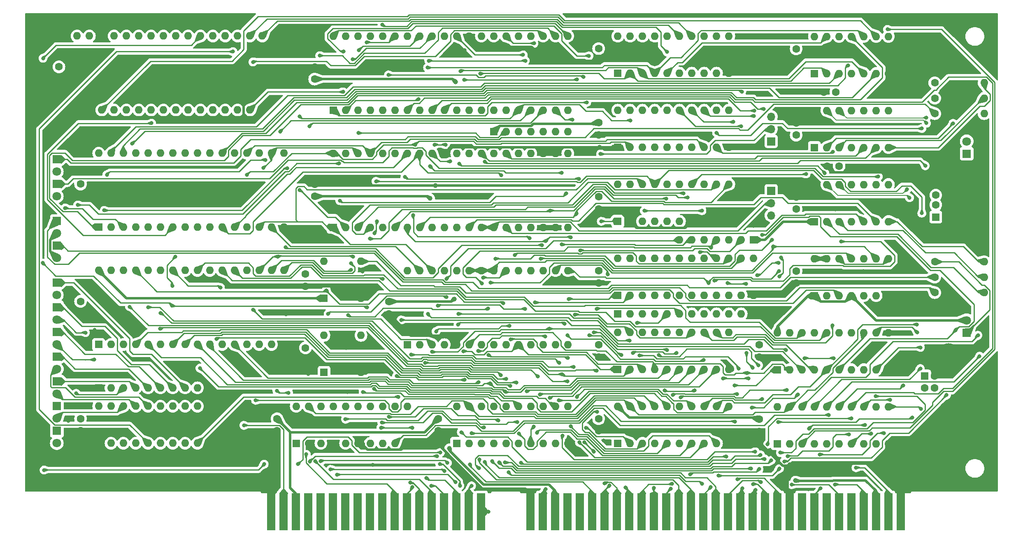
<source format=gtl>
G04 #@! TF.GenerationSoftware,KiCad,Pcbnew,7.0.7*
G04 #@! TF.CreationDate,2023-09-15T21:48:08-04:00*
G04 #@! TF.ProjectId,2 - CPU and core components (Rev 2.2),32202d20-4350-4552-9061-6e6420636f72,rev?*
G04 #@! TF.SameCoordinates,Original*
G04 #@! TF.FileFunction,Copper,L1,Top*
G04 #@! TF.FilePolarity,Positive*
%FSLAX46Y46*%
G04 Gerber Fmt 4.6, Leading zero omitted, Abs format (unit mm)*
G04 Created by KiCad (PCBNEW 7.0.7) date 2023-09-15 21:48:08*
%MOMM*%
%LPD*%
G01*
G04 APERTURE LIST*
G04 #@! TA.AperFunction,ComponentPad*
%ADD10C,1.600000*%
G04 #@! TD*
G04 #@! TA.AperFunction,ComponentPad*
%ADD11R,1.800000X1.800000*%
G04 #@! TD*
G04 #@! TA.AperFunction,ComponentPad*
%ADD12C,1.800000*%
G04 #@! TD*
G04 #@! TA.AperFunction,ComponentPad*
%ADD13R,1.600000X1.600000*%
G04 #@! TD*
G04 #@! TA.AperFunction,ComponentPad*
%ADD14O,1.600000X1.600000*%
G04 #@! TD*
G04 #@! TA.AperFunction,ComponentPad*
%ADD15C,4.000000*%
G04 #@! TD*
G04 #@! TA.AperFunction,ComponentPad*
%ADD16R,1.700000X1.700000*%
G04 #@! TD*
G04 #@! TA.AperFunction,ComponentPad*
%ADD17O,1.700000X1.700000*%
G04 #@! TD*
G04 #@! TA.AperFunction,ComponentPad*
%ADD18C,3.000000*%
G04 #@! TD*
G04 #@! TA.AperFunction,ConnectorPad*
%ADD19R,1.780000X7.620000*%
G04 #@! TD*
G04 #@! TA.AperFunction,ViaPad*
%ADD20C,1.000000*%
G04 #@! TD*
G04 #@! TA.AperFunction,ViaPad*
%ADD21C,0.800000*%
G04 #@! TD*
G04 #@! TA.AperFunction,Conductor*
%ADD22C,0.500000*%
G04 #@! TD*
G04 #@! TA.AperFunction,Conductor*
%ADD23C,0.250000*%
G04 #@! TD*
G04 #@! TA.AperFunction,Conductor*
%ADD24C,0.200000*%
G04 #@! TD*
G04 APERTURE END LIST*
D10*
X215265000Y-58464600D03*
X215265000Y-55964600D03*
X174625000Y-71140000D03*
X174625000Y-73640000D03*
X215265000Y-86434600D03*
X215265000Y-88934600D03*
D11*
X63156800Y-98993000D03*
D12*
X63156800Y-101533000D03*
D10*
X174625000Y-40660000D03*
X174625000Y-43160000D03*
X116205000Y-71070000D03*
X116205000Y-68570000D03*
X68028000Y-116840000D03*
X68028000Y-119340000D03*
D13*
X71755000Y-121890000D03*
D14*
X74295000Y-121890000D03*
X76835000Y-121890000D03*
X79375000Y-121890000D03*
X81915000Y-121890000D03*
X84455000Y-121890000D03*
X86995000Y-121890000D03*
X89535000Y-121890000D03*
X92075000Y-121890000D03*
X94615000Y-121890000D03*
X94615000Y-114270000D03*
X92075000Y-114270000D03*
X89535000Y-114270000D03*
X86995000Y-114270000D03*
X84455000Y-114270000D03*
X81915000Y-114270000D03*
X79375000Y-114270000D03*
X76835000Y-114270000D03*
X74295000Y-114270000D03*
X71755000Y-114270000D03*
D11*
X63150000Y-76163800D03*
D12*
X63150000Y-78703800D03*
D13*
X219012100Y-45784600D03*
D14*
X221552100Y-45784600D03*
X224092100Y-45784600D03*
X226632100Y-45784600D03*
X229172100Y-45784600D03*
X231712100Y-45784600D03*
X234252100Y-45784600D03*
X234252100Y-38164600D03*
X231712100Y-38164600D03*
X229172100Y-38164600D03*
X226632100Y-38164600D03*
X224092100Y-38164600D03*
X221552100Y-38164600D03*
X219012100Y-38164600D03*
D10*
X68028000Y-92690000D03*
X68028000Y-95190000D03*
D13*
X67310000Y-53310000D03*
D14*
X69850000Y-53310000D03*
X72390000Y-53310000D03*
X74930000Y-53310000D03*
X77470000Y-53310000D03*
X80010000Y-53310000D03*
X82550000Y-53310000D03*
X85090000Y-53310000D03*
X87630000Y-53310000D03*
X90170000Y-53310000D03*
X92710000Y-53310000D03*
X95250000Y-53310000D03*
X97790000Y-53310000D03*
X100330000Y-53310000D03*
X102870000Y-53310000D03*
X105410000Y-53310000D03*
X105410000Y-38070000D03*
X102870000Y-38070000D03*
X100330000Y-38070000D03*
X97790000Y-38070000D03*
X95250000Y-38070000D03*
X92710000Y-38070000D03*
X90170000Y-38070000D03*
X87630000Y-38070000D03*
X85090000Y-38070000D03*
X82550000Y-38070000D03*
X80010000Y-38070000D03*
X77470000Y-38070000D03*
X74930000Y-38070000D03*
X72390000Y-38070000D03*
X69850000Y-38070000D03*
X67310000Y-38070000D03*
D10*
X116205000Y-46940000D03*
X116205000Y-44440000D03*
X223442100Y-49594600D03*
X220942100Y-49594600D03*
D11*
X63150000Y-119333800D03*
D12*
X63150000Y-121873800D03*
D10*
X131445000Y-92730000D03*
X131445000Y-95230000D03*
D13*
X241719000Y-108034600D03*
D10*
X241719000Y-110534600D03*
X243719000Y-110534600D03*
X243719000Y-108034600D03*
D15*
X246579000Y-103284600D03*
X246579000Y-115284600D03*
D13*
X71750000Y-110490000D03*
D14*
X74290000Y-110490000D03*
X76830000Y-110490000D03*
X79370000Y-110490000D03*
X81910000Y-110490000D03*
X84450000Y-110490000D03*
X86990000Y-110490000D03*
X89530000Y-110490000D03*
X92070000Y-110490000D03*
D10*
X174625000Y-86380000D03*
X174625000Y-88880000D03*
D11*
X250355100Y-62294600D03*
D12*
X250355100Y-59754600D03*
D13*
X71755000Y-101560000D03*
D14*
X74295000Y-101560000D03*
X76835000Y-101560000D03*
X79375000Y-101560000D03*
X81915000Y-101560000D03*
X84455000Y-101560000D03*
X86995000Y-101560000D03*
X89535000Y-101560000D03*
X92075000Y-101560000D03*
X94615000Y-101560000D03*
X97155000Y-101560000D03*
X99695000Y-101560000D03*
X102235000Y-101560000D03*
X104775000Y-101560000D03*
X107315000Y-101560000D03*
X109855000Y-101560000D03*
X109855000Y-86320000D03*
X107315000Y-86320000D03*
X104775000Y-86320000D03*
X102235000Y-86320000D03*
X99695000Y-86320000D03*
X97155000Y-86320000D03*
X94615000Y-86320000D03*
X92075000Y-86320000D03*
X89535000Y-86320000D03*
X86995000Y-86320000D03*
X84455000Y-86320000D03*
X81915000Y-86320000D03*
X79375000Y-86320000D03*
X76835000Y-86320000D03*
X74295000Y-86320000D03*
X71755000Y-86320000D03*
D13*
X211397100Y-106744600D03*
D14*
X213937100Y-106744600D03*
X216477100Y-106744600D03*
X219017100Y-106744600D03*
X221557100Y-106744600D03*
X224097100Y-106744600D03*
X226637100Y-106744600D03*
X229177100Y-106744600D03*
X231717100Y-106744600D03*
X234257100Y-106744600D03*
X234257100Y-99124600D03*
X231717100Y-99124600D03*
X229177100Y-99124600D03*
X226637100Y-99124600D03*
X224097100Y-99124600D03*
X221557100Y-99124600D03*
X219017100Y-99124600D03*
X216477100Y-99124600D03*
X213937100Y-99124600D03*
X211397100Y-99124600D03*
D16*
X210127100Y-69914600D03*
D17*
X210127100Y-72454600D03*
X210127100Y-74994600D03*
D11*
X63150000Y-68523800D03*
D12*
X63150000Y-71063800D03*
D16*
X210127100Y-59754600D03*
D17*
X210127100Y-57214600D03*
X210127100Y-54674600D03*
D13*
X120015000Y-53330000D03*
D14*
X122555000Y-53330000D03*
X125095000Y-53330000D03*
X127635000Y-53330000D03*
X130175000Y-53330000D03*
X132715000Y-53330000D03*
X135255000Y-53330000D03*
X137795000Y-53330000D03*
X140335000Y-53330000D03*
X142875000Y-53330000D03*
X145415000Y-53330000D03*
X147955000Y-53330000D03*
X150495000Y-53330000D03*
X153035000Y-53330000D03*
X155575000Y-53330000D03*
X158115000Y-53330000D03*
X160655000Y-53330000D03*
X163195000Y-53330000D03*
X165735000Y-53330000D03*
X168275000Y-53330000D03*
X168275000Y-38090000D03*
X165735000Y-38090000D03*
X163195000Y-38090000D03*
X160655000Y-38090000D03*
X158115000Y-38090000D03*
X155575000Y-38090000D03*
X153035000Y-38090000D03*
X150495000Y-38090000D03*
X147955000Y-38090000D03*
X145415000Y-38090000D03*
X142875000Y-38090000D03*
X140335000Y-38090000D03*
X137795000Y-38090000D03*
X135255000Y-38090000D03*
X132715000Y-38090000D03*
X130175000Y-38090000D03*
X127635000Y-38090000D03*
X125095000Y-38090000D03*
X122555000Y-38090000D03*
X120015000Y-38090000D03*
D13*
X120015000Y-77460000D03*
D14*
X122555000Y-77460000D03*
X125095000Y-77460000D03*
X127635000Y-77460000D03*
X130175000Y-77460000D03*
X132715000Y-77460000D03*
X135255000Y-77460000D03*
X137795000Y-77460000D03*
X140335000Y-77460000D03*
X142875000Y-77460000D03*
X145415000Y-77460000D03*
X147955000Y-77460000D03*
X150495000Y-77460000D03*
X153035000Y-77460000D03*
X155575000Y-77460000D03*
X158115000Y-77460000D03*
X160655000Y-77460000D03*
X163195000Y-77460000D03*
X165735000Y-77460000D03*
X168275000Y-77460000D03*
X168275000Y-62220000D03*
X165735000Y-62220000D03*
X163195000Y-62220000D03*
X160655000Y-62220000D03*
X158115000Y-62220000D03*
X155575000Y-62220000D03*
X153035000Y-62220000D03*
X150495000Y-62220000D03*
X147955000Y-62220000D03*
X145415000Y-62220000D03*
X142875000Y-62220000D03*
X140335000Y-62220000D03*
X137795000Y-62220000D03*
X135255000Y-62220000D03*
X132715000Y-62220000D03*
X130175000Y-62220000D03*
X127635000Y-62220000D03*
X125095000Y-62220000D03*
X122555000Y-62220000D03*
X120015000Y-62220000D03*
D13*
X118110000Y-92065000D03*
D14*
X125730000Y-92065000D03*
X125730000Y-84445000D03*
X118110000Y-84445000D03*
D11*
X63150000Y-81243800D03*
D12*
X63150000Y-83783800D03*
D13*
X135255000Y-101600000D03*
D14*
X137795000Y-101600000D03*
X140335000Y-101600000D03*
X142875000Y-101600000D03*
X145415000Y-101600000D03*
X147955000Y-101600000D03*
X150495000Y-101600000D03*
X153035000Y-101600000D03*
X155575000Y-101600000D03*
X158115000Y-101600000D03*
X160655000Y-101600000D03*
X163195000Y-101600000D03*
X165735000Y-101600000D03*
X168275000Y-101600000D03*
X168275000Y-86360000D03*
X165735000Y-86360000D03*
X163195000Y-86360000D03*
X160655000Y-86360000D03*
X158115000Y-86360000D03*
X155575000Y-86360000D03*
X153035000Y-86360000D03*
X150495000Y-86360000D03*
X147955000Y-86360000D03*
X145415000Y-86360000D03*
X142875000Y-86360000D03*
X140335000Y-86360000D03*
X137795000Y-86360000D03*
X135255000Y-86360000D03*
D10*
X243782100Y-90889600D03*
D14*
X253942100Y-90889600D03*
D13*
X178562000Y-60960000D03*
D14*
X181102000Y-60960000D03*
X183642000Y-60960000D03*
X186182000Y-60960000D03*
X188722000Y-60960000D03*
X191262000Y-60960000D03*
X193802000Y-60960000D03*
X196342000Y-60960000D03*
X198882000Y-60960000D03*
X201422000Y-60960000D03*
X201422000Y-53340000D03*
X198882000Y-53340000D03*
X196342000Y-53340000D03*
X193802000Y-53340000D03*
X191262000Y-53340000D03*
X188722000Y-53340000D03*
X186182000Y-53340000D03*
X183642000Y-53340000D03*
X181102000Y-53340000D03*
X178562000Y-53340000D03*
D11*
X63150000Y-88853800D03*
D12*
X63150000Y-91393800D03*
D13*
X145415000Y-121910000D03*
D14*
X147955000Y-121910000D03*
X150495000Y-121910000D03*
X153035000Y-121910000D03*
X155575000Y-121910000D03*
X158115000Y-121910000D03*
X160655000Y-121910000D03*
X163195000Y-121910000D03*
X165735000Y-121910000D03*
X168275000Y-121910000D03*
X168275000Y-114290000D03*
X165735000Y-114290000D03*
X163195000Y-114290000D03*
X160655000Y-114290000D03*
X158115000Y-114290000D03*
X155575000Y-114290000D03*
X153035000Y-114290000D03*
X150495000Y-114290000D03*
X147955000Y-114290000D03*
X145415000Y-114290000D03*
D11*
X63150000Y-93933800D03*
D12*
X63150000Y-96473800D03*
D10*
X215265000Y-73704600D03*
X215265000Y-71204600D03*
D13*
X219017100Y-61024600D03*
D14*
X221557100Y-61024600D03*
X224097100Y-61024600D03*
X226637100Y-61024600D03*
X229177100Y-61024600D03*
X231717100Y-61024600D03*
X234257100Y-61024600D03*
X234257100Y-53404600D03*
X231717100Y-53404600D03*
X229177100Y-53404600D03*
X226637100Y-53404600D03*
X224097100Y-53404600D03*
X221557100Y-53404600D03*
X219017100Y-53404600D03*
D10*
X243782100Y-47709600D03*
D14*
X253942100Y-47709600D03*
D10*
X63583000Y-44420000D03*
X63583000Y-46920000D03*
X114300000Y-102255000D03*
X114300000Y-104755000D03*
X141605000Y-116850000D03*
X141605000Y-119350000D03*
X243782100Y-50884600D03*
D14*
X253942100Y-50884600D03*
D10*
X174625000Y-116840000D03*
X174625000Y-119340000D03*
D13*
X206502000Y-80020000D03*
D14*
X203962000Y-80020000D03*
X201422000Y-80020000D03*
X198882000Y-80020000D03*
X196342000Y-80020000D03*
X193802000Y-80020000D03*
X191262000Y-80020000D03*
D10*
X174625000Y-101630000D03*
X174625000Y-104130000D03*
X114300000Y-87055000D03*
X114300000Y-89555000D03*
X224097100Y-64834600D03*
X221597100Y-64834600D03*
D13*
X243989700Y-75339600D03*
D10*
X243989700Y-72839600D03*
X243989700Y-70839600D03*
X243989700Y-68339600D03*
D18*
X246699700Y-78409600D03*
X246699700Y-65269600D03*
D13*
X178562000Y-106680000D03*
D14*
X181102000Y-106680000D03*
X183642000Y-106680000D03*
X186182000Y-106680000D03*
X188722000Y-106680000D03*
X191262000Y-106680000D03*
X193802000Y-106680000D03*
X196342000Y-106680000D03*
X198882000Y-106680000D03*
X201422000Y-106680000D03*
X201422000Y-99060000D03*
X198882000Y-99060000D03*
X196342000Y-99060000D03*
X193802000Y-99060000D03*
X191262000Y-99060000D03*
X188722000Y-99060000D03*
X186182000Y-99060000D03*
X183642000Y-99060000D03*
X181102000Y-99060000D03*
X178562000Y-99060000D03*
D13*
X118110000Y-107305000D03*
D14*
X125730000Y-107305000D03*
X125730000Y-99685000D03*
X118110000Y-99685000D03*
D10*
X243782100Y-87714600D03*
D14*
X253942100Y-87714600D03*
D13*
X178567000Y-121900000D03*
D14*
X181107000Y-121900000D03*
X183647000Y-121900000D03*
X186187000Y-121900000D03*
X188727000Y-121900000D03*
X191267000Y-121900000D03*
X193807000Y-121900000D03*
X196347000Y-121900000D03*
X198887000Y-121900000D03*
X201427000Y-121900000D03*
X201427000Y-114280000D03*
X198887000Y-114280000D03*
X196347000Y-114280000D03*
X193807000Y-114280000D03*
X191267000Y-114280000D03*
X188727000Y-114280000D03*
X186187000Y-114280000D03*
X183647000Y-114280000D03*
X181107000Y-114280000D03*
X178567000Y-114280000D03*
D10*
X243782100Y-54059600D03*
D14*
X253942100Y-54059600D03*
D10*
X207645000Y-116944600D03*
X207645000Y-119444600D03*
D13*
X219017100Y-91504600D03*
D14*
X221557100Y-91504600D03*
X224097100Y-91504600D03*
X226637100Y-91504600D03*
X229177100Y-91504600D03*
X231717100Y-91504600D03*
X234257100Y-91504600D03*
X234257100Y-83884600D03*
X231717100Y-83884600D03*
X229177100Y-83884600D03*
X226637100Y-83884600D03*
X224097100Y-83884600D03*
X221557100Y-83884600D03*
X219017100Y-83884600D03*
D11*
X63156800Y-104073000D03*
D12*
X63156800Y-106613000D03*
D13*
X153035000Y-57785000D03*
D14*
X155575000Y-57785000D03*
X158115000Y-57785000D03*
X160655000Y-57785000D03*
X163195000Y-57785000D03*
X165735000Y-57785000D03*
X168275000Y-57785000D03*
D10*
X243782100Y-84539600D03*
D14*
X253942100Y-84539600D03*
D13*
X219017100Y-76264600D03*
D14*
X221557100Y-76264600D03*
X224097100Y-76264600D03*
X226637100Y-76264600D03*
X229177100Y-76264600D03*
X231717100Y-76264600D03*
X234257100Y-76264600D03*
X234257100Y-68644600D03*
X231717100Y-68644600D03*
X229177100Y-68644600D03*
X226637100Y-68644600D03*
X224097100Y-68644600D03*
X221557100Y-68644600D03*
X219017100Y-68644600D03*
D10*
X68028000Y-68550000D03*
X68028000Y-71050000D03*
D13*
X178562000Y-95250000D03*
D14*
X181102000Y-95250000D03*
X183642000Y-95250000D03*
X186182000Y-95250000D03*
X188722000Y-95250000D03*
X191262000Y-95250000D03*
X193802000Y-95250000D03*
X196342000Y-95250000D03*
X198882000Y-95250000D03*
X201422000Y-95250000D03*
X203962000Y-95250000D03*
D10*
X174625000Y-55900000D03*
X174625000Y-58400000D03*
D11*
X63150000Y-114253800D03*
D12*
X63150000Y-116793800D03*
D13*
X178562000Y-45720000D03*
D14*
X181102000Y-45720000D03*
X183642000Y-45720000D03*
X186182000Y-45720000D03*
X188722000Y-45720000D03*
X191262000Y-45720000D03*
X193802000Y-45720000D03*
X196342000Y-45720000D03*
X198882000Y-45720000D03*
X201422000Y-45720000D03*
X201422000Y-38100000D03*
X198882000Y-38100000D03*
X196342000Y-38100000D03*
X193802000Y-38100000D03*
X191262000Y-38100000D03*
X188722000Y-38100000D03*
X186182000Y-38100000D03*
X183642000Y-38100000D03*
X181102000Y-38100000D03*
X178562000Y-38100000D03*
D10*
X207645000Y-101620000D03*
X207645000Y-104120000D03*
D13*
X178562000Y-91440000D03*
D14*
X181102000Y-91440000D03*
X183642000Y-91440000D03*
X186182000Y-91440000D03*
X188722000Y-91440000D03*
X191262000Y-91440000D03*
X193802000Y-91440000D03*
X196342000Y-91440000D03*
X198882000Y-91440000D03*
X201422000Y-91440000D03*
X203962000Y-91440000D03*
X206502000Y-91440000D03*
X206502000Y-83820000D03*
X203962000Y-83820000D03*
X201422000Y-83820000D03*
X198882000Y-83820000D03*
X196342000Y-83820000D03*
X193802000Y-83820000D03*
X191262000Y-83820000D03*
X188722000Y-83820000D03*
X186182000Y-83820000D03*
X183642000Y-83820000D03*
X181102000Y-83820000D03*
X178562000Y-83820000D03*
D11*
X63150000Y-63443800D03*
D12*
X63150000Y-65983800D03*
D10*
X108458000Y-116850000D03*
X108458000Y-119350000D03*
D13*
X211397100Y-121984600D03*
D14*
X213937100Y-121984600D03*
X216477100Y-121984600D03*
X219017100Y-121984600D03*
X221557100Y-121984600D03*
X224097100Y-121984600D03*
X226637100Y-121984600D03*
X229177100Y-121984600D03*
X231717100Y-121984600D03*
X234257100Y-121984600D03*
X234257100Y-114364600D03*
X231717100Y-114364600D03*
X229177100Y-114364600D03*
X226637100Y-114364600D03*
X224097100Y-114364600D03*
X221557100Y-114364600D03*
X219017100Y-114364600D03*
X216477100Y-114364600D03*
X213937100Y-114364600D03*
X211397100Y-114364600D03*
D13*
X178567000Y-76200000D03*
D14*
X181107000Y-76200000D03*
X183647000Y-76200000D03*
X186187000Y-76200000D03*
X188727000Y-76200000D03*
X191267000Y-76200000D03*
X193807000Y-76200000D03*
X196347000Y-76200000D03*
X198887000Y-76200000D03*
X201427000Y-76200000D03*
X201427000Y-68580000D03*
X198887000Y-68580000D03*
X196347000Y-68580000D03*
X193807000Y-68580000D03*
X191267000Y-68580000D03*
X188727000Y-68580000D03*
X186187000Y-68580000D03*
X183647000Y-68580000D03*
X181107000Y-68580000D03*
X178567000Y-68580000D03*
D11*
X63150000Y-109173800D03*
D12*
X63150000Y-111713800D03*
D19*
X236797100Y-135954600D03*
X234257100Y-135954600D03*
X231717100Y-135954600D03*
X229177100Y-135954600D03*
X226637100Y-135954600D03*
X224097100Y-135954600D03*
X221557100Y-135954600D03*
X219017100Y-135954600D03*
X216477100Y-135954600D03*
X213937100Y-135954600D03*
X211397100Y-135954600D03*
X208857100Y-135954600D03*
X206317100Y-135954600D03*
X203777100Y-135954600D03*
X201237100Y-135954600D03*
X198697100Y-135954600D03*
X196157100Y-135954600D03*
X193617100Y-135954600D03*
X191077100Y-135954600D03*
X188537100Y-135954600D03*
X185997100Y-135954600D03*
X183457100Y-135954600D03*
X180917100Y-135954600D03*
X178377100Y-135954600D03*
X175837100Y-135954600D03*
X173297100Y-135954600D03*
X170757100Y-135954600D03*
X168217100Y-135954600D03*
X165677100Y-135954600D03*
X163137100Y-135954600D03*
X160597100Y-135954600D03*
X150437100Y-135954600D03*
X147897100Y-135954600D03*
X145357100Y-135954600D03*
X142817100Y-135954600D03*
X140277100Y-135954600D03*
X137737100Y-135954600D03*
X135197100Y-135954600D03*
X132657100Y-135954600D03*
X130117100Y-135954600D03*
X127577100Y-135954600D03*
X125037100Y-135954600D03*
X122497100Y-135954600D03*
X119957100Y-135954600D03*
X117417100Y-135954600D03*
X114877100Y-135954600D03*
X112337100Y-135954600D03*
X109797100Y-135954600D03*
X107257100Y-135954600D03*
D13*
X112395000Y-121900000D03*
D14*
X114935000Y-121900000D03*
X117475000Y-121900000D03*
X120015000Y-121900000D03*
X122555000Y-121900000D03*
X125095000Y-121900000D03*
X127635000Y-121900000D03*
X130175000Y-121900000D03*
X132715000Y-121900000D03*
X135255000Y-121900000D03*
X135255000Y-114280000D03*
X132715000Y-114280000D03*
X130175000Y-114280000D03*
X127635000Y-114280000D03*
X125095000Y-114280000D03*
X122555000Y-114280000D03*
X120015000Y-114280000D03*
X117475000Y-114280000D03*
X114935000Y-114280000D03*
X112395000Y-114280000D03*
D11*
X250355100Y-99124600D03*
D12*
X250355100Y-96584600D03*
D10*
X215265000Y-40724600D03*
X215265000Y-43224600D03*
D13*
X71755000Y-77440000D03*
D14*
X74295000Y-77440000D03*
X76835000Y-77440000D03*
X79375000Y-77440000D03*
X81915000Y-77440000D03*
X84455000Y-77440000D03*
X86995000Y-77440000D03*
X89535000Y-77440000D03*
X92075000Y-77440000D03*
X94615000Y-77440000D03*
X97155000Y-77440000D03*
X99695000Y-77440000D03*
X102235000Y-77440000D03*
X104775000Y-77440000D03*
X107315000Y-77440000D03*
X109855000Y-77440000D03*
X109855000Y-62200000D03*
X107315000Y-62200000D03*
X104775000Y-62200000D03*
X102235000Y-62200000D03*
X99695000Y-62200000D03*
X97155000Y-62200000D03*
X94615000Y-62200000D03*
X92075000Y-62200000D03*
X89535000Y-62200000D03*
X86995000Y-62200000D03*
X84455000Y-62200000D03*
X81915000Y-62200000D03*
X79375000Y-62200000D03*
X76835000Y-62200000D03*
X74295000Y-62200000D03*
X71755000Y-62200000D03*
D20*
X144907000Y-92202000D03*
X139954000Y-71501000D03*
X145161000Y-47498000D03*
X143906600Y-122939200D03*
X215095566Y-129592900D03*
D21*
X59378100Y-36285000D03*
X74313300Y-119597000D03*
X171290500Y-38266200D03*
X81526900Y-104560200D03*
X192575700Y-58281400D03*
X112362500Y-39180600D03*
X206444100Y-77153600D03*
X74110100Y-107709800D03*
X232225100Y-102299600D03*
X78580500Y-43346200D03*
X165296100Y-40958600D03*
X238143300Y-67425400D03*
D20*
X141045600Y-68884500D03*
D21*
X137457700Y-43955800D03*
X231590100Y-94044600D03*
X80561700Y-98311800D03*
X210812900Y-41517400D03*
X124656100Y-67679400D03*
X147008100Y-40958600D03*
X234028500Y-73064200D03*
X85032100Y-51169400D03*
X143756900Y-71032200D03*
X69334900Y-114110600D03*
X65982100Y-71591000D03*
X253840500Y-121019400D03*
X88689700Y-117514200D03*
X197401700Y-58687800D03*
X128161300Y-126302600D03*
X254297700Y-41873000D03*
X208120500Y-49848600D03*
X208095100Y-95314600D03*
X126078500Y-86526200D03*
X106520500Y-123407000D03*
X122624100Y-102274200D03*
X139794500Y-97956200D03*
X254297700Y-109132200D03*
X238854500Y-62345400D03*
X252367300Y-66917400D03*
X58006500Y-129757000D03*
X101491300Y-43244600D03*
X92804500Y-117819000D03*
X66744100Y-65190200D03*
X186124100Y-41923800D03*
X94328500Y-125489800D03*
X65524900Y-117311000D03*
X116578900Y-94959000D03*
X78478900Y-97549800D03*
X212489300Y-44717800D03*
X67506100Y-41415800D03*
X106723700Y-104763400D03*
X236060500Y-49696200D03*
X248201700Y-36031000D03*
X114902500Y-107633600D03*
X110279700Y-95314600D03*
X83609700Y-119495400D03*
X76954900Y-72911800D03*
X87927700Y-106643000D03*
X89045300Y-51169400D03*
X229050100Y-86424600D03*
X127246900Y-45022600D03*
D20*
X174801100Y-60964700D03*
D21*
X182822100Y-42025400D03*
X97884500Y-50864600D03*
X62680100Y-50610600D03*
X71519300Y-90691800D03*
X98494100Y-72911800D03*
X247134900Y-51118600D03*
X144163300Y-41720600D03*
X122878100Y-111367400D03*
X70935100Y-98550300D03*
X66794900Y-90895000D03*
X61359300Y-73927800D03*
X161384500Y-42635000D03*
X93871300Y-51474200D03*
X73398900Y-58433800D03*
X208679300Y-38113800D03*
X93261700Y-39993400D03*
X110889300Y-105271400D03*
X75634100Y-95416200D03*
X81323700Y-51169400D03*
X206190100Y-68009600D03*
X68725300Y-107862200D03*
X106012500Y-120562200D03*
X124706900Y-73521400D03*
X175659300Y-121324200D03*
X244036100Y-127267800D03*
X176268900Y-52541000D03*
X71976500Y-50509000D03*
X99662500Y-89625000D03*
X79240900Y-125235800D03*
X109822500Y-89472600D03*
X87775300Y-71489400D03*
X247185700Y-41212600D03*
X223335100Y-73724600D03*
X240429300Y-44260600D03*
X250132100Y-94095400D03*
X123894100Y-99226200D03*
X74364100Y-93130200D03*
X133393700Y-44514600D03*
X101948500Y-106033400D03*
X67810900Y-59551400D03*
X252468900Y-76112200D03*
X130156642Y-88097444D03*
X222827100Y-61913600D03*
X103548700Y-94425600D03*
X192050300Y-70445300D03*
X230733070Y-119935739D03*
X108606400Y-83471300D03*
X124096600Y-83471300D03*
X217307300Y-66467600D03*
X123646600Y-86198900D03*
X105644300Y-65248300D03*
X113087000Y-69762200D03*
X123646600Y-84849800D03*
X122027900Y-49575500D03*
X220109300Y-124206500D03*
X128813500Y-67981700D03*
X233317300Y-119800200D03*
X241123900Y-74548100D03*
X234066300Y-36709200D03*
X102235000Y-66687600D03*
X136884600Y-60438700D03*
X240109500Y-97439900D03*
X168852896Y-118414000D03*
X168182600Y-109149100D03*
X64852300Y-73476700D03*
X78123300Y-93790600D03*
X81915000Y-93892200D03*
X170122100Y-112332600D03*
X169475299Y-106199399D03*
X158183898Y-119898196D03*
X154484700Y-107883800D03*
X92583900Y-106433700D03*
X156477700Y-110122800D03*
X95954100Y-100394600D03*
X161917900Y-119698600D03*
X104042600Y-113062900D03*
X96817700Y-89828200D03*
X84510800Y-95106149D03*
X174306400Y-115414900D03*
X174215483Y-106973381D03*
X168191700Y-99632600D03*
X196258700Y-104773100D03*
X164594100Y-112576400D03*
X162102600Y-108165200D03*
X84422500Y-98349300D03*
X86911700Y-89523400D03*
X87558800Y-83471300D03*
X155566300Y-108658800D03*
X82619100Y-56015100D03*
X162539500Y-111851900D03*
X161282900Y-118504800D03*
X157702600Y-109384100D03*
X159789900Y-111211100D03*
X155404700Y-111285100D03*
X152310500Y-109589400D03*
X154577300Y-66750000D03*
X160419300Y-79660100D03*
X149963699Y-109304700D03*
X136441700Y-74943800D03*
X222960400Y-104378700D03*
X217004500Y-104378700D03*
X164463300Y-98317500D03*
X227576900Y-126924500D03*
X133443000Y-112337600D03*
X161326600Y-39587800D03*
X140368400Y-103092100D03*
X213302100Y-110961000D03*
X191472800Y-112428500D03*
X223242600Y-130366600D03*
X138912700Y-105316600D03*
X170082300Y-74639000D03*
X167109100Y-107672300D03*
X214318100Y-130417400D03*
X167201100Y-120313000D03*
X206858900Y-123644900D03*
X229410900Y-118160100D03*
X220287100Y-131141900D03*
X210544200Y-81415600D03*
X217922353Y-118878353D03*
X203219600Y-129324800D03*
X202635800Y-117450100D03*
X202564000Y-109990600D03*
X183048100Y-103829900D03*
X206369200Y-130284900D03*
X146777400Y-102946700D03*
X203396100Y-106541400D03*
X203087000Y-111773800D03*
X118610900Y-90404500D03*
X189856447Y-111960729D03*
X204194000Y-131175300D03*
X156569200Y-100510200D03*
X154973400Y-93061800D03*
X144109000Y-63890600D03*
X206895000Y-131520000D03*
X205097900Y-107430400D03*
X121252600Y-64312800D03*
X67447300Y-72843700D03*
X145214300Y-129922800D03*
X125164900Y-58048800D03*
X152697700Y-125591400D03*
X120795300Y-128372100D03*
X211828900Y-127115400D03*
X213487600Y-124564000D03*
X199278800Y-128571000D03*
X197706500Y-130940749D03*
X240142100Y-99056400D03*
X226117000Y-120060300D03*
X99383100Y-41288800D03*
X103513800Y-43415600D03*
X117442500Y-125591400D03*
X143511950Y-125956050D03*
X151229500Y-125750700D03*
X141377900Y-124534100D03*
X115205500Y-125642900D03*
X115105700Y-56655800D03*
X150106900Y-125235800D03*
X189472148Y-131217337D03*
X200242800Y-108532000D03*
X139946900Y-64885400D03*
X205443600Y-108532000D03*
X167041700Y-66242000D03*
X193439300Y-128255200D03*
X207639900Y-127217000D03*
X197285600Y-88922500D03*
X211727300Y-86442200D03*
X188156100Y-111017500D03*
X185971700Y-131070100D03*
X194353700Y-111012700D03*
X189701901Y-130244599D03*
X190689400Y-103320900D03*
X181644700Y-103298600D03*
X180191500Y-131018000D03*
X173635251Y-123602249D03*
X175862500Y-130118700D03*
X174196800Y-94219300D03*
X171683700Y-121690600D03*
X176848801Y-130599499D03*
X182490200Y-97099000D03*
X119474500Y-127267800D03*
X142919400Y-127574600D03*
X73449700Y-66612600D03*
X106051099Y-63576801D03*
X109126300Y-57728100D03*
X148176500Y-126251800D03*
X210318500Y-80002300D03*
X153423900Y-83912100D03*
X209377101Y-122114499D03*
X207952700Y-124305600D03*
X163697687Y-131360341D03*
X226611700Y-116797600D03*
X158641300Y-125905200D03*
X225929800Y-44087400D03*
X78650500Y-60211800D03*
X156077422Y-127852507D03*
X151935300Y-135954600D03*
X195936900Y-130273400D03*
X205986900Y-127068900D03*
X205054403Y-103326121D03*
X206342500Y-106338200D03*
X154170900Y-125845400D03*
X148481300Y-130647300D03*
X150621000Y-89005800D03*
X139184900Y-129043300D03*
X197793000Y-81654200D03*
X170817700Y-82195700D03*
X151994900Y-103734300D03*
X140200900Y-130671400D03*
X168325400Y-104355600D03*
X162959300Y-81109600D03*
X116354650Y-125612450D03*
X110838500Y-111519800D03*
X162705300Y-83910900D03*
X110178100Y-81560729D03*
X108440400Y-111126600D03*
X129829851Y-118680551D03*
X157390500Y-83122600D03*
X156271600Y-97730700D03*
X135866865Y-130008592D03*
X136332700Y-118688400D03*
X141171300Y-98870500D03*
X136263033Y-130926228D03*
X167022300Y-80981300D03*
X149813100Y-102909800D03*
X195468900Y-82557800D03*
X163670500Y-99937400D03*
X143336800Y-88030700D03*
X143336800Y-91827600D03*
X114458600Y-124176400D03*
X118959500Y-95263800D03*
X168506700Y-92190700D03*
X159502000Y-94234800D03*
X161540800Y-92918600D03*
X141503500Y-93602100D03*
X163748451Y-80277800D03*
X168898200Y-79490700D03*
X72913500Y-73960600D03*
X181204400Y-55437200D03*
X113081500Y-54609700D03*
X110551200Y-65289000D03*
X60262200Y-84809900D03*
X60311950Y-42654450D03*
X86860900Y-93587400D03*
X126993399Y-93942501D03*
X213205600Y-102681000D03*
X133975500Y-96520000D03*
X101626000Y-118213100D03*
X176477300Y-87163300D03*
X198479200Y-88432800D03*
X224528900Y-80379400D03*
X67125100Y-111615300D03*
X70808100Y-104705400D03*
X69030100Y-99124600D03*
X169756000Y-95398900D03*
X145750900Y-95267400D03*
X238067100Y-69623100D03*
X238575100Y-71362400D03*
X242023000Y-54915700D03*
X242072000Y-56021400D03*
X204970900Y-89073700D03*
X188546400Y-71556500D03*
X164661700Y-74002800D03*
X207969949Y-129907551D03*
X201114200Y-88913500D03*
X206151400Y-114532300D03*
X215588100Y-111875400D03*
X200920300Y-124613100D03*
X146380500Y-119618600D03*
X155369401Y-125866099D03*
X231629600Y-112211300D03*
X198882000Y-57989400D03*
X210132949Y-125406100D03*
X240830600Y-102172300D03*
X241123900Y-57119000D03*
X212014300Y-123838700D03*
X206529400Y-54512900D03*
X147007300Y-108836900D03*
X192895000Y-71322400D03*
X146084800Y-130675700D03*
X141945000Y-126162400D03*
X133063500Y-108077100D03*
X127546200Y-79804800D03*
X175027700Y-62351400D03*
X175157500Y-76213800D03*
X202332700Y-55760100D03*
X222010000Y-116062300D03*
X148481300Y-119860700D03*
X246229000Y-111937900D03*
X212829900Y-125631200D03*
X208772700Y-125122900D03*
X149972951Y-127032251D03*
X248056800Y-98641700D03*
X208234500Y-79015000D03*
X203966300Y-56656900D03*
X130117100Y-35778400D03*
X188714900Y-41365000D03*
X139430500Y-44575600D03*
X146241500Y-45319300D03*
X150232900Y-45858100D03*
X211778100Y-87593000D03*
X212159100Y-83681400D03*
X222710400Y-97644300D03*
X232151200Y-67016400D03*
X207537700Y-105851700D03*
X187010200Y-103774900D03*
X134767000Y-67106700D03*
X170563200Y-67474500D03*
X170683300Y-121715900D03*
X166484200Y-105374500D03*
X166460000Y-113076110D03*
X136054600Y-103690700D03*
X139492100Y-95285700D03*
X129045800Y-76190100D03*
X180984500Y-100740500D03*
X128524200Y-78652200D03*
X211568300Y-117522100D03*
X137531600Y-51075000D03*
X208274500Y-112802000D03*
X239171551Y-116612051D03*
X179264700Y-103710600D03*
X172716900Y-99653300D03*
X172181800Y-51754200D03*
X173609000Y-99064700D03*
X188710600Y-102713400D03*
X172632100Y-42156200D03*
X172064600Y-118682600D03*
X171539400Y-46517900D03*
X131387400Y-46078400D03*
X126166200Y-111336100D03*
X237279700Y-109995800D03*
X140866700Y-60436600D03*
X221154800Y-66280600D03*
X145908200Y-64337900D03*
X143120400Y-60436600D03*
X123081300Y-95531100D03*
X151875600Y-94163500D03*
X152361900Y-88840800D03*
X234580600Y-112950400D03*
X208602100Y-53074000D03*
X206617800Y-53444300D03*
X204080300Y-49523900D03*
X207256900Y-87328300D03*
X211663569Y-84743200D03*
X184033700Y-74038600D03*
X195882000Y-74038600D03*
X253004100Y-103965700D03*
X240954200Y-114828100D03*
X252671200Y-99674200D03*
X240826300Y-106512700D03*
X151172151Y-63921749D03*
X241848400Y-64783800D03*
X169216800Y-55272400D03*
X145702100Y-97475000D03*
X167628000Y-97275700D03*
X167932600Y-70473400D03*
X121354100Y-71946600D03*
X122175600Y-41273800D03*
X117235100Y-42110500D03*
X159106800Y-41969300D03*
X105809300Y-126201000D03*
X60532351Y-127399049D03*
X142063300Y-123802500D03*
X112768900Y-126201000D03*
X124018700Y-42889000D03*
X128388100Y-110707300D03*
X151029582Y-118676500D03*
X130014800Y-117639900D03*
X125284500Y-41004200D03*
X139682300Y-43155400D03*
X159542800Y-43155400D03*
X126888200Y-39349900D03*
X131437300Y-116451500D03*
X153967700Y-117196100D03*
X146962200Y-47100700D03*
X170196900Y-47020100D03*
X157865700Y-117530802D03*
X122530050Y-116947850D03*
X150817000Y-87784100D03*
X247537001Y-56041901D03*
D22*
X131445000Y-92730000D02*
X144379000Y-92730000D01*
X61799600Y-82433400D02*
X61799600Y-80054200D01*
X211397100Y-97874300D02*
X217766800Y-91504600D01*
X111144700Y-119631300D02*
X111144700Y-131079200D01*
X138823700Y-119631300D02*
X141605000Y-116850000D01*
X118110000Y-92065000D02*
X77464500Y-92065000D01*
X219017100Y-91504600D02*
X220268900Y-92756400D01*
X174377200Y-56147800D02*
X174625000Y-55900000D01*
X225359900Y-92756400D02*
X226611700Y-91504600D01*
X226611700Y-91504600D02*
X226637100Y-91504600D01*
X111144700Y-119536700D02*
X111144700Y-119631300D01*
X144603000Y-46940000D02*
X145161000Y-47498000D01*
X160803472Y-56534700D02*
X161190372Y-56147800D01*
X222802518Y-129604600D02*
X222890518Y-129516600D01*
X154285300Y-56534700D02*
X160803472Y-56534700D01*
X219017100Y-91504600D02*
X217766800Y-91504600D01*
X178571900Y-114280000D02*
X180891700Y-116599800D01*
X144379000Y-92730000D02*
X144907000Y-92202000D01*
X108458000Y-116850000D02*
X111144700Y-119536700D01*
X150913200Y-130419200D02*
X164402000Y-130419200D01*
X220268900Y-92756400D02*
X225359900Y-92756400D01*
X112337100Y-132271600D02*
X112337100Y-135954600D01*
X226637100Y-91530000D02*
X226637100Y-91504600D01*
X111144700Y-131079200D02*
X112337100Y-132271600D01*
X231717100Y-131694300D02*
X231717100Y-135954600D01*
X116205000Y-71070000D02*
X139523000Y-71070000D01*
X165677100Y-131694300D02*
X165677100Y-135954600D01*
X164402000Y-130419200D02*
X165677100Y-131694300D01*
X153035000Y-57785000D02*
X154285300Y-56534700D01*
X212578900Y-76264600D02*
X208823500Y-80020000D01*
X215107266Y-129604600D02*
X222802518Y-129604600D01*
X143906600Y-122939200D02*
X143906600Y-123412600D01*
X71755000Y-86355500D02*
X71755000Y-86320000D01*
X77464500Y-92065000D02*
X71755000Y-86355500D01*
X219017100Y-76264600D02*
X212578900Y-76264600D01*
X215095566Y-129592900D02*
X215107266Y-129604600D01*
X178567000Y-114280000D02*
X178571900Y-114280000D01*
X116205000Y-46940000D02*
X144603000Y-46940000D01*
X61799600Y-80054200D02*
X63150000Y-78703800D01*
X111144700Y-119631300D02*
X138823700Y-119631300D01*
X229539400Y-129516600D02*
X231717100Y-131694300D01*
X143906600Y-123412600D02*
X150913200Y-130419200D01*
X139523000Y-71070000D02*
X139954000Y-71501000D01*
X180891700Y-116599800D02*
X207300200Y-116599800D01*
X222890518Y-129516600D02*
X229539400Y-129516600D01*
X250355100Y-96584600D02*
X231691700Y-96584600D01*
X63150000Y-83783800D02*
X61799600Y-82433400D01*
X207300200Y-116599800D02*
X207645000Y-116944600D01*
X211397100Y-99124600D02*
X211397100Y-97874300D01*
X161190372Y-56147800D02*
X174377200Y-56147800D01*
X221557100Y-83884600D02*
X219017100Y-83884600D01*
X208823500Y-80020000D02*
X206502000Y-80020000D01*
X231691700Y-96584600D02*
X226637100Y-91530000D01*
X207645000Y-119444600D02*
X207645000Y-121752200D01*
X219017100Y-68644600D02*
X217766800Y-68644600D01*
X108458000Y-121811300D02*
X108458000Y-119350000D01*
X182476200Y-77569200D02*
X181107000Y-76200000D01*
X101135700Y-54801600D02*
X101600000Y-54337300D01*
X103929700Y-54801600D02*
X105410000Y-53321300D01*
X116519500Y-68884500D02*
X116205000Y-68570000D01*
X160834500Y-40298200D02*
X163696300Y-43160000D01*
X245794800Y-68137700D02*
X243989700Y-68137700D01*
X114300000Y-89555000D02*
X123214500Y-89555000D01*
X71755000Y-121890000D02*
X70504700Y-121890000D01*
X213874200Y-126075000D02*
X231417000Y-126075000D01*
X207645000Y-121752200D02*
X207497200Y-121900000D01*
X163195000Y-62220000D02*
X161944600Y-60969600D01*
X115070400Y-105525400D02*
X123944900Y-105525400D01*
X70504700Y-121816700D02*
X70504700Y-121890000D01*
X174625000Y-119340000D02*
X198867000Y-119340000D01*
X159544500Y-131219000D02*
X160597100Y-132271600D01*
X234257100Y-121984600D02*
X234257100Y-123234900D01*
X160597100Y-132271600D02*
X160597100Y-135954600D01*
X245794800Y-66174500D02*
X245794800Y-68137700D01*
X213467700Y-126481500D02*
X213874200Y-126075000D01*
X243989700Y-68137700D02*
X241962100Y-66110100D01*
X73373600Y-123508600D02*
X71755000Y-121890000D01*
X245794800Y-77504700D02*
X246699700Y-78409600D01*
X212477700Y-126481500D02*
X213467700Y-126481500D01*
X163195000Y-62220000D02*
X165735000Y-62220000D01*
X198867000Y-119340000D02*
X201427000Y-121900000D01*
X123214500Y-89555000D02*
X125724500Y-92065000D01*
X95240200Y-121890000D02*
X108379300Y-121890000D01*
X101600000Y-53842600D02*
X101600000Y-54122900D01*
X174805800Y-60960000D02*
X178562000Y-60960000D01*
X102278700Y-54801600D02*
X103929700Y-54801600D01*
X231417000Y-126075000D02*
X234257100Y-123234900D01*
X150163200Y-40298200D02*
X160834500Y-40298200D01*
X217766800Y-68702800D02*
X215265000Y-71204600D01*
X107257100Y-132144600D02*
X108598800Y-130802900D01*
X147955000Y-38090000D02*
X150163200Y-40298200D01*
X71341500Y-54801600D02*
X101135700Y-54801600D01*
X69850000Y-53310100D02*
X71341500Y-54801600D01*
X141045600Y-68884500D02*
X116519500Y-68884500D01*
X196347000Y-76200000D02*
X193807000Y-76200000D01*
X236797100Y-135954600D02*
X236797100Y-131455100D01*
X237742500Y-103284600D02*
X246579000Y-103284600D01*
X108379300Y-121890000D02*
X108458000Y-121811300D01*
X202672300Y-45720000D02*
X205167700Y-43224600D01*
X207748400Y-121752200D02*
X212477700Y-126481500D01*
X234282500Y-106744600D02*
X237742500Y-103284600D01*
X125095000Y-121900000D02*
X126345300Y-121900000D01*
X198887000Y-76200000D02*
X196347000Y-76200000D01*
X246699700Y-65269600D02*
X245794800Y-66174500D01*
X213467700Y-135485200D02*
X213467700Y-126481500D01*
X174625000Y-73640000D02*
X178521100Y-73640000D01*
X68028000Y-119340000D02*
X70504700Y-121816700D01*
X108598800Y-122109500D02*
X108379300Y-121890000D01*
X94615000Y-121890000D02*
X95240200Y-121890000D01*
X108598800Y-130802900D02*
X108598800Y-122109500D01*
X135255000Y-121900000D02*
X141605000Y-121900000D01*
X163696300Y-43160000D02*
X174625000Y-43160000D01*
X114300000Y-104755000D02*
X115070400Y-105525400D01*
X178521100Y-73640000D02*
X181081100Y-76200000D01*
X95240200Y-121890000D02*
X93621600Y-123508600D01*
X174801100Y-60964700D02*
X174805800Y-60960000D01*
X222872600Y-66110100D02*
X221597100Y-64834600D01*
X207497200Y-121900000D02*
X201427000Y-121900000D01*
X69850000Y-53310000D02*
X69850000Y-53310100D01*
X207645000Y-121752200D02*
X207748400Y-121752200D01*
X116205000Y-44440000D02*
X109262100Y-44440000D01*
X133980600Y-123175700D02*
X135255000Y-121901300D01*
X201422000Y-45720000D02*
X202672300Y-45720000D01*
X150722500Y-131219000D02*
X159544500Y-131219000D01*
X143581800Y-99766800D02*
X145415000Y-101600000D01*
X126345300Y-121900000D02*
X126345300Y-122447000D01*
X126345300Y-122447000D02*
X127074000Y-123175700D01*
X181081100Y-76200000D02*
X181107000Y-76200000D01*
X236797100Y-131455100D02*
X231417000Y-126075000D01*
X144125400Y-60969600D02*
X142875000Y-62220000D01*
X193807000Y-76200000D02*
X192437800Y-77569200D01*
X125724500Y-92065000D02*
X125730000Y-92065000D01*
X141605000Y-122101500D02*
X150722500Y-131219000D01*
X217766800Y-68644600D02*
X217766800Y-68702800D01*
X166990300Y-60964700D02*
X174801100Y-60964700D01*
X135255000Y-121901300D02*
X135255000Y-121900000D01*
X245794800Y-68137700D02*
X245794800Y-77504700D01*
X141605000Y-121900000D02*
X141605000Y-122101500D01*
X125724500Y-107305000D02*
X125730000Y-107305000D01*
X135981800Y-99766800D02*
X143581800Y-99766800D01*
X141605000Y-119350000D02*
X141605000Y-121900000D01*
X241962100Y-66110100D02*
X222872600Y-66110100D01*
X213937100Y-135954600D02*
X213467700Y-135485200D01*
X201427000Y-76200000D02*
X198887000Y-76200000D01*
X105410000Y-53321300D02*
X105410000Y-53310000D01*
X206502000Y-91440000D02*
X212759600Y-91440000D01*
X93621600Y-123508600D02*
X73373600Y-123508600D01*
X212759600Y-91440000D02*
X215265000Y-88934600D01*
X165735000Y-62220000D02*
X166990300Y-60964700D01*
X109262100Y-44440000D02*
X101600000Y-52102100D01*
X131445000Y-95230000D02*
X135981800Y-99766800D01*
X234257100Y-106744600D02*
X234282500Y-106744600D01*
X101600000Y-54122900D02*
X102278700Y-54801600D01*
X205167700Y-43224600D02*
X215265000Y-43224600D01*
X101600000Y-52102100D02*
X101600000Y-53842600D01*
X243989700Y-68137700D02*
X243989700Y-68339600D01*
X107257100Y-135954600D02*
X107257100Y-132144600D01*
X161944600Y-60969600D02*
X144125400Y-60969600D01*
X127074000Y-123175700D02*
X133980600Y-123175700D01*
X101600000Y-54337300D02*
X101600000Y-53842600D01*
X123944900Y-105525400D02*
X125724500Y-107305000D01*
X165735000Y-77460000D02*
X163195000Y-77460000D01*
X192437800Y-77569200D02*
X182476200Y-77569200D01*
D23*
X78053800Y-109173800D02*
X63150000Y-109173800D01*
X79370000Y-110490000D02*
X78053800Y-109173800D01*
X64382100Y-104073000D02*
X63156800Y-104073000D01*
X81910000Y-110490000D02*
X81894100Y-110490000D01*
X77981900Y-106577800D02*
X66886900Y-106577800D01*
X81894100Y-110490000D02*
X77981900Y-106577800D01*
X66886900Y-106577800D02*
X64382100Y-104073000D01*
X68933300Y-103544200D02*
X64382100Y-98993000D01*
X80087800Y-106127800D02*
X77862100Y-106127800D01*
X75278500Y-103544200D02*
X68933300Y-103544200D01*
X84450000Y-110490000D02*
X80087800Y-106127800D01*
X64382100Y-98993000D02*
X63156800Y-98993000D01*
X77862100Y-106127800D02*
X75278500Y-103544200D01*
X86990000Y-110490000D02*
X86990000Y-110480500D01*
X82187300Y-105677800D02*
X78428100Y-105677800D01*
X75565000Y-102814700D02*
X75565000Y-100376300D01*
X64375300Y-93933800D02*
X63150000Y-93933800D01*
X78428100Y-105677800D02*
X75565000Y-102814700D01*
X86990000Y-110480500D02*
X82187300Y-105677800D01*
X75565000Y-100376300D02*
X73014500Y-97825800D01*
X73014500Y-97825800D02*
X68267300Y-97825800D01*
X68267300Y-97825800D02*
X64375300Y-93933800D01*
X113581700Y-85611800D02*
X111268300Y-87925200D01*
X115410500Y-85611800D02*
X113581700Y-85611800D01*
X222827100Y-61913600D02*
X222547700Y-62193000D01*
X176438700Y-68186000D02*
X172461700Y-68186000D01*
X222547700Y-62193000D02*
X200115000Y-62193000D01*
X168272900Y-72374800D02*
X152991300Y-72374800D01*
X123905900Y-78105200D02*
X124656100Y-78855400D01*
X172461700Y-68186000D02*
X168272900Y-72374800D01*
X197761700Y-69705300D02*
X177958000Y-69705300D01*
X111268300Y-87925200D02*
X101300200Y-87925200D01*
X124656100Y-78855400D02*
X126239600Y-78855400D01*
X177958000Y-69705300D02*
X176438700Y-68186000D01*
X129882598Y-87823400D02*
X117622100Y-87823400D01*
X130156642Y-88097444D02*
X129882598Y-87823400D01*
X101300200Y-87925200D02*
X99695000Y-86320000D01*
X200115000Y-62193000D02*
X198882000Y-60960000D01*
X152991300Y-72374800D02*
X152540900Y-72825200D01*
X152540900Y-72825200D02*
X127587500Y-72825200D01*
X126239600Y-78855400D02*
X127635000Y-77460000D01*
X123905900Y-76506800D02*
X123905900Y-78105200D01*
X117622100Y-87823400D02*
X115410500Y-85611800D01*
X127587500Y-72825200D02*
X123905900Y-76506800D01*
X198887000Y-68580000D02*
X197761700Y-69705300D01*
X176050500Y-59689700D02*
X176362700Y-59377500D01*
X103825300Y-60609700D02*
X126024700Y-60609700D01*
X135889300Y-59260900D02*
X149064500Y-59260900D01*
X194759500Y-59377500D02*
X196342000Y-60960000D01*
X129756800Y-96272600D02*
X133958900Y-100474700D01*
X103548700Y-94425600D02*
X105395700Y-96272600D01*
X126024700Y-60609700D02*
X127635000Y-62220000D01*
X139209700Y-100474700D02*
X140335000Y-101600000D01*
X154343504Y-59810900D02*
X154464704Y-59689700D01*
X127635000Y-62220000D02*
X129916300Y-59938700D01*
X135211500Y-59938700D02*
X135889300Y-59260900D01*
X149064500Y-59260900D02*
X149614500Y-59810900D01*
X149614500Y-59810900D02*
X154343504Y-59810900D01*
X105395700Y-96272600D02*
X129756800Y-96272600D01*
X154464704Y-59689700D02*
X176050500Y-59689700D01*
X129916300Y-59938700D02*
X135211500Y-59938700D01*
X176362700Y-59377500D02*
X194759500Y-59377500D01*
X102235000Y-62200000D02*
X103825300Y-60609700D01*
X133958900Y-100474700D02*
X139209700Y-100474700D01*
X169266500Y-72825300D02*
X153496500Y-72825300D01*
X124096600Y-83471300D02*
X123937700Y-83312400D01*
X108765300Y-83312400D02*
X108606400Y-83471300D01*
X173455500Y-68636300D02*
X169266500Y-72825300D01*
X195825200Y-66561800D02*
X217213100Y-66561800D01*
X217213100Y-66561800D02*
X217307300Y-66467600D01*
X153496500Y-72825300D02*
X153045300Y-73276500D01*
X193807000Y-68580000D02*
X195825200Y-66561800D01*
X153045300Y-73276500D02*
X129278500Y-73276500D01*
X228711361Y-119935739D02*
X226662500Y-121984600D01*
X176092700Y-68636300D02*
X173455500Y-68636300D01*
X230733070Y-119935739D02*
X228711361Y-119935739D01*
X123937700Y-83312400D02*
X108765300Y-83312400D01*
X226662500Y-121984600D02*
X226637100Y-121984600D01*
X191985800Y-70380800D02*
X177837200Y-70380800D01*
X192050300Y-70445300D02*
X191985800Y-70380800D01*
X107623700Y-83471300D02*
X104775000Y-86320000D01*
X129278500Y-73276500D02*
X125095000Y-77460000D01*
X108606400Y-83471300D02*
X107623700Y-83471300D01*
X177837200Y-70380800D02*
X176092700Y-68636300D01*
X107315000Y-62200000D02*
X107315000Y-63577600D01*
X125095000Y-62220000D02*
X123935100Y-61060100D01*
X106400400Y-34539600D02*
X102870000Y-38070000D01*
X108440800Y-61060100D02*
X107315000Y-62185900D01*
X115948088Y-84240200D02*
X109394800Y-84240200D01*
X105644300Y-65248300D02*
X107315000Y-63577600D01*
X135424312Y-34539600D02*
X106400400Y-34539600D01*
X107315000Y-62185900D02*
X107315000Y-62200000D01*
X118181288Y-86473400D02*
X115948088Y-84240200D01*
X191061600Y-35359600D02*
X167453788Y-35359600D01*
X109394800Y-84240200D02*
X107315000Y-86320000D01*
X167453788Y-35359600D02*
X166269488Y-34175300D01*
X123935100Y-61060100D02*
X108440800Y-61060100D01*
X135788612Y-34175300D02*
X135424312Y-34539600D01*
X166269488Y-34175300D02*
X135788612Y-34175300D01*
X123646600Y-86198900D02*
X123372100Y-86473400D01*
X193802000Y-38100000D02*
X191061600Y-35359600D01*
X123372100Y-86473400D02*
X118181288Y-86473400D01*
X123947405Y-86923400D02*
X117994892Y-86923400D01*
X111448100Y-84697400D02*
X109855000Y-86290500D01*
X118888400Y-75350200D02*
X120445200Y-75350200D01*
X135610708Y-34989600D02*
X108490400Y-34989600D01*
X123646600Y-84849800D02*
X124452900Y-85656100D01*
X167267392Y-35809600D02*
X166083092Y-34625300D01*
X135975008Y-34625300D02*
X135610708Y-34989600D01*
X108490400Y-34989600D02*
X105410000Y-38070000D01*
X109855000Y-86290500D02*
X109855000Y-86320000D01*
X124452900Y-86417905D02*
X123947405Y-86923400D01*
X191262000Y-38100000D02*
X188971600Y-35809600D01*
X120445200Y-75350200D02*
X122555000Y-77460000D01*
X115768892Y-84697400D02*
X111448100Y-84697400D01*
X113300400Y-69762200D02*
X118888400Y-75350200D01*
X113087000Y-69762200D02*
X113300400Y-69762200D01*
X166083092Y-34625300D02*
X135975008Y-34625300D01*
X124452900Y-85656100D02*
X124452900Y-86417905D01*
X117994892Y-86923400D02*
X115768892Y-84697400D01*
X188971600Y-35809600D02*
X167267392Y-35809600D01*
X107315000Y-77465500D02*
X111246400Y-81396900D01*
X189027000Y-65741700D02*
X186188700Y-68580000D01*
X184527400Y-66920400D02*
X172143100Y-66920400D01*
X220109300Y-124206500D02*
X220122600Y-124219800D01*
X186187000Y-68580000D02*
X184527400Y-66920400D01*
X170262800Y-68199800D02*
X170044700Y-67981700D01*
X186188700Y-68580000D02*
X186187000Y-68580000D01*
X224631900Y-67519200D02*
X220651000Y-67519200D01*
X170863700Y-68199800D02*
X170262800Y-68199800D01*
X237027000Y-68898600D02*
X235865600Y-70060000D01*
X106604500Y-49575500D02*
X122027900Y-49575500D01*
X111246400Y-81396900D02*
X132831900Y-81396900D01*
X226437300Y-70060000D02*
X225367100Y-68989800D01*
X238829100Y-68898600D02*
X237027000Y-68898600D01*
X170044700Y-67981700D02*
X128813500Y-67981700D01*
X241123900Y-74548100D02*
X241123900Y-71193400D01*
X230472500Y-122594200D02*
X230472500Y-121324200D01*
X220651000Y-67519200D02*
X218873500Y-65741700D01*
X172143100Y-66920400D02*
X170863700Y-68199800D01*
X228846900Y-124219800D02*
X230472500Y-122594200D01*
X225367100Y-68254400D02*
X224631900Y-67519200D01*
X220122600Y-124219800D02*
X228846900Y-124219800D01*
X241123900Y-71193400D02*
X238829100Y-68898600D01*
X225367100Y-68989800D02*
X225367100Y-68254400D01*
X102870000Y-53310000D02*
X106604500Y-49575500D01*
X218873500Y-65741700D02*
X189027000Y-65741700D01*
X231996500Y-119800200D02*
X233317300Y-119800200D01*
X230472500Y-121324200D02*
X231996500Y-119800200D01*
X132831900Y-81396900D02*
X137795000Y-86360000D01*
X107315000Y-77440000D02*
X107315000Y-77465500D01*
X235865600Y-70060000D02*
X226437300Y-70060000D01*
X256083900Y-47583800D02*
X256083900Y-102582800D01*
X183647000Y-68580000D02*
X182437400Y-67370400D01*
X112362500Y-69461395D02*
X112362500Y-75948400D01*
X234066300Y-36709200D02*
X245209300Y-36709200D01*
X134921900Y-80946900D02*
X123501900Y-80946900D01*
X230326900Y-119335800D02*
X219125900Y-119335800D01*
X112786695Y-69037200D02*
X112362500Y-69461395D01*
X245209300Y-36709200D02*
X256083900Y-47583800D01*
X247463400Y-111203300D02*
X245622600Y-111203300D01*
X172330000Y-67370400D02*
X169984700Y-69715700D01*
X112362500Y-75948400D02*
X112728800Y-76314700D01*
X120015000Y-77460000D02*
X118889700Y-77460000D01*
X230906800Y-118755900D02*
X230326900Y-119335800D01*
X245622600Y-111203300D02*
X243340100Y-113485800D01*
X118889700Y-77460000D02*
X117744400Y-76314700D01*
X243340100Y-113485800D02*
X243340100Y-114105100D01*
X169984700Y-69715700D02*
X114652800Y-69715700D01*
X117744400Y-76314700D02*
X112728800Y-76314700D01*
X123501900Y-80946900D02*
X120015000Y-77460000D01*
X219125900Y-119335800D02*
X216477100Y-121984600D01*
X140335000Y-86360000D02*
X134921900Y-80946900D01*
X238689300Y-118755900D02*
X230906800Y-118755900D01*
X256083900Y-102582800D02*
X247463400Y-111203300D01*
X243340100Y-114105100D02*
X238689300Y-118755900D01*
X112728800Y-76314700D02*
X105900300Y-76314700D01*
X114652800Y-69715700D02*
X113988100Y-69051000D01*
X113401105Y-69051000D02*
X113387305Y-69037200D01*
X105900300Y-76314700D02*
X104775000Y-77440000D01*
X113387305Y-69037200D02*
X112786695Y-69037200D01*
X182437400Y-67370400D02*
X172330000Y-67370400D01*
X113988100Y-69051000D02*
X113401105Y-69051000D01*
X154523600Y-60267200D02*
X149433900Y-60267200D01*
X120836750Y-62220000D02*
X122008050Y-63391300D01*
X177215300Y-59834700D02*
X176910300Y-60139700D01*
X111470000Y-62220000D02*
X120015000Y-62220000D01*
X128905000Y-61872400D02*
X130338700Y-60438700D01*
X107716400Y-65973600D02*
X111470000Y-62220000D01*
X149433900Y-60267200D02*
X148877900Y-59711200D01*
X154651100Y-60139700D02*
X154523600Y-60267200D01*
X176910300Y-60139700D02*
X154651100Y-60139700D01*
X148877900Y-59711200D02*
X137612100Y-59711200D01*
X130338700Y-60438700D02*
X136884600Y-60438700D01*
X181102000Y-60960000D02*
X179976700Y-59834700D01*
X120015000Y-62220000D02*
X120836750Y-62220000D01*
X179976700Y-59834700D02*
X177215300Y-59834700D01*
X102235000Y-66687600D02*
X102949000Y-65973600D01*
X128905000Y-62542800D02*
X128905000Y-61872400D01*
X102949000Y-65973600D02*
X107716400Y-65973600D01*
X122008050Y-63391300D02*
X128056500Y-63391300D01*
X137612100Y-59711200D02*
X136884600Y-60438700D01*
X128056500Y-63391300D02*
X128905000Y-62542800D01*
X215689700Y-110249800D02*
X214114900Y-111824600D01*
X135237916Y-34089600D02*
X104524900Y-34089600D01*
X99176000Y-43273900D02*
X82412000Y-43273900D01*
X101600000Y-37014500D02*
X101600000Y-40849900D01*
X228956700Y-97440000D02*
X240109500Y-97440000D01*
X228457100Y-34909600D02*
X167640184Y-34909600D01*
X101600000Y-40849900D02*
X99176000Y-43273900D01*
X202542403Y-113527300D02*
X202102903Y-113087800D01*
X167640184Y-34909600D02*
X166455884Y-33725300D01*
X240109500Y-97440000D02*
X240109500Y-97439900D01*
X227907100Y-100457800D02*
X227907100Y-98489600D01*
X221557100Y-106744600D02*
X218051900Y-110249800D01*
X218051900Y-110249800D02*
X215689700Y-110249800D01*
X221557100Y-106744600D02*
X221620300Y-106744600D01*
X221620300Y-106744600D02*
X227907100Y-100457800D01*
X231712100Y-38164600D02*
X228457100Y-34909600D01*
X104524900Y-34089600D02*
X101600000Y-37014500D01*
X210452800Y-111824600D02*
X208750100Y-113527300D01*
X214114900Y-111824600D02*
X210452800Y-111824600D01*
X166455884Y-33725300D02*
X135602216Y-33725300D01*
X202102903Y-113087800D02*
X200079200Y-113087800D01*
X200079200Y-113087800D02*
X198887000Y-114280000D01*
X227907100Y-98489600D02*
X228956700Y-97440000D01*
X135602216Y-33725300D02*
X135237916Y-34089600D01*
X82412000Y-43273900D02*
X72390000Y-53295900D01*
X72390000Y-53295900D02*
X72390000Y-53310000D01*
X208750100Y-113527300D02*
X202542403Y-113527300D01*
X175810500Y-123479100D02*
X183918400Y-123479100D01*
X170554596Y-120064600D02*
X172396000Y-120064600D01*
X148206700Y-105826000D02*
X148710900Y-106330200D01*
X138180600Y-105610200D02*
X138612300Y-106041900D01*
X184917000Y-122480500D02*
X184917000Y-121159700D01*
X197346000Y-120359000D02*
X198887000Y-121900000D01*
X78123300Y-93790600D02*
X81984100Y-97651400D01*
X75151600Y-75756600D02*
X70591300Y-75756600D01*
X138612300Y-106041900D02*
X141455800Y-106041900D01*
X141455800Y-106041900D02*
X141671700Y-105826000D01*
X185717700Y-120359000D02*
X197346000Y-120359000D01*
X135321700Y-105610200D02*
X138180600Y-105610200D01*
X184917000Y-121159700D02*
X185717700Y-120359000D01*
X165123100Y-109149100D02*
X168182600Y-109149100D01*
X70591300Y-75756600D02*
X68403700Y-73569000D01*
X64944600Y-73569000D02*
X64852300Y-73476700D01*
X68403700Y-73569000D02*
X64944600Y-73569000D01*
X148710900Y-106330200D02*
X162304200Y-106330200D01*
X183918400Y-123479100D02*
X184917000Y-122480500D01*
X76835000Y-77440000D02*
X75151600Y-75756600D01*
X81984100Y-97651400D02*
X82012900Y-97622600D01*
X172396000Y-120064600D02*
X175810500Y-123479100D01*
X162304200Y-106330200D02*
X165123100Y-109149100D01*
X82012900Y-97622600D02*
X127334100Y-97622600D01*
X169127396Y-118688500D02*
X169178496Y-118688500D01*
X169178496Y-118688500D02*
X170554596Y-120064600D01*
X127334100Y-97622600D02*
X135321700Y-105610200D01*
X141671700Y-105826000D02*
X148206700Y-105826000D01*
X168852896Y-118414000D02*
X169127396Y-118688500D01*
X190025113Y-113154700D02*
X192681700Y-113154700D01*
X138425700Y-104141000D02*
X138101900Y-104464800D01*
X84340000Y-93892200D02*
X81915000Y-93892200D01*
X149271600Y-104980200D02*
X148569900Y-104278500D01*
X192681700Y-113154700D02*
X193807000Y-114280000D01*
X188612913Y-111742500D02*
X190025113Y-113154700D01*
X135768800Y-104464800D02*
X128026600Y-96722600D01*
X171711700Y-110743000D02*
X186815500Y-110743000D01*
X128026600Y-96722600D02*
X87170400Y-96722600D01*
X169475299Y-106199399D02*
X169461700Y-106185800D01*
X163089900Y-104980200D02*
X149271600Y-104980200D01*
X170122100Y-112332600D02*
X171711700Y-110743000D01*
X169461700Y-106185800D02*
X164295500Y-106185800D01*
X148569900Y-104278500D02*
X139537300Y-104278500D01*
X138101900Y-104464800D02*
X135768800Y-104464800D01*
X87170400Y-96722600D02*
X84340000Y-93892200D01*
X139537300Y-104278500D02*
X139399800Y-104141000D01*
X187815000Y-111742500D02*
X188612913Y-111742500D01*
X164295500Y-106185800D02*
X163089900Y-104980200D01*
X186815500Y-110743000D02*
X187815000Y-111742500D01*
X139399800Y-104141000D02*
X138425700Y-104141000D01*
X89149004Y-98769600D02*
X96627197Y-98769600D01*
X159403300Y-122441800D02*
X160114500Y-123153000D01*
X81861200Y-99073800D02*
X88844804Y-99073800D01*
X153831100Y-107230200D02*
X154484700Y-107883800D01*
X191327300Y-124379700D02*
X193807000Y-121900000D01*
X161943300Y-122340200D02*
X161943300Y-121479500D01*
X159403300Y-121117598D02*
X159403300Y-122441800D01*
X141829000Y-106942500D02*
X142044900Y-106726600D01*
X175437300Y-124379700D02*
X191327300Y-124379700D01*
X142044900Y-106726600D02*
X147833500Y-106726600D01*
X163834300Y-119588500D02*
X168805200Y-119588500D01*
X96627197Y-98769600D02*
X96874197Y-98522600D01*
X96874197Y-98522600D02*
X114527200Y-98522600D01*
X138239100Y-106942500D02*
X141829000Y-106942500D01*
X158183898Y-119898196D02*
X159403300Y-121117598D01*
X88844804Y-99073800D02*
X89149004Y-98769600D01*
X134433700Y-106510800D02*
X137807400Y-106510800D01*
X170181900Y-120965200D02*
X172022800Y-120965200D01*
X119283500Y-103278900D02*
X131201800Y-103278900D01*
X172022800Y-120965200D02*
X175437300Y-124379700D01*
X131201800Y-103278900D02*
X134433700Y-106510800D01*
X148337100Y-107230200D02*
X153831100Y-107230200D01*
X79375000Y-101560000D02*
X81861200Y-99073800D01*
X161130500Y-123153000D02*
X161943300Y-122340200D01*
X161943300Y-121479500D02*
X163834300Y-119588500D01*
X137807400Y-106510800D02*
X138239100Y-106942500D01*
X160114500Y-123153000D02*
X161130500Y-123153000D01*
X168805200Y-119588500D02*
X170181900Y-120965200D01*
X114527200Y-98522600D02*
X119283500Y-103278900D01*
X147833500Y-106726600D02*
X148337100Y-107230200D01*
X129312700Y-110606100D02*
X134931300Y-110606100D01*
X127823600Y-110246100D02*
X128087700Y-109982000D01*
X160925900Y-112636000D02*
X161925000Y-113635100D01*
X96396300Y-110246100D02*
X127823600Y-110246100D01*
X135688700Y-111363500D02*
X149231207Y-111363500D01*
X154191300Y-111734500D02*
X155092800Y-112636000D01*
X149231207Y-111363500D02*
X149247407Y-111379700D01*
X172878100Y-111643000D02*
X186090000Y-111643000D01*
X155092800Y-112636000D02*
X160925900Y-112636000D01*
X128688600Y-109982000D02*
X129312700Y-110606100D01*
X162726600Y-115431300D02*
X169089800Y-115431300D01*
X161925000Y-113635100D02*
X161925000Y-114629700D01*
X161925000Y-114629700D02*
X162726600Y-115431300D01*
X186090000Y-111643000D02*
X188727000Y-114280000D01*
X152191612Y-111379700D02*
X152546412Y-111734500D01*
X134931300Y-110606100D02*
X135688700Y-111363500D01*
X152546412Y-111734500D02*
X154191300Y-111734500D01*
X169089800Y-115431300D02*
X172878100Y-111643000D01*
X149247407Y-111379700D02*
X152191612Y-111379700D01*
X128087700Y-109982000D02*
X128688600Y-109982000D01*
X92583900Y-106433700D02*
X96396300Y-110246100D01*
X152477200Y-108580200D02*
X153731400Y-109834400D01*
X114191300Y-100140600D02*
X118680600Y-104629900D01*
X168992100Y-119138500D02*
X170368500Y-120514900D01*
X137679300Y-108293400D02*
X142388800Y-108293400D01*
X186697600Y-123929400D02*
X188727000Y-121900000D01*
X147776400Y-108580200D02*
X152477200Y-108580200D01*
X172209400Y-120514900D02*
X175623900Y-123929400D01*
X142604700Y-108077500D02*
X147273700Y-108077500D01*
X162478000Y-119138500D02*
X168992100Y-119138500D01*
X133873900Y-107861700D02*
X137247600Y-107861700D01*
X118680600Y-104629900D02*
X130642100Y-104629900D01*
X153731400Y-109834400D02*
X156189300Y-109834400D01*
X175623900Y-123929400D02*
X186697600Y-123929400D01*
X96208100Y-100140600D02*
X114191300Y-100140600D01*
X161917900Y-119698600D02*
X162478000Y-119138500D01*
X142388800Y-108293400D02*
X142604700Y-108077500D01*
X130642100Y-104629900D02*
X133873900Y-107861700D01*
X95954100Y-100394600D02*
X96208100Y-100140600D01*
X147273700Y-108077500D02*
X147776400Y-108580200D01*
X170368500Y-120514900D02*
X172209400Y-120514900D01*
X137247600Y-107861700D02*
X137679300Y-108293400D01*
X156189300Y-109834400D02*
X156477700Y-110122800D01*
X130631900Y-113062900D02*
X131463300Y-113894300D01*
X152776300Y-115865600D02*
X161490700Y-115865600D01*
X96817700Y-89828200D02*
X96477300Y-89487800D01*
X131463300Y-114771000D02*
X132140200Y-115447900D01*
X170093800Y-116338000D02*
X173888800Y-112543000D01*
X133952500Y-114771000D02*
X133952500Y-113450200D01*
X133952500Y-113450200D02*
X134688300Y-112714400D01*
X150859600Y-112729700D02*
X151765000Y-113635100D01*
X133275600Y-115447900D02*
X133952500Y-114771000D01*
X90178100Y-89487800D02*
X87010300Y-86320000D01*
X181910000Y-112543000D02*
X183647000Y-114280000D01*
X131463300Y-113894300D02*
X131463300Y-114771000D01*
X104042600Y-113062900D02*
X130631900Y-113062900D01*
X148688219Y-112729700D02*
X150859600Y-112729700D01*
X134688300Y-112714400D02*
X148672919Y-112714400D01*
X87010300Y-86320000D02*
X86995000Y-86320000D01*
X148672919Y-112714400D02*
X148688219Y-112729700D01*
X151765000Y-113635100D02*
X151765000Y-114854300D01*
X161963100Y-116338000D02*
X170093800Y-116338000D01*
X151765000Y-114854300D02*
X152776300Y-115865600D01*
X161490700Y-115865600D02*
X161963100Y-116338000D01*
X96477300Y-89487800D02*
X90178100Y-89487800D01*
X173888800Y-112543000D02*
X181910000Y-112543000D01*
X132140200Y-115447900D02*
X133275600Y-115447900D01*
X169775604Y-106924399D02*
X164210699Y-106924399D01*
X162716500Y-105430200D02*
X149084700Y-105430200D01*
X183647000Y-121900000D02*
X182518200Y-123028800D01*
X173563996Y-115414900D02*
X174306400Y-115414900D01*
X172582600Y-119614300D02*
X171815800Y-119614300D01*
X173986702Y-106744600D02*
X169955403Y-106744600D01*
X139213200Y-104591300D02*
X138612300Y-104591300D01*
X174215483Y-106973381D02*
X173986702Y-106744600D01*
X175997100Y-123028800D02*
X172582600Y-119614300D01*
X149084700Y-105430200D02*
X148435400Y-104780900D01*
X171815800Y-119614300D02*
X171265100Y-119063600D01*
X138612300Y-104591300D02*
X138234700Y-104968900D01*
X182518200Y-123028800D02*
X175997100Y-123028800D01*
X148435400Y-104780900D02*
X139402800Y-104780900D01*
X86737700Y-97172600D02*
X84671249Y-95106149D01*
X127521000Y-97172600D02*
X86737700Y-97172600D01*
X171265100Y-119063600D02*
X171265100Y-117713796D01*
X171265100Y-117713796D02*
X173563996Y-115414900D01*
X139402800Y-104780900D02*
X139213200Y-104591300D01*
X135317300Y-104968900D02*
X127521000Y-97172600D01*
X138234700Y-104968900D02*
X135317300Y-104968900D01*
X169955403Y-106744600D02*
X169775604Y-106924399D01*
X164210699Y-106924399D02*
X162716500Y-105430200D01*
X84671249Y-95106149D02*
X84510800Y-95106149D01*
X179083600Y-104555200D02*
X178539400Y-104011000D01*
X196069600Y-104962200D02*
X186323300Y-104962200D01*
X186323300Y-104962200D02*
X185916300Y-104555200D01*
X168964300Y-100405200D02*
X168191700Y-99632600D01*
X152732808Y-111284500D02*
X152378008Y-110929700D01*
X149417303Y-110913200D02*
X135875300Y-110913200D01*
X185916300Y-104555200D02*
X179083600Y-104555200D01*
X152378008Y-110929700D02*
X149433803Y-110929700D01*
X165735000Y-114290000D02*
X165272300Y-114290000D01*
X178539400Y-103912100D02*
X175032500Y-100405200D01*
X154378200Y-111284500D02*
X152732808Y-111284500D01*
X178539400Y-104011000D02*
X178539400Y-103912100D01*
X135875300Y-110913200D02*
X135117900Y-110155800D01*
X155279400Y-112185700D02*
X154378200Y-111284500D01*
X98190400Y-109795800D02*
X92658800Y-104264200D01*
X127901100Y-109531700D02*
X127637000Y-109795800D01*
X129499300Y-110155800D02*
X128875200Y-109531700D01*
X149433803Y-110929700D02*
X149417303Y-110913200D01*
X196258700Y-104773100D02*
X196069600Y-104962200D01*
X128875200Y-109531700D02*
X127901100Y-109531700D01*
X165272300Y-114290000D02*
X163633800Y-112651500D01*
X127637000Y-109795800D02*
X98190400Y-109795800D01*
X92658800Y-104264200D02*
X84619200Y-104264200D01*
X84619200Y-104264200D02*
X81915000Y-101560000D01*
X162313400Y-112651500D02*
X161847600Y-112185700D01*
X161847600Y-112185700D02*
X155279400Y-112185700D01*
X135117900Y-110155800D02*
X129499300Y-110155800D01*
X175032500Y-100405200D02*
X168964300Y-100405200D01*
X163633800Y-112651500D02*
X162313400Y-112651500D01*
X164594100Y-112576400D02*
X164964900Y-112205600D01*
X148524000Y-106780200D02*
X160717600Y-106780200D01*
X135135100Y-106060500D02*
X137994000Y-106060500D01*
X164964900Y-112205600D02*
X169213600Y-112205600D01*
X194048095Y-110293000D02*
X194053395Y-110287700D01*
X148020100Y-106276300D02*
X148524000Y-106780200D01*
X137994000Y-106060500D02*
X138425700Y-106492200D01*
X194053395Y-110287700D02*
X195274300Y-110287700D01*
X171126200Y-110293000D02*
X194048095Y-110293000D01*
X141858300Y-106276300D02*
X148020100Y-106276300D01*
X160717600Y-106780200D02*
X162102600Y-108165200D01*
X84699200Y-98072600D02*
X127147200Y-98072600D01*
X169213600Y-112205600D02*
X171126200Y-110293000D01*
X141642400Y-106492200D02*
X141858300Y-106276300D01*
X138425700Y-106492200D02*
X141642400Y-106492200D01*
X127147200Y-98072600D02*
X135135100Y-106060500D01*
X195274300Y-110287700D02*
X198882000Y-106680000D01*
X84422500Y-98349300D02*
X84699200Y-98072600D01*
X86911700Y-88913800D02*
X85794100Y-87796200D01*
X85376400Y-79058600D02*
X86995000Y-77440000D01*
X134247100Y-106961100D02*
X137620800Y-106961100D01*
X131015200Y-103729200D02*
X134247100Y-106961100D01*
X152851000Y-107680200D02*
X153829600Y-108658800D01*
X114340300Y-98972600D02*
X119096900Y-103729200D01*
X85794100Y-85236000D02*
X87558800Y-83471300D01*
X147646900Y-107176900D02*
X148150200Y-107680200D01*
X168933200Y-111697600D02*
X170787800Y-109843000D01*
X148150200Y-107680200D02*
X152851000Y-107680200D01*
X89335400Y-99219600D02*
X96813593Y-99219600D01*
X162693800Y-111697600D02*
X168933200Y-111697600D01*
X85794100Y-87796200D02*
X85794100Y-85236000D01*
X142015600Y-107392800D02*
X142231500Y-107176900D01*
X142231500Y-107176900D02*
X147646900Y-107176900D01*
X196297900Y-106680000D02*
X196342000Y-106680000D01*
X153829600Y-108658800D02*
X155566300Y-108658800D01*
X82588000Y-56046200D02*
X67552600Y-56046200D01*
X68572900Y-79058600D02*
X85376400Y-79058600D01*
X162539500Y-111851900D02*
X162693800Y-111697600D01*
X82619100Y-56015100D02*
X82588000Y-56046200D01*
X86911700Y-89523400D02*
X86911700Y-88913800D01*
X170787800Y-109843000D02*
X193134900Y-109843000D01*
X67552600Y-56046200D02*
X61206900Y-62391900D01*
X137620800Y-106961100D02*
X138052500Y-107392800D01*
X86995000Y-101560000D02*
X89335400Y-99219600D01*
X138052500Y-107392800D02*
X142015600Y-107392800D01*
X119096900Y-103729200D02*
X131015200Y-103729200D01*
X193134900Y-109843000D02*
X196297900Y-106680000D01*
X96813593Y-99219600D02*
X97060593Y-98972600D01*
X97060593Y-98972600D02*
X114340300Y-98972600D01*
X61206900Y-62391900D02*
X61206900Y-71692600D01*
X61206900Y-71692600D02*
X68572900Y-79058600D01*
X142202200Y-107843100D02*
X142418100Y-107627200D01*
X134060500Y-107411400D02*
X137434200Y-107411400D01*
X152664100Y-108130200D02*
X153918000Y-109384100D01*
X168951600Y-110936000D02*
X170494600Y-109393000D01*
X153918000Y-109384100D02*
X157702600Y-109384100D01*
X142418100Y-107627200D02*
X147460300Y-107627200D01*
X137865900Y-107843100D02*
X142202200Y-107843100D01*
X159789900Y-111211100D02*
X160065000Y-110936000D01*
X147460300Y-107627200D02*
X147963300Y-108130200D01*
X147963300Y-108130200D02*
X152664100Y-108130200D01*
X89535000Y-101560000D02*
X91425400Y-99669600D01*
X160655000Y-119132700D02*
X160655000Y-121910000D01*
X137434200Y-107411400D02*
X137865900Y-107843100D01*
X161282900Y-118504800D02*
X160655000Y-119132700D01*
X114153400Y-99422600D02*
X118910300Y-104179500D01*
X160065000Y-110936000D02*
X168951600Y-110936000D01*
X118910300Y-104179500D02*
X130828600Y-104179500D01*
X130828600Y-104179500D02*
X134060500Y-107411400D01*
X96999989Y-99669600D02*
X97246989Y-99422600D01*
X170494600Y-109393000D02*
X191095700Y-109393000D01*
X91425400Y-99669600D02*
X96999989Y-99669600D01*
X97246989Y-99422600D02*
X114153400Y-99422600D01*
X191095700Y-109393000D02*
X193802000Y-106686700D01*
X193802000Y-106686700D02*
X193802000Y-106680000D01*
X131307800Y-109705500D02*
X130683700Y-109081400D01*
X127450400Y-109345500D02*
X99860500Y-109345500D01*
X189056500Y-108943000D02*
X191262000Y-106737500D01*
X149602799Y-110462300D02*
X136061300Y-110462300D01*
X152564404Y-110479700D02*
X149620199Y-110479700D01*
X154954100Y-110834500D02*
X152919204Y-110834500D01*
X155404700Y-111285100D02*
X155492300Y-111372700D01*
X136061300Y-110462300D02*
X135304500Y-109705500D01*
X191262000Y-106737500D02*
X191262000Y-106680000D01*
X155404700Y-111285100D02*
X154954100Y-110834500D01*
X158560100Y-111372700D02*
X159512000Y-110420800D01*
X149620199Y-110479700D02*
X149602799Y-110462300D01*
X127714500Y-109081400D02*
X127450400Y-109345500D01*
X135304500Y-109705500D02*
X131307800Y-109705500D01*
X99860500Y-109345500D02*
X92075000Y-101560000D01*
X152919204Y-110834500D02*
X152564404Y-110479700D01*
X130683700Y-109081400D02*
X127714500Y-109081400D01*
X155492300Y-111372700D02*
X158560100Y-111372700D01*
X159512000Y-110420800D02*
X168829900Y-110420800D01*
X170307700Y-108943000D02*
X189056500Y-108943000D01*
X168829900Y-110420800D02*
X170307700Y-108943000D01*
X155529900Y-110384500D02*
X156013700Y-110868300D01*
X127527900Y-108631100D02*
X127263800Y-108895200D01*
X188677900Y-106680000D02*
X188722000Y-106680000D01*
X135491100Y-109255200D02*
X131494400Y-109255200D01*
X149789195Y-110012300D02*
X136248200Y-110012300D01*
X170120700Y-108493000D02*
X186864900Y-108493000D01*
X168643200Y-109970500D02*
X170120700Y-108493000D01*
X158427600Y-110868300D02*
X159325400Y-109970500D01*
X149806595Y-110029700D02*
X149789195Y-110012300D01*
X136248200Y-110012300D02*
X135491100Y-109255200D01*
X94615000Y-101997600D02*
X94615000Y-101560000D01*
X101512600Y-108895200D02*
X94615000Y-101997600D01*
X131494400Y-109255200D02*
X130870300Y-108631100D01*
X151122900Y-109589400D02*
X150682600Y-110029700D01*
X130870300Y-108631100D02*
X127527900Y-108631100D01*
X127263800Y-108895200D02*
X101512600Y-108895200D01*
X156013700Y-110868300D02*
X158427600Y-110868300D01*
X153105600Y-110384500D02*
X155529900Y-110384500D01*
X186864900Y-108493000D02*
X188677900Y-106680000D01*
X152310500Y-109589400D02*
X151122900Y-109589400D01*
X152310500Y-109589400D02*
X153105600Y-110384500D01*
X150682600Y-110029700D02*
X149806595Y-110029700D01*
X159325400Y-109970500D02*
X168643200Y-109970500D01*
X103505000Y-76333700D02*
X113807100Y-66031600D01*
X133974700Y-66031600D02*
X137786300Y-62220000D01*
X102812100Y-78753800D02*
X103505000Y-78060900D01*
X97155000Y-77440000D02*
X98468800Y-78753800D01*
X113807100Y-66031600D02*
X133974700Y-66031600D01*
X154069200Y-66241900D02*
X139525400Y-66241900D01*
X137786300Y-62220000D02*
X137795000Y-62220000D01*
X139525400Y-66241900D02*
X137795000Y-64511500D01*
X154577300Y-66750000D02*
X154069200Y-66241900D01*
X98468800Y-78753800D02*
X102812100Y-78753800D01*
X103505000Y-78060900D02*
X103505000Y-76333700D01*
X137795000Y-64511500D02*
X137795000Y-62220000D01*
X135246300Y-62220000D02*
X135255000Y-62220000D01*
X136543300Y-75045400D02*
X136543300Y-78449000D01*
X111726200Y-65775701D02*
X111726200Y-65751696D01*
X111726200Y-65751696D02*
X112377496Y-65100400D01*
X136435100Y-109562300D02*
X135677600Y-108804800D01*
X131680900Y-108804800D02*
X131056900Y-108180800D01*
X99710300Y-101560000D02*
X99695000Y-101560000D01*
X112377496Y-65100400D02*
X132365900Y-65100400D01*
X101975200Y-75159800D02*
X101975200Y-75069500D01*
X127341300Y-108180800D02*
X127077200Y-108444900D01*
X137405100Y-79310800D02*
X160070000Y-79310800D01*
X111037901Y-66464000D02*
X111726200Y-65775701D01*
X99695000Y-77440000D02*
X101975200Y-75159800D01*
X149706099Y-109562300D02*
X136435100Y-109562300D01*
X160070000Y-79310800D02*
X160419300Y-79660100D01*
X136441700Y-74943800D02*
X136543300Y-75045400D01*
X135677600Y-108804800D02*
X131680900Y-108804800D01*
X131056900Y-108180800D02*
X127341300Y-108180800D01*
X110580700Y-66464000D02*
X111037901Y-66464000D01*
X127077200Y-108444900D02*
X106595200Y-108444900D01*
X106595200Y-108444900D02*
X99710300Y-101560000D01*
X136543300Y-78449000D02*
X137405100Y-79310800D01*
X132365900Y-65100400D02*
X135246300Y-62220000D01*
X149963699Y-109304700D02*
X149706099Y-109562300D01*
X101975200Y-75069500D02*
X110580700Y-66464000D01*
X149133500Y-98783000D02*
X146754100Y-101162400D01*
X146754100Y-101924050D02*
X145586050Y-103092100D01*
X229362300Y-126924500D02*
X234257100Y-131819300D01*
X227576900Y-126924500D02*
X229362300Y-126924500D01*
X205712300Y-101987200D02*
X178525300Y-101987200D01*
X234257100Y-131819300D02*
X234257100Y-135954600D01*
X155575000Y-38146300D02*
X157015700Y-39587000D01*
X164320200Y-98460600D02*
X154535900Y-98460600D01*
X164463300Y-98317500D02*
X164320200Y-98460600D01*
X101587900Y-112337600D02*
X133443000Y-112337600D01*
X154535900Y-98460600D02*
X154213500Y-98783000D01*
X212480600Y-102981305D02*
X212480600Y-102977000D01*
X161325800Y-39587000D02*
X161326600Y-39587800D01*
X222960400Y-104378700D02*
X217004500Y-104378700D01*
X212480600Y-102977000D02*
X206702100Y-102977000D01*
X146754100Y-101162400D02*
X146754100Y-101924050D01*
X92075000Y-121850500D02*
X101587900Y-112337600D01*
X206702100Y-102977000D02*
X205712300Y-101987200D01*
X174855600Y-98317500D02*
X164463300Y-98317500D01*
X216243895Y-106744600D02*
X212480600Y-102981305D01*
X145586050Y-103092100D02*
X140368400Y-103092100D01*
X154213500Y-98783000D02*
X149133500Y-98783000D01*
X216477100Y-106744600D02*
X216243895Y-106744600D01*
X157015700Y-39587000D02*
X161325800Y-39587000D01*
X92075000Y-121890000D02*
X92075000Y-121850500D01*
X155575000Y-38090000D02*
X155575000Y-38146300D01*
X178525300Y-101987200D02*
X174855600Y-98317500D01*
X204178700Y-112503500D02*
X205721200Y-110961000D01*
X202791395Y-112503500D02*
X204178700Y-112503500D01*
X205721200Y-110961000D02*
X213302100Y-110961000D01*
X229177100Y-131819300D02*
X229177100Y-135954600D01*
X191472800Y-112428500D02*
X191713800Y-112187500D01*
X202475395Y-112187500D02*
X202791395Y-112503500D01*
X227724400Y-130366600D02*
X229177100Y-131819300D01*
X191713800Y-112187500D02*
X202475395Y-112187500D01*
X223242600Y-130366600D02*
X227724400Y-130366600D01*
X174105900Y-69995100D02*
X175218600Y-69995100D01*
X164283200Y-107672300D02*
X162491100Y-105880200D01*
X177280100Y-72056600D02*
X188020800Y-72056600D01*
X148897800Y-105880200D02*
X148334200Y-105316600D01*
X169607200Y-125279700D02*
X196919020Y-125279700D01*
X167109100Y-107672300D02*
X164283200Y-107672300D01*
X214318100Y-130417400D02*
X222009600Y-130417400D01*
X167074100Y-122746600D02*
X169607200Y-125279700D01*
X188020800Y-72056600D02*
X188246000Y-72281800D01*
X196919020Y-125279700D02*
X198553820Y-123644900D01*
X224097100Y-132504900D02*
X224097100Y-135954600D01*
X167109100Y-107672300D02*
X167479800Y-108043000D01*
X198553820Y-123644900D02*
X206858900Y-123644900D01*
X139963100Y-75334000D02*
X137837100Y-77460000D01*
X148334200Y-105316600D02*
X138912700Y-105316600D01*
X169387300Y-75334000D02*
X139963100Y-75334000D01*
X181102000Y-106686700D02*
X181102000Y-106680000D01*
X167479800Y-108043000D02*
X179745700Y-108043000D01*
X167074100Y-120440000D02*
X167074100Y-122746600D01*
X170082300Y-74639000D02*
X169387300Y-75334000D01*
X222009600Y-130417400D02*
X224097100Y-132504900D01*
X179745700Y-108043000D02*
X181102000Y-106686700D01*
X170082300Y-74018700D02*
X174105900Y-69995100D01*
X175218600Y-69995100D02*
X177280100Y-72056600D01*
X162491100Y-105880200D02*
X148897800Y-105880200D01*
X167201100Y-120313000D02*
X167074100Y-120440000D01*
X137837100Y-77460000D02*
X137795000Y-77460000D01*
X188246000Y-72281800D02*
X197725200Y-72281800D01*
X170082300Y-74639000D02*
X170082300Y-74018700D01*
X197725200Y-72281800D02*
X201427000Y-68580000D01*
X231717100Y-83884600D02*
X229248100Y-81415600D01*
X153035000Y-85797300D02*
X154196900Y-84635400D01*
X154196900Y-84635400D02*
X163529300Y-84635400D01*
X218640606Y-118160100D02*
X229410900Y-118160100D01*
X175473100Y-84271900D02*
X177543300Y-86342100D01*
X206120200Y-86342100D02*
X210544200Y-81918100D01*
X147955000Y-86360000D02*
X150495000Y-86360000D01*
X229248100Y-81415600D02*
X210544200Y-81415600D01*
X153035000Y-86360000D02*
X150495000Y-86360000D01*
X219017100Y-132411900D02*
X219017100Y-135954600D01*
X210544200Y-81918100D02*
X210544200Y-81415600D01*
X220287100Y-131141900D02*
X219017100Y-132411900D01*
X163529300Y-84635400D02*
X163892800Y-84271900D01*
X217922353Y-118878353D02*
X218640606Y-118160100D01*
X163892800Y-84271900D02*
X175473100Y-84271900D01*
X177543300Y-86342100D02*
X206120200Y-86342100D01*
X153035000Y-86360000D02*
X153035000Y-85797300D01*
X150479500Y-119401000D02*
X149299600Y-118221100D01*
X157020100Y-119401000D02*
X150479500Y-119401000D01*
X159182100Y-117239000D02*
X157020100Y-119401000D01*
X173525300Y-114180300D02*
X170466600Y-117239000D01*
X202635800Y-117450100D02*
X202531800Y-117346100D01*
X208650100Y-129072300D02*
X203472100Y-129072300D01*
X211397100Y-131819300D02*
X208650100Y-129072300D01*
X211397100Y-135954600D02*
X211397100Y-131819300D01*
X179250400Y-117346100D02*
X176084600Y-114180300D01*
X203472100Y-129072300D02*
X203219600Y-129324800D01*
X170466600Y-117239000D02*
X159182100Y-117239000D01*
X149299600Y-118221100D02*
X141047700Y-118221100D01*
X134408300Y-120206700D02*
X132715000Y-121900000D01*
X176084600Y-114180300D02*
X173525300Y-114180300D01*
X211397100Y-106744600D02*
X210271800Y-106744600D01*
X207025800Y-109990600D02*
X202564000Y-109990600D01*
X202531800Y-117346100D02*
X179250400Y-117346100D01*
X139062100Y-120206700D02*
X134408300Y-120206700D01*
X210271800Y-106744600D02*
X207025800Y-109990600D01*
X141047700Y-118221100D02*
X139062100Y-120206700D01*
X203396100Y-106246097D02*
X201198603Y-104048600D01*
X192007800Y-104511900D02*
X186622600Y-104511900D01*
X208857100Y-131819300D02*
X207322700Y-130284900D01*
X203396100Y-106541400D02*
X203396100Y-106246097D01*
X151010500Y-103635200D02*
X149200400Y-103635200D01*
X171896900Y-103630200D02*
X160149700Y-103630200D01*
X207322700Y-130284900D02*
X206369200Y-130284900D01*
X149200400Y-103635200D02*
X148511900Y-102946700D01*
X156734900Y-102980100D02*
X151665600Y-102980100D01*
X158115000Y-101600000D02*
X156734900Y-102980100D01*
X185940600Y-103829900D02*
X183048100Y-103829900D01*
X178562000Y-106680000D02*
X174946700Y-106680000D01*
X160149700Y-103630200D02*
X158119500Y-101600000D01*
X186622600Y-104511900D02*
X185940600Y-103829900D01*
X148511900Y-102946700D02*
X146777400Y-102946700D01*
X158119500Y-101600000D02*
X158115000Y-101600000D01*
X208857100Y-135954600D02*
X208857100Y-131819300D01*
X201198603Y-104048600D02*
X192471100Y-104048600D01*
X192471100Y-104048600D02*
X192007800Y-104511900D01*
X174946700Y-106680000D02*
X171896900Y-103630200D01*
X151665600Y-102980100D02*
X151010500Y-103635200D01*
X203777100Y-131819300D02*
X204194000Y-131402400D01*
X192344200Y-111704000D02*
X192377400Y-111737200D01*
X118610900Y-90404500D02*
X118610900Y-90488000D01*
X190113176Y-111704000D02*
X192344200Y-111704000D01*
X118610900Y-90404500D02*
X118317900Y-90697500D01*
X154695800Y-92784200D02*
X154973400Y-93061800D01*
X192377400Y-111737200D02*
X203050400Y-111737200D01*
X118610900Y-90488000D02*
X121337500Y-93214600D01*
X203050400Y-111737200D02*
X203087000Y-111773800D01*
X129458400Y-91102300D02*
X145316500Y-91102300D01*
X182495800Y-105554700D02*
X174458300Y-105554700D01*
X121337500Y-93214600D02*
X127346100Y-93214600D01*
X161925000Y-101930800D02*
X161925000Y-101202600D01*
X189856447Y-111960729D02*
X190113176Y-111704000D01*
X174458300Y-105554700D02*
X172083500Y-103179900D01*
X156649300Y-100430100D02*
X156569200Y-100510200D01*
X203777100Y-135954600D02*
X203777100Y-131819300D01*
X163174100Y-103179900D02*
X161925000Y-101930800D01*
X145316500Y-91102300D02*
X146998400Y-92784200D01*
X118317900Y-90697500D02*
X83752500Y-90697500D01*
X204194000Y-131402400D02*
X204194000Y-131175300D01*
X161152500Y-100430100D02*
X156649300Y-100430100D01*
X172083500Y-103179900D02*
X163174100Y-103179900D01*
X146998400Y-92784200D02*
X154695800Y-92784200D01*
X183621100Y-106680000D02*
X182495800Y-105554700D01*
X83752500Y-90697500D02*
X79375000Y-86320000D01*
X127346100Y-93214600D02*
X129458400Y-91102300D01*
X183642000Y-106680000D02*
X183621100Y-106680000D01*
X161925000Y-101202600D02*
X161152500Y-100430100D01*
X166868700Y-101815900D02*
X166868700Y-100832200D01*
X200195700Y-107354200D02*
X200195700Y-106112709D01*
X212811800Y-106744600D02*
X213937100Y-106744600D01*
X178368100Y-105104300D02*
X176112500Y-102848700D01*
X154765100Y-99093300D02*
X154392700Y-99465700D01*
X176112500Y-102848700D02*
X174252200Y-102848700D01*
X212389900Y-105619300D02*
X212811800Y-106041200D01*
X141928100Y-63818600D02*
X141928100Y-63813100D01*
X205097900Y-107430400D02*
X208603100Y-107430400D01*
X166868700Y-100832200D02*
X165129800Y-99093300D01*
X185731600Y-105104300D02*
X178368100Y-105104300D01*
X208603100Y-107430400D02*
X210414200Y-105619300D01*
X174252200Y-102848700D02*
X174133000Y-102729500D01*
X186211300Y-105525400D02*
X186182000Y-105554700D01*
X144109000Y-63890600D02*
X142000100Y-63890600D01*
X210414200Y-105619300D02*
X212389900Y-105619300D01*
X186182000Y-105554700D02*
X185731600Y-105104300D01*
X200646500Y-107805000D02*
X200195700Y-107354200D01*
X206317100Y-132097900D02*
X206895000Y-131520000D01*
X141928100Y-63813100D02*
X140335000Y-62220000D01*
X206317100Y-135954600D02*
X206317100Y-132097900D01*
X202862700Y-107430400D02*
X202488100Y-107805000D01*
X212811800Y-106041200D02*
X212811800Y-106744600D01*
X205097900Y-107430400D02*
X202862700Y-107430400D01*
X167782300Y-102729500D02*
X166868700Y-101815900D01*
X199608391Y-105525400D02*
X186211300Y-105525400D01*
X186182000Y-106680000D02*
X186182000Y-105554700D01*
X150070600Y-99465700D02*
X147955000Y-101581300D01*
X174133000Y-102729500D02*
X167782300Y-102729500D01*
X154392700Y-99465700D02*
X150070600Y-99465700D01*
X200195700Y-106112709D02*
X199608391Y-105525400D01*
X142000100Y-63890600D02*
X141928100Y-63818600D01*
X202488100Y-107805000D02*
X200646500Y-107805000D01*
X165129800Y-99093300D02*
X154765100Y-99093300D01*
X147955000Y-101581300D02*
X147955000Y-101600000D01*
X143610300Y-128318800D02*
X145214300Y-129922800D01*
X110116300Y-66014000D02*
X101420500Y-74709800D01*
X69843700Y-72843700D02*
X67447300Y-72843700D01*
X111276200Y-65565300D02*
X111276200Y-65589305D01*
X196877002Y-128978302D02*
X198697100Y-130798400D01*
X121252600Y-64312800D02*
X121251800Y-64313600D01*
X120848600Y-128318800D02*
X143610300Y-128318800D01*
X101420500Y-74709800D02*
X71709800Y-74709800D01*
X154163700Y-127057400D02*
X156652900Y-127057400D01*
X150212700Y-58910300D02*
X153969800Y-58910300D01*
X196184695Y-128978302D02*
X196877002Y-128978302D01*
X152697700Y-125591400D02*
X154163700Y-127057400D01*
X110851505Y-66014000D02*
X110116300Y-66014000D01*
X192461592Y-128979700D02*
X196183297Y-128979700D01*
X154414200Y-58465900D02*
X154894100Y-58465900D01*
X156652900Y-127057400D02*
X157575200Y-127979700D01*
X71709800Y-74709800D02*
X69843700Y-72843700D01*
X125164900Y-58048800D02*
X149351200Y-58048800D01*
X154894100Y-58465900D02*
X155575000Y-57785000D01*
X149351200Y-58048800D02*
X150212700Y-58910300D01*
X153969800Y-58910300D02*
X154414200Y-58465900D01*
X121251800Y-64313600D02*
X112527900Y-64313600D01*
X111276200Y-65589305D02*
X110851505Y-66014000D01*
X157575200Y-127979700D02*
X191461592Y-127979700D01*
X198697100Y-130798400D02*
X198697100Y-135954600D01*
X112527900Y-64313600D02*
X111276200Y-65565300D01*
X191461592Y-127979700D02*
X192461592Y-128979700D01*
X120795300Y-128372100D02*
X120848600Y-128318800D01*
X196183297Y-128979700D02*
X196184695Y-128978302D01*
X119534700Y-44155900D02*
X124493900Y-44155900D01*
X103668600Y-43260800D02*
X118639600Y-43260800D01*
X144145000Y-39148100D02*
X144145000Y-37762500D01*
X222801700Y-120714600D02*
X222801700Y-122594200D01*
X118639600Y-43260800D02*
X119534700Y-44155900D01*
X226110900Y-120054200D02*
X223462100Y-120054200D01*
X59536900Y-57208200D02*
X59536900Y-114915600D01*
X211828900Y-127115400D02*
X210373300Y-128571000D01*
X62729700Y-118108400D02*
X78133400Y-118108400D01*
X126382600Y-42267200D02*
X141025900Y-42267200D01*
X99383100Y-41288800D02*
X75456300Y-41288800D01*
X222801700Y-122594200D02*
X221938100Y-123457800D01*
X103513800Y-43415600D02*
X103668600Y-43260800D01*
X213570600Y-124481000D02*
X213487600Y-124564000D01*
X78133400Y-118108400D02*
X81915000Y-121890000D01*
X216553300Y-123457800D02*
X215530100Y-124481000D01*
X226117000Y-120060300D02*
X226110900Y-120054200D01*
X162069600Y-36964600D02*
X163195000Y-38090000D01*
X223462100Y-120054200D02*
X222801700Y-120714600D01*
X196157100Y-132490149D02*
X196157100Y-135954600D01*
X231717100Y-99124600D02*
X232853100Y-97988600D01*
X221938100Y-123457800D02*
X216553300Y-123457800D01*
X144145000Y-37762500D02*
X144942900Y-36964600D01*
X141025900Y-42267200D02*
X144145000Y-39148100D01*
X75456300Y-41288800D02*
X59536900Y-57208200D01*
X144942900Y-36964600D02*
X162069600Y-36964600D01*
X124493900Y-44155900D02*
X126382600Y-42267200D01*
X210373300Y-128571000D02*
X199278800Y-128571000D01*
X59536900Y-114915600D02*
X62729700Y-118108400D01*
X232853100Y-97988600D02*
X239074300Y-97988600D01*
X215530100Y-124481000D02*
X213570600Y-124481000D01*
X239074300Y-97988600D02*
X240142100Y-99056400D01*
X197706500Y-130940749D02*
X196157100Y-132490149D01*
X142988300Y-125432400D02*
X117601500Y-125432400D01*
X143511950Y-125956050D02*
X142988300Y-125432400D01*
X151229500Y-125750700D02*
X151229500Y-126053600D01*
X154120100Y-128944200D02*
X191153300Y-128944200D01*
X193617100Y-131408000D02*
X193617100Y-135954600D01*
X151229500Y-126053600D02*
X154120100Y-128944200D01*
X117601500Y-125432400D02*
X117442500Y-125591400D01*
X191153300Y-128944200D02*
X193617100Y-131408000D01*
X150106900Y-125235800D02*
X150106900Y-125947000D01*
X153554100Y-129394200D02*
X189876100Y-129394200D01*
X116314300Y-124534100D02*
X141377900Y-124534100D01*
X115205500Y-125642900D02*
X116314300Y-124534100D01*
X160565300Y-55959700D02*
X163195000Y-53330000D01*
X115801800Y-55959700D02*
X160565300Y-55959700D01*
X189876100Y-129394200D02*
X191077100Y-130595200D01*
X191077100Y-130595200D02*
X191077100Y-135954600D01*
X115105700Y-56655800D02*
X115801800Y-55959700D01*
X150106900Y-125947000D02*
X153554100Y-129394200D01*
X211727300Y-86442200D02*
X210116700Y-88052800D01*
X198061400Y-127979700D02*
X198247700Y-127793400D01*
X170715200Y-87674900D02*
X175963200Y-87674900D01*
X169400300Y-86360000D02*
X170715200Y-87674900D01*
X193439300Y-128255200D02*
X193714800Y-127979700D01*
X196251700Y-87888600D02*
X197285600Y-88922500D01*
X206321096Y-88052800D02*
X205975796Y-87707500D01*
X207063500Y-127793400D02*
X207639900Y-127217000D01*
X198247700Y-127793400D02*
X207063500Y-127793400D01*
X193714800Y-127979700D02*
X198061400Y-127979700D01*
X140853400Y-65791900D02*
X155082300Y-65791900D01*
X200242800Y-108532000D02*
X205443600Y-108532000D01*
X175963200Y-87674900D02*
X176176900Y-87888600D01*
X155082300Y-65791900D02*
X155532400Y-66242000D01*
X210116700Y-88052800D02*
X206321096Y-88052800D01*
X139946900Y-64885400D02*
X140853400Y-65791900D01*
X189472148Y-131217337D02*
X188537100Y-132152385D01*
X198178800Y-87707500D02*
X197285600Y-88600700D01*
X205975796Y-87707500D02*
X198178800Y-87707500D01*
X176176900Y-87888600D02*
X196251700Y-87888600D01*
X188537100Y-132152385D02*
X188537100Y-135954600D01*
X168275000Y-86360000D02*
X169400300Y-86360000D01*
X155532400Y-66242000D02*
X167041700Y-66242000D01*
X197285600Y-88600700D02*
X197285600Y-88922500D01*
X188328200Y-111189600D02*
X188156100Y-111017500D01*
X185971700Y-131070100D02*
X185971700Y-131793900D01*
X185971700Y-131793900D02*
X185997100Y-131819300D01*
X194353700Y-111012700D02*
X194176800Y-111189600D01*
X185997100Y-131819300D02*
X185997100Y-135954600D01*
X194176800Y-111189600D02*
X188328200Y-111189600D01*
X184930800Y-130345600D02*
X183457100Y-131819300D01*
X189600900Y-130345600D02*
X184930800Y-130345600D01*
X189701901Y-130244599D02*
X189600900Y-130345600D01*
X183457100Y-131819300D02*
X183457100Y-135954600D01*
X180917100Y-135954600D02*
X180917100Y-131743600D01*
X187735600Y-103029500D02*
X188198700Y-103492600D01*
X188198700Y-103492600D02*
X190517700Y-103492600D01*
X190517700Y-103492600D02*
X190689400Y-103320900D01*
X181913800Y-103029500D02*
X187735600Y-103029500D01*
X180917100Y-131743600D02*
X180191500Y-131018000D01*
X181644700Y-103298600D02*
X181913800Y-103029500D01*
X177132500Y-129858600D02*
X178377100Y-131103200D01*
X171723602Y-121690600D02*
X171683700Y-121690600D01*
X191262000Y-95250000D02*
X191262000Y-95220100D01*
X190153600Y-94111700D02*
X174304400Y-94111700D01*
X191262000Y-95220100D02*
X190153600Y-94111700D01*
X178377100Y-131103200D02*
X178377100Y-135954600D01*
X174304400Y-94111700D02*
X174196800Y-94219300D01*
X176122600Y-129858600D02*
X177132500Y-129858600D01*
X175862500Y-130118700D02*
X176122600Y-129858600D01*
X173635251Y-123602249D02*
X171723602Y-121690600D01*
X182496600Y-97092600D02*
X182490200Y-97099000D01*
X188722000Y-95250000D02*
X186879400Y-97092600D01*
X176848801Y-130599499D02*
X175837100Y-131611200D01*
X186879400Y-97092600D02*
X182496600Y-97092600D01*
X175837100Y-131611200D02*
X175837100Y-135954600D01*
X119474500Y-127267800D02*
X142612600Y-127267800D01*
X151407800Y-129844200D02*
X171322000Y-129844200D01*
X111344700Y-55509700D02*
X158475300Y-55509700D01*
X148176500Y-126251800D02*
X148176500Y-126612900D01*
X173297100Y-131819300D02*
X173297100Y-135954600D01*
X158475300Y-55509700D02*
X160655000Y-53330000D01*
X142612600Y-127267800D02*
X142919400Y-127574600D01*
X103011599Y-63576801D02*
X106051099Y-63576801D01*
X73449700Y-66612600D02*
X74093000Y-65969300D01*
X100619100Y-65969300D02*
X103011599Y-63576801D01*
X74093000Y-65969300D02*
X100619100Y-65969300D01*
X171322000Y-129844200D02*
X173297100Y-131819300D01*
X148176500Y-126612900D02*
X151407800Y-129844200D01*
X109126300Y-57728100D02*
X111344700Y-55509700D01*
X163456791Y-83185900D02*
X163642191Y-83371300D01*
X153423900Y-83912100D02*
X160595900Y-83912100D01*
X160595900Y-83912100D02*
X161322100Y-83185900D01*
X208214200Y-82106600D02*
X210318500Y-80002300D01*
X161322100Y-83185900D02*
X163456791Y-83185900D01*
X202692000Y-83013900D02*
X203599300Y-82106600D01*
X202692000Y-84334700D02*
X202692000Y-83013900D01*
X203599300Y-82106600D02*
X208214200Y-82106600D01*
X175958800Y-83371300D02*
X178004800Y-85417300D01*
X163642191Y-83371300D02*
X175958800Y-83371300D01*
X178004800Y-85417300D02*
X201609400Y-85417300D01*
X201609400Y-85417300D02*
X202692000Y-84334700D01*
X226611700Y-116797600D02*
X226602500Y-116788400D01*
X158641300Y-125905200D02*
X158915800Y-126179700D01*
X202637400Y-124505300D02*
X207753000Y-124505300D01*
X197291812Y-126179700D02*
X198133112Y-125338400D01*
X209557800Y-118497500D02*
X209557800Y-121933800D01*
X198133112Y-125338400D02*
X201804300Y-125338400D01*
X209557800Y-121933800D02*
X209377101Y-122114499D01*
X163697687Y-131360341D02*
X163137100Y-131920928D01*
X163137100Y-131920928D02*
X163137100Y-135954600D01*
X158915800Y-126179700D02*
X197291812Y-126179700D01*
X201804300Y-125338400D02*
X202637400Y-124505300D01*
X226602500Y-116788400D02*
X211266900Y-116788400D01*
X211266900Y-116788400D02*
X209557800Y-118497500D01*
X207753000Y-124505300D02*
X207952700Y-124305600D01*
X113342200Y-52174500D02*
X106976000Y-58540700D01*
X228518300Y-51193200D02*
X206941400Y-51193200D01*
X201904700Y-49678000D02*
X151766100Y-49678000D01*
X61656900Y-62633500D02*
X61656900Y-71506204D01*
X151766100Y-49678000D02*
X151093600Y-50350500D01*
X151093600Y-50350500D02*
X125026000Y-50350500D01*
X70629700Y-77440000D02*
X71755000Y-77440000D01*
X97572500Y-63724200D02*
X66395700Y-63724200D01*
X101450696Y-58540700D02*
X98425000Y-61566396D01*
X233012500Y-46699000D02*
X228518300Y-51193200D01*
X206491100Y-50742900D02*
X202969600Y-50742900D01*
X66395700Y-63724200D02*
X64813700Y-62142200D01*
X125026000Y-50350500D02*
X123202000Y-52174500D01*
X98425000Y-61566396D02*
X98425000Y-62871700D01*
X106976000Y-58540700D02*
X101450696Y-58540700D01*
X98425000Y-62871700D02*
X97572500Y-63724200D01*
X226632100Y-38185000D02*
X233012500Y-44565400D01*
X202969600Y-50742900D02*
X201904700Y-49678000D01*
X62148200Y-62142200D02*
X61656900Y-62633500D01*
X61656900Y-71506204D02*
X64378196Y-74227500D01*
X206941400Y-51193200D02*
X206491100Y-50742900D01*
X226632100Y-38164600D02*
X226632100Y-38185000D01*
X64378196Y-74227500D02*
X67417300Y-74227500D01*
X64813700Y-62142200D02*
X62148200Y-62142200D01*
X67417300Y-74227600D02*
X70629700Y-77440000D01*
X123202000Y-52174500D02*
X113342200Y-52174500D01*
X67417300Y-74227500D02*
X67417300Y-74227600D01*
X233012500Y-44565400D02*
X233012500Y-46699000D01*
X225392500Y-46648200D02*
X223801300Y-48239400D01*
X80281500Y-57190000D02*
X76835000Y-60636500D01*
X124466100Y-48999600D02*
X122714600Y-50751100D01*
X111899500Y-50751100D02*
X105460600Y-57190000D01*
X76835000Y-60636500D02*
X76835000Y-62200000D01*
X151294000Y-48239400D02*
X150533800Y-48999600D01*
X122714600Y-50751100D02*
X111899500Y-50751100D01*
X225392500Y-44624700D02*
X225392500Y-46648200D01*
X150533800Y-48999600D02*
X124466100Y-48999600D01*
X105460600Y-57190000D02*
X80281500Y-57190000D01*
X225929800Y-44087400D02*
X225392500Y-44624700D01*
X223801300Y-48239400D02*
X151294000Y-48239400D01*
X211769800Y-50725100D02*
X226771600Y-50725100D01*
X226771600Y-50725100D02*
X231712100Y-45784600D01*
X122828700Y-51273900D02*
X124652700Y-49449900D01*
X105647400Y-57640300D02*
X112013800Y-51273900D01*
X112013800Y-51273900D02*
X122828700Y-51273900D01*
X209822100Y-48777400D02*
X211769800Y-50725100D01*
X81253600Y-57640300D02*
X105647400Y-57640300D01*
X150720400Y-49449900D02*
X151392900Y-48777400D01*
X124652700Y-49449900D02*
X150720400Y-49449900D01*
X151392900Y-48777400D02*
X209822100Y-48777400D01*
X78682100Y-60211800D02*
X81253600Y-57640300D01*
X78650500Y-60211800D02*
X78682100Y-60211800D01*
X104208700Y-56739600D02*
X110647500Y-50300800D01*
X110647500Y-50300800D02*
X122328400Y-50300800D01*
X124079900Y-48549300D02*
X150347200Y-48549300D01*
X74295000Y-62200000D02*
X74295000Y-61804900D01*
X122328400Y-50300800D02*
X124079900Y-48549300D01*
X151107500Y-47789000D02*
X222087700Y-47789000D01*
X150347200Y-48549300D02*
X151107500Y-47789000D01*
X79360300Y-56739600D02*
X104208700Y-56739600D01*
X222087700Y-47789000D02*
X224092100Y-45784600D01*
X74295000Y-61804900D02*
X79360300Y-56739600D01*
X195936900Y-130273400D02*
X195366802Y-129703302D01*
X191281696Y-128436200D02*
X156661115Y-128436200D01*
X156661115Y-128436200D02*
X156077422Y-127852507D01*
X192548798Y-129703302D02*
X191281696Y-128436200D01*
X195366802Y-129703302D02*
X192548798Y-129703302D01*
X150437100Y-135954600D02*
X151935300Y-135954600D01*
X154932900Y-126607400D02*
X154170900Y-125845400D01*
X205054403Y-103326121D02*
X205054403Y-105050103D01*
X147897100Y-131231500D02*
X147897100Y-135954600D01*
X148481300Y-130647300D02*
X147897100Y-131231500D01*
X205054403Y-105050103D02*
X206342500Y-106338200D01*
X157761596Y-127529700D02*
X156839296Y-126607400D01*
X205986900Y-127068900D02*
X205933900Y-127121900D01*
X156839296Y-126607400D02*
X154932900Y-126607400D01*
X205933900Y-127121900D02*
X198258800Y-127121900D01*
X198258800Y-127121900D02*
X197851000Y-127529700D01*
X197851000Y-127529700D02*
X157761596Y-127529700D01*
X193525900Y-81625200D02*
X193817900Y-81333200D01*
X168320000Y-81470300D02*
X181847300Y-81470300D01*
X167506200Y-82284100D02*
X168320000Y-81470300D01*
X182002200Y-81625200D02*
X193525900Y-81625200D01*
X139609300Y-129467700D02*
X143005500Y-129467700D01*
X145357100Y-131819300D02*
X145357100Y-135954600D01*
X197808100Y-81639100D02*
X197793000Y-81654200D01*
X181847300Y-81470300D02*
X182002200Y-81625200D01*
X198882000Y-80020000D02*
X197808100Y-81093900D01*
X197808100Y-81093900D02*
X197808100Y-81639100D01*
X197472000Y-81333200D02*
X197793000Y-81654200D01*
X146703300Y-85764200D02*
X150183400Y-82284100D01*
X143005500Y-129467700D02*
X145357100Y-131819300D01*
X193817900Y-81333200D02*
X197472000Y-81333200D01*
X147363700Y-87745400D02*
X146703300Y-87085000D01*
X150183400Y-82284100D02*
X167506200Y-82284100D01*
X146703300Y-87085000D02*
X146703300Y-85764200D01*
X149360600Y-87745400D02*
X147363700Y-87745400D01*
X150621000Y-89005800D02*
X149360600Y-87745400D01*
X139184900Y-129043300D02*
X139609300Y-129467700D01*
X194361500Y-81794000D02*
X196881800Y-81794000D01*
X196881800Y-81794000D02*
X197467400Y-82379600D01*
X170817700Y-82195700D02*
X193959800Y-82195700D01*
X140200900Y-130671400D02*
X141064500Y-130671400D01*
X168325400Y-104355600D02*
X168050000Y-104080200D01*
X197467400Y-82379600D02*
X201602400Y-82379600D01*
X168050000Y-104080200D02*
X152340800Y-104080200D01*
X141064500Y-130671400D02*
X142817100Y-132424000D01*
X193959800Y-82195700D02*
X194361500Y-81794000D01*
X152340800Y-104080200D02*
X151994900Y-103734300D01*
X201602400Y-82379600D02*
X203962000Y-80020000D01*
X142817100Y-132424000D02*
X142817100Y-135954600D01*
X146480500Y-81090600D02*
X141605000Y-85966100D01*
X110464271Y-81846900D02*
X110178100Y-81560729D01*
X140506600Y-87796200D02*
X134703800Y-87796200D01*
X141605000Y-85966100D02*
X141605000Y-86697800D01*
X140277100Y-131814400D02*
X140277100Y-135954600D01*
X162940300Y-81090600D02*
X146480500Y-81090600D01*
X120025792Y-129283592D02*
X137746292Y-129283592D01*
X201890200Y-85891800D02*
X203962000Y-83820000D01*
X108833600Y-111519800D02*
X108440400Y-111126600D01*
X162794600Y-83821600D02*
X175659700Y-83821600D01*
X128754500Y-81846900D02*
X110464271Y-81846900D01*
X134703800Y-87796200D02*
X128754500Y-81846900D01*
X137746292Y-129283592D02*
X140277100Y-131814400D01*
X177729900Y-85891800D02*
X201890200Y-85891800D01*
X162959300Y-81109600D02*
X162940300Y-81090600D01*
X141605000Y-86697800D02*
X140506600Y-87796200D01*
X175659700Y-83821600D02*
X177729900Y-85891800D01*
X116354650Y-125612450D02*
X120025792Y-129283592D01*
X162705300Y-83910900D02*
X162794600Y-83821600D01*
X110838500Y-111519800D02*
X108833600Y-111519800D01*
X154628900Y-97730700D02*
X154026900Y-98332700D01*
X136369995Y-130008592D02*
X137737100Y-131375697D01*
X141709100Y-98332700D02*
X141171300Y-98870500D01*
X170517300Y-82921000D02*
X171118200Y-82921000D01*
X157778700Y-82734400D02*
X170330700Y-82734400D01*
X182924600Y-84952300D02*
X200289700Y-84952300D01*
X171376100Y-82663100D02*
X181702200Y-82663100D01*
X129837700Y-118688400D02*
X136332700Y-118688400D01*
X137737100Y-131375697D02*
X137737100Y-135954600D01*
X200289700Y-84952300D02*
X201422000Y-83820000D01*
X156271600Y-97730700D02*
X154628900Y-97730700D01*
X154026900Y-98332700D02*
X141709100Y-98332700D01*
X182372000Y-84399700D02*
X182924600Y-84952300D01*
X170330700Y-82734400D02*
X170517300Y-82921000D01*
X182372000Y-83332900D02*
X182372000Y-84399700D01*
X181702200Y-82663100D02*
X182372000Y-83332900D01*
X129829851Y-118680551D02*
X129837700Y-118688400D01*
X171118200Y-82921000D02*
X171376100Y-82663100D01*
X135866865Y-130008592D02*
X136369995Y-130008592D01*
X157390500Y-83122600D02*
X157778700Y-82734400D01*
X192976000Y-80073100D02*
X192976000Y-80074600D01*
X198882000Y-83820000D02*
X198271404Y-83820000D01*
X151732500Y-101257600D02*
X151732500Y-102020200D01*
X163505000Y-99771900D02*
X154723400Y-99771900D01*
X181995300Y-80981300D02*
X167022300Y-80981300D01*
X136263033Y-131205667D02*
X135197100Y-132271600D01*
X136263033Y-130926228D02*
X136263033Y-131205667D01*
X182159400Y-81145400D02*
X181995300Y-80981300D01*
X192976000Y-80074600D02*
X191905200Y-81145400D01*
X191905200Y-81145400D02*
X182159400Y-81145400D01*
X195564500Y-82462200D02*
X195468900Y-82557800D01*
X193802000Y-80020000D02*
X193029100Y-80020000D01*
X150842900Y-102909800D02*
X149813100Y-102909800D01*
X196913604Y-82462200D02*
X195564500Y-82462200D01*
X193029100Y-80020000D02*
X192976000Y-80073100D01*
X152687700Y-100302400D02*
X151732500Y-101257600D01*
X154723400Y-99771900D02*
X154192900Y-100302400D01*
X151732500Y-102020200D02*
X150842900Y-102909800D01*
X154192900Y-100302400D02*
X152687700Y-100302400D01*
X163670500Y-99937400D02*
X163505000Y-99771900D01*
X198271404Y-83820000D02*
X196913604Y-82462200D01*
X135197100Y-132271600D02*
X135197100Y-135954600D01*
X132657100Y-131814400D02*
X132657100Y-135954600D01*
X131056900Y-130214200D02*
X132657100Y-131814400D01*
X114458600Y-124176400D02*
X114417400Y-124217600D01*
X143336800Y-88030700D02*
X144145000Y-87222500D01*
X163701100Y-81834100D02*
X165320000Y-80215200D01*
X118959500Y-95263800D02*
X119416700Y-94806600D01*
X165320000Y-80215200D02*
X189941500Y-80215200D01*
X118677700Y-130214200D02*
X131056900Y-130214200D01*
X143080700Y-91571500D02*
X143336800Y-91827600D01*
X144145000Y-85477700D02*
X147788600Y-81834100D01*
X131011600Y-91571500D02*
X143080700Y-91571500D01*
X190136700Y-80020000D02*
X191262000Y-80020000D01*
X127776500Y-94806600D02*
X131011600Y-91571500D01*
X144145000Y-87222500D02*
X144145000Y-85477700D01*
X147788600Y-81834100D02*
X163701100Y-81834100D01*
X114417400Y-125953900D02*
X118677700Y-130214200D01*
X189941500Y-80215200D02*
X190136700Y-80020000D01*
X119416700Y-94806600D02*
X127776500Y-94806600D01*
X114417400Y-124217600D02*
X114417400Y-125953900D01*
X177436700Y-91440000D02*
X176686000Y-92190700D01*
X178562000Y-91440000D02*
X177436700Y-91440000D01*
X176686000Y-92190700D02*
X168506700Y-92190700D01*
X179623400Y-92918600D02*
X161540800Y-92918600D01*
X154270300Y-93384400D02*
X155120700Y-94234800D01*
X141721200Y-93384400D02*
X154270300Y-93384400D01*
X155120700Y-94234800D02*
X159502000Y-94234800D01*
X181102000Y-91440000D02*
X179623400Y-92918600D01*
X141503500Y-93602100D02*
X141721200Y-93384400D01*
X163641651Y-80384600D02*
X136853300Y-80384600D01*
X168831100Y-79423600D02*
X164602651Y-79423600D01*
X163748451Y-80277800D02*
X163641651Y-80384600D01*
X136853300Y-80384600D02*
X135255000Y-78786300D01*
X168898200Y-79490700D02*
X168831100Y-79423600D01*
X135255000Y-78786300D02*
X135255000Y-77460000D01*
X164602651Y-79423600D02*
X163748451Y-80277800D01*
X170662900Y-52204700D02*
X159240300Y-52204700D01*
X113531500Y-55059700D02*
X113081500Y-54609700D01*
X159240300Y-52204700D02*
X158115000Y-53330000D01*
X181204400Y-55437200D02*
X177292900Y-55437200D01*
X175394600Y-53538900D02*
X171997100Y-53538900D01*
X156385300Y-55059700D02*
X113531500Y-55059700D01*
X110551200Y-65289000D02*
X109926900Y-65289000D01*
X101255300Y-73960600D02*
X72913500Y-73960600D01*
X171997100Y-53538900D02*
X170662900Y-52204700D01*
X177292900Y-55437200D02*
X175394600Y-53538900D01*
X158115000Y-53330000D02*
X156385300Y-55059700D01*
X109926900Y-65289000D02*
X101255300Y-73960600D01*
X76242400Y-93019200D02*
X70668600Y-87445400D01*
X213205600Y-102681000D02*
X212993900Y-102469300D01*
X62897700Y-87445400D02*
X60262200Y-84809900D01*
X126993399Y-93942501D02*
X126739898Y-93689000D01*
X126739898Y-93689000D02*
X86962500Y-93689000D01*
X70668600Y-87445400D02*
X62897700Y-87445400D01*
X60311950Y-42640950D02*
X62981400Y-39971500D01*
X212993900Y-102469300D02*
X210547200Y-102469300D01*
X86962500Y-93689000D02*
X86860900Y-93587400D01*
X205481200Y-100485500D02*
X204500900Y-101465800D01*
X208563400Y-100485500D02*
X205481200Y-100485500D01*
X174800200Y-97625200D02*
X169045900Y-97625200D01*
X210547200Y-102469300D02*
X208563400Y-100485500D01*
X86292700Y-93019200D02*
X76242400Y-93019200D01*
X204500900Y-101465800D02*
X178640800Y-101465800D01*
X62981400Y-39971500D02*
X90808500Y-39971500D01*
X178640800Y-101465800D02*
X174800200Y-97625200D01*
X86860900Y-93587400D02*
X86292700Y-93019200D01*
X167940700Y-96520000D02*
X133975500Y-96520000D01*
X60311950Y-42654450D02*
X60311950Y-42640950D01*
X169045900Y-97625200D02*
X167940700Y-96520000D01*
X90808500Y-39971500D02*
X92710000Y-38070000D01*
X192532000Y-94559700D02*
X192532000Y-96083700D01*
X126256605Y-87373400D02*
X126443405Y-87186600D01*
X109797100Y-119082900D02*
X108927300Y-118213100D01*
X207640900Y-96960200D02*
X210930600Y-100249900D01*
X103505000Y-85745900D02*
X103505000Y-86965100D01*
X210930600Y-100249900D02*
X215351800Y-100249900D01*
X192532000Y-96083700D02*
X193408500Y-96960200D01*
X133323700Y-90113800D02*
X145601800Y-90113800D01*
X108927300Y-118213100D02*
X101626000Y-118213100D01*
X109797100Y-135954600D02*
X109797100Y-119082900D01*
X117808496Y-87373400D02*
X126256605Y-87373400D01*
X126443405Y-87186600D02*
X130396500Y-87186600D01*
X147305800Y-91817800D02*
X159361400Y-91817800D01*
X159361400Y-91817800D02*
X161206500Y-93662900D01*
X93596000Y-84799000D02*
X102558100Y-84799000D01*
X104014700Y-87474800D02*
X111007500Y-87474800D01*
X113320500Y-85161800D02*
X115596896Y-85161800D01*
X191460200Y-93487900D02*
X192532000Y-94559700D01*
X111007500Y-87474800D02*
X113320500Y-85161800D01*
X193408500Y-96960200D02*
X207640900Y-96960200D01*
X102558100Y-84799000D02*
X103505000Y-85745900D01*
X92075000Y-86320000D02*
X93596000Y-84799000D01*
X171683100Y-93662900D02*
X171858100Y-93487900D01*
X115596896Y-85161800D02*
X117808496Y-87373400D01*
X171858100Y-93487900D02*
X191460200Y-93487900D01*
X130396500Y-87186600D02*
X133323700Y-90113800D01*
X103505000Y-86965100D02*
X104014700Y-87474800D01*
X145601800Y-90113800D02*
X147305800Y-91817800D01*
X161206500Y-93662900D02*
X171683100Y-93662900D01*
X215351800Y-100249900D02*
X216477100Y-99124600D01*
X176477300Y-86570600D02*
X176477300Y-87163300D01*
X166884000Y-85211000D02*
X175117700Y-85211000D01*
X165735000Y-86360000D02*
X166884000Y-85211000D01*
X175117700Y-85211000D02*
X176477300Y-86570600D01*
X78105000Y-100376300D02*
X66582500Y-88853800D01*
X78783700Y-103544200D02*
X78105000Y-102865500D01*
X89530000Y-110490000D02*
X82584200Y-103544200D01*
X82584200Y-103544200D02*
X78783700Y-103544200D01*
X66582500Y-88853800D02*
X63150000Y-88853800D01*
X78105000Y-102865500D02*
X78105000Y-100376300D01*
X196342000Y-99080900D02*
X197915400Y-100654300D01*
X224528900Y-80379400D02*
X232656900Y-80379400D01*
X218295000Y-106744600D02*
X219017100Y-106744600D01*
X235501700Y-83224200D02*
X235501700Y-84545000D01*
X198723800Y-88188200D02*
X198479200Y-88432800D01*
X213911700Y-87186600D02*
X212595200Y-88503100D01*
X212595200Y-88503100D02*
X206135000Y-88503100D01*
X208760600Y-100035100D02*
X210368500Y-101643000D01*
X203054600Y-100035100D02*
X208760600Y-100035100D01*
X235501700Y-84545000D02*
X234575900Y-85470800D01*
X224870204Y-85294100D02*
X214585000Y-85294100D01*
X213911700Y-85967400D02*
X213911700Y-87186600D01*
X213193400Y-101643000D02*
X218295000Y-106744600D01*
X214585000Y-85294100D02*
X213911700Y-85967400D01*
X232656900Y-80379400D02*
X235501700Y-83224200D01*
X234575900Y-85470800D02*
X225046904Y-85470800D01*
X197915400Y-100654300D02*
X202435400Y-100654300D01*
X225046904Y-85470800D02*
X224870204Y-85294100D01*
X205820100Y-88188200D02*
X198723800Y-88188200D01*
X210368500Y-101643000D02*
X213193400Y-101643000D01*
X202435400Y-100654300D02*
X203054600Y-100035100D01*
X206135000Y-88503100D02*
X205820100Y-88188200D01*
X196342000Y-99060000D02*
X196342000Y-99080900D01*
X67385200Y-111875400D02*
X75430900Y-111875400D01*
X67125100Y-111615300D02*
X67385200Y-111875400D01*
X75430900Y-111875400D02*
X76816300Y-110490000D01*
X76816300Y-110490000D02*
X76830000Y-110490000D01*
X76835000Y-114270000D02*
X75572000Y-115533000D01*
X75572000Y-115533000D02*
X64410800Y-115533000D01*
X64410800Y-115533000D02*
X63150000Y-116793800D01*
X77944600Y-112839600D02*
X79375000Y-114270000D01*
X63150000Y-111713800D02*
X64275800Y-112839600D01*
X64275800Y-112839600D02*
X77944600Y-112839600D01*
X64902600Y-110453000D02*
X66838900Y-112389300D01*
X61912600Y-107857200D02*
X61912600Y-110213100D01*
X61912600Y-110213100D02*
X62152500Y-110453000D01*
X80008800Y-112389300D02*
X81889500Y-114270000D01*
X66838900Y-112389300D02*
X80008800Y-112389300D01*
X81889500Y-114270000D02*
X81915000Y-114270000D01*
X62152500Y-110453000D02*
X64902600Y-110453000D01*
X63156800Y-106613000D02*
X61912600Y-107857200D01*
X68979300Y-104712600D02*
X68972100Y-104705400D01*
X68972100Y-104705400D02*
X66329200Y-104705400D01*
X68986500Y-104705400D02*
X68979300Y-104712600D01*
X66329200Y-104705400D02*
X63156800Y-101533000D01*
X70808100Y-104705400D02*
X68986500Y-104705400D01*
X64491000Y-96473800D02*
X63150000Y-96473800D01*
X69030100Y-99124600D02*
X67141800Y-99124600D01*
X67141800Y-99124600D02*
X64491000Y-96473800D01*
X192660400Y-100201600D02*
X183120700Y-100201600D01*
X180933000Y-97268300D02*
X176354100Y-97268300D01*
X182401800Y-98737100D02*
X180933000Y-97268300D01*
X176354100Y-97268300D02*
X174488500Y-95402700D01*
X174488500Y-95402700D02*
X169759800Y-95402700D01*
X169759800Y-95402700D02*
X169756000Y-95398900D01*
X193802000Y-99060000D02*
X192660400Y-100201600D01*
X182401800Y-99482700D02*
X182401800Y-98737100D01*
X183120700Y-100201600D02*
X182401800Y-99482700D01*
X169455600Y-96124200D02*
X168598800Y-95267400D01*
X174573100Y-96124200D02*
X169455600Y-96124200D01*
X176338300Y-97889400D02*
X174573100Y-96124200D01*
X181102000Y-99060000D02*
X179931400Y-97889400D01*
X179931400Y-97889400D02*
X176338300Y-97889400D01*
X168598800Y-95267400D02*
X145750900Y-95267400D01*
D24*
X238067100Y-69623100D02*
X237205200Y-70485000D01*
D23*
X224097000Y-68646800D02*
X224097100Y-68646700D01*
D24*
X224097000Y-68646800D02*
X224097000Y-68644600D01*
X224097000Y-68649100D02*
X224097000Y-68646800D01*
D23*
X224097100Y-68646700D02*
X224097100Y-68644600D01*
D24*
X237205200Y-70485000D02*
X225933000Y-70485000D01*
X225933000Y-70485000D02*
X224097000Y-68649100D01*
X238206000Y-70885000D02*
X223798000Y-70885000D01*
X223798000Y-70885000D02*
X221557100Y-68644600D01*
X238696000Y-71374000D02*
X238206000Y-70885000D01*
D23*
X224880500Y-54188300D02*
X224097100Y-53404900D01*
X224097100Y-53404900D02*
X224097100Y-53404600D01*
D24*
X224880500Y-54188300D02*
X224097000Y-53404600D01*
X241726000Y-54972000D02*
X225664000Y-54972000D01*
X242023000Y-54915700D02*
X241783000Y-54915700D01*
X225664000Y-54972000D02*
X224880500Y-54188300D01*
X241783000Y-54915700D02*
X241726000Y-54972000D01*
X242072000Y-55954000D02*
X241490000Y-55372000D01*
X241490000Y-55372000D02*
X223524000Y-55372000D01*
D23*
X221557100Y-53404600D02*
X221557000Y-53404600D01*
D24*
X223524000Y-55372000D02*
X221557000Y-53404600D01*
X242072000Y-56021400D02*
X242072000Y-55954000D01*
D23*
X214109600Y-87714600D02*
X243782100Y-87714600D01*
X63150000Y-81243800D02*
X64375300Y-81243800D01*
X148708300Y-88755700D02*
X150003800Y-90051200D01*
X150003800Y-90051200D02*
X176597700Y-90051200D01*
X143036495Y-88755700D02*
X148708300Y-88755700D01*
X192829100Y-89358700D02*
X193309800Y-89839400D01*
X128568104Y-82296900D02*
X134517404Y-88246200D01*
X193309800Y-89839400D02*
X211984800Y-89839400D01*
X177290200Y-89358700D02*
X192829100Y-89358700D01*
X176597700Y-90051200D02*
X177290200Y-89358700D01*
X142526995Y-88246200D02*
X143036495Y-88755700D01*
X65428400Y-82296900D02*
X128568104Y-82296900D01*
X211984800Y-89839400D02*
X214109600Y-87714600D01*
X64375300Y-81243800D02*
X65428400Y-82296900D01*
X134517404Y-88246200D02*
X142526995Y-88246200D01*
X62683400Y-85050200D02*
X65473700Y-85050200D01*
X128381608Y-82746800D02*
X134331008Y-88696200D01*
X61187200Y-78126600D02*
X61187200Y-83554000D01*
X191281900Y-89809100D02*
X192532000Y-91059200D01*
X142850099Y-89205700D02*
X147221900Y-89205700D01*
X65473700Y-85050200D02*
X67777100Y-82746800D01*
X148517800Y-90501600D02*
X176784200Y-90501600D01*
X192532000Y-91767600D02*
X193329700Y-92565300D01*
X242773500Y-89881000D02*
X243782100Y-90889600D01*
X213294000Y-92565300D02*
X215978300Y-89881000D01*
X192532000Y-91059200D02*
X192532000Y-91767600D01*
X147221900Y-89205700D02*
X148517800Y-90501600D01*
X63150000Y-76163800D02*
X61187200Y-78126600D01*
X215978300Y-89881000D02*
X242773500Y-89881000D01*
X61187200Y-83554000D02*
X62683400Y-85050200D01*
X67777100Y-82746800D02*
X128381608Y-82746800D01*
X176784200Y-90501600D02*
X177476700Y-89809100D01*
X142340599Y-88696200D02*
X142850099Y-89205700D01*
X193329700Y-92565300D02*
X213294000Y-92565300D01*
X177476700Y-89809100D02*
X191281900Y-89809100D01*
X134331008Y-88696200D02*
X142340599Y-88696200D01*
X100965000Y-62770100D02*
X100965000Y-61398500D01*
X154600700Y-58916300D02*
X171857400Y-58916300D01*
X103015300Y-59348200D02*
X134846900Y-59348200D01*
X154156400Y-59360600D02*
X154600700Y-58916300D01*
X173660700Y-57113000D02*
X203396700Y-57113000D01*
X205277700Y-57424200D02*
X210608400Y-52093500D01*
X203707900Y-57424200D02*
X205277700Y-57424200D01*
X149812900Y-59360600D02*
X154156400Y-59360600D01*
X65251700Y-63443800D02*
X65982100Y-64174200D01*
X203396700Y-57113000D02*
X203707900Y-57424200D01*
X135384500Y-58810600D02*
X149262900Y-58810600D01*
X65982100Y-64174200D02*
X99560900Y-64174200D01*
X134846900Y-59348200D02*
X135384500Y-58810600D01*
X241806300Y-52083800D02*
X243782100Y-54059600D01*
X100965000Y-61398500D02*
X103015300Y-59348200D01*
X210608400Y-52093500D02*
X241319396Y-52093500D01*
X99560900Y-64174200D02*
X100965000Y-62770100D01*
X149262900Y-58810600D02*
X149812900Y-59360600D01*
X241329096Y-52083800D02*
X241806300Y-52083800D01*
X241319396Y-52093500D02*
X241329096Y-52083800D01*
X171857400Y-58916300D02*
X173660700Y-57113000D01*
X63150000Y-63443800D02*
X65251700Y-63443800D01*
X253980400Y-89302100D02*
X255095700Y-90417400D01*
X243782100Y-84539600D02*
X248703500Y-84539600D01*
X248703500Y-84539600D02*
X253466000Y-89302100D01*
X255095700Y-94384000D02*
X250355100Y-99124600D01*
X253466000Y-89302100D02*
X253980400Y-89302100D01*
X255095700Y-90417400D02*
X255095700Y-94384000D01*
X204212800Y-129549900D02*
X201237100Y-132525600D01*
X164487300Y-74177200D02*
X164661700Y-74002800D01*
X207969949Y-129907551D02*
X207612298Y-129549900D01*
X207612298Y-129549900D02*
X204212800Y-129549900D01*
X188546400Y-71556400D02*
X188546400Y-71556500D01*
X164661700Y-74002800D02*
X169461300Y-74002800D01*
X173927100Y-69537000D02*
X175719600Y-69537000D01*
X169461300Y-74002800D02*
X173927100Y-69537000D01*
X132715000Y-77460000D02*
X132715000Y-77451300D01*
X132715000Y-77451300D02*
X135989100Y-74177200D01*
X135989100Y-74177200D02*
X164487300Y-74177200D01*
X214826100Y-112637400D02*
X210501800Y-112637400D01*
X175719600Y-69537000D02*
X177739000Y-71556400D01*
X210501800Y-112637400D02*
X208606900Y-114532300D01*
X215588100Y-111875400D02*
X214826100Y-112637400D01*
X177739000Y-71556400D02*
X188546400Y-71556400D01*
X208606900Y-114532300D02*
X206151400Y-114532300D01*
X201237100Y-132525600D02*
X201237100Y-135954600D01*
X201274400Y-89073700D02*
X201114200Y-88913500D01*
X204970900Y-89073700D02*
X201274400Y-89073700D01*
X198222016Y-124613100D02*
X197105416Y-125729700D01*
X147347100Y-120585200D02*
X146380500Y-119618600D01*
X155922200Y-120585200D02*
X147347100Y-120585200D01*
X156812500Y-121475500D02*
X155922200Y-120585200D01*
X159948000Y-125729700D02*
X156812500Y-122594200D01*
X200920300Y-124613100D02*
X198222016Y-124613100D01*
X197105416Y-125729700D02*
X159948000Y-125729700D01*
X156812500Y-122594200D02*
X156812500Y-121475500D01*
X241751100Y-113908400D02*
X241751100Y-115057100D01*
X209542949Y-125996100D02*
X202645700Y-125996100D01*
X213522600Y-57119000D02*
X241123900Y-57119000D01*
X199386200Y-58493600D02*
X205860400Y-58493600D01*
X198882000Y-57989400D02*
X199386200Y-58493600D01*
X240054000Y-112211300D02*
X241751100Y-113908400D01*
X236289400Y-102172300D02*
X240830600Y-102172300D01*
X218939804Y-118885500D02*
X217821904Y-120003400D01*
X212442800Y-56039200D02*
X213522600Y-57119000D01*
X157947992Y-127079700D02*
X156734391Y-125866099D01*
X231629600Y-112211300D02*
X240054000Y-112211300D01*
X215207100Y-122924400D02*
X214292800Y-123838700D01*
X208314800Y-56039200D02*
X212442800Y-56039200D01*
X205860400Y-58493600D02*
X208314800Y-56039200D01*
X216652700Y-120003400D02*
X215207100Y-121449000D01*
X210132949Y-125406100D02*
X209542949Y-125996100D01*
X231134900Y-117593700D02*
X229843100Y-118885500D01*
X217821904Y-120003400D02*
X216652700Y-120003400D01*
X229843100Y-118885500D02*
X218939804Y-118885500D01*
X201970200Y-126671600D02*
X198072704Y-126671600D01*
X231717100Y-106744600D02*
X236289400Y-102172300D01*
X239214500Y-117593700D02*
X231134900Y-117593700D01*
X241751100Y-115057100D02*
X239214500Y-117593700D01*
X156734391Y-125866099D02*
X155369401Y-125866099D01*
X214292800Y-123838700D02*
X212014300Y-123838700D01*
X198072704Y-126671600D02*
X197664604Y-127079700D01*
X197664604Y-127079700D02*
X157947992Y-127079700D01*
X215207100Y-121449000D02*
X215207100Y-122924400D01*
X202645700Y-125996100D02*
X201970200Y-126671600D01*
X133063500Y-108077100D02*
X133298400Y-108312000D01*
X133298400Y-108312000D02*
X137061000Y-108312000D01*
X159581400Y-73726800D02*
X160030700Y-73277500D01*
X129752000Y-79804700D02*
X131445000Y-78111700D01*
X127546200Y-79804800D02*
X127546200Y-79804700D01*
X197575000Y-54573000D02*
X206469300Y-54573000D01*
X190459400Y-70831200D02*
X190950600Y-71322400D01*
X160030700Y-73277500D02*
X169544400Y-73277500D01*
X137585900Y-108836900D02*
X147007300Y-108836900D01*
X169544400Y-73277500D02*
X173735300Y-69086600D01*
X142533000Y-126162400D02*
X146084800Y-129714200D01*
X190950600Y-71322400D02*
X192895000Y-71322400D01*
X146084800Y-129714200D02*
X146084800Y-130675700D01*
X173735300Y-69086600D02*
X175906100Y-69086600D01*
X196342000Y-53340000D02*
X197575000Y-54573000D01*
X127546200Y-79804700D02*
X129752000Y-79804700D01*
X131445000Y-76486100D02*
X134204300Y-73726800D01*
X175906100Y-69086600D02*
X177650700Y-70831200D01*
X141945000Y-126162400D02*
X142533000Y-126162400D01*
X134204300Y-73726800D02*
X159581400Y-73726800D01*
X177650700Y-70831200D02*
X190459400Y-70831200D01*
X131445000Y-78111700D02*
X131445000Y-76486100D01*
X137061000Y-108312000D02*
X137585900Y-108836900D01*
X206469300Y-54573000D02*
X206529400Y-54512900D01*
X198617700Y-59563700D02*
X197604900Y-60576500D01*
X177441700Y-76200000D02*
X178567000Y-76200000D01*
X208951800Y-57214600D02*
X206602700Y-59563700D01*
X197604900Y-61583400D02*
X196836900Y-62351400D01*
X196836900Y-62351400D02*
X175027700Y-62351400D01*
X177427900Y-76213800D02*
X177441700Y-76200000D01*
X197604900Y-60576500D02*
X197604900Y-61583400D01*
X210127100Y-57214600D02*
X208951800Y-57214600D01*
X175157500Y-76213800D02*
X177427900Y-76213800D01*
X206602700Y-59563700D02*
X198617700Y-59563700D01*
X148481300Y-119860700D02*
X148491000Y-119851000D01*
X157206496Y-119851000D02*
X159368496Y-117689000D01*
X196203400Y-55741400D02*
X202314000Y-55741400D01*
X170653500Y-117689000D02*
X173699500Y-114643000D01*
X179012100Y-118174600D02*
X208660400Y-118174600D01*
X208660400Y-118174600D02*
X210772700Y-116062300D01*
X210772700Y-116062300D02*
X222010000Y-116062300D01*
X202314000Y-55741400D02*
X202332700Y-55760100D01*
X175480500Y-114643000D02*
X179012100Y-118174600D01*
X159368496Y-117689000D02*
X170653500Y-117689000D01*
X193802000Y-53340000D02*
X196203400Y-55741400D01*
X173699500Y-114643000D02*
X175480500Y-114643000D01*
X148491000Y-119851000D02*
X157206496Y-119851000D01*
X232961700Y-121375000D02*
X234536500Y-119800200D01*
X212829900Y-125631200D02*
X213466700Y-125631200D01*
X220312500Y-75499900D02*
X220312500Y-77331400D01*
X238366700Y-119800200D02*
X246229000Y-111937900D01*
X208929700Y-79015000D02*
X212557200Y-75387500D01*
X219951900Y-75139300D02*
X220312500Y-75499900D01*
X242869900Y-86324900D02*
X244850800Y-86324900D01*
X191262000Y-53340000D02*
X191262000Y-53360900D01*
X158134388Y-126629700D02*
X197478208Y-126629700D01*
X213466700Y-125631200D02*
X214166900Y-124931000D01*
X149972951Y-127032251D02*
X149243300Y-126302600D01*
X222357300Y-79376200D02*
X235921200Y-79376200D01*
X198111808Y-125996100D02*
X202008800Y-125996100D01*
X197478208Y-126629700D02*
X198111808Y-125996100D01*
X230726500Y-124931000D02*
X232961700Y-122695800D01*
X244850800Y-86324900D02*
X251859300Y-93333400D01*
X224097100Y-106719200D02*
X224097100Y-106744600D01*
X235921200Y-79376200D02*
X242869900Y-86324900D01*
X194558000Y-56656900D02*
X203966300Y-56656900D01*
X202882000Y-125122900D02*
X208772700Y-125122900D01*
X149243300Y-125074095D02*
X149945195Y-124372200D01*
X217834100Y-75387500D02*
X218082300Y-75139300D01*
X246354800Y-100343700D02*
X230472600Y-100343700D01*
X251859300Y-96823300D02*
X250783400Y-97899200D01*
X214166900Y-124931000D02*
X230726500Y-124931000D01*
X191262000Y-53360900D02*
X194558000Y-56656900D01*
X234536500Y-119800200D02*
X238366700Y-119800200D01*
X220312500Y-77331400D02*
X222357300Y-79376200D01*
X230472600Y-100343700D02*
X224097100Y-106719200D01*
X248056800Y-98641700D02*
X246354800Y-100343700D01*
X208234500Y-79015000D02*
X208929700Y-79015000D01*
X149945195Y-124372200D02*
X155876888Y-124372200D01*
X212557200Y-75387500D02*
X217834100Y-75387500D01*
X251859300Y-93333400D02*
X251859300Y-96823300D01*
X149243300Y-126302600D02*
X149243300Y-125074095D01*
X250783400Y-97899200D02*
X248799300Y-97899200D01*
X155876888Y-124372200D02*
X158134388Y-126629700D01*
X202008800Y-125996100D02*
X202882000Y-125122900D01*
X248799300Y-97899200D02*
X248056800Y-98641700D01*
X218082300Y-75139300D02*
X219951900Y-75139300D01*
X232961700Y-122695800D02*
X232961700Y-121375000D01*
X135183804Y-36052900D02*
X136161404Y-35075300D01*
X130391600Y-36052900D02*
X135183804Y-36052900D01*
X188722000Y-45720000D02*
X188722000Y-45675900D01*
X188722000Y-45675900D02*
X190899300Y-43498600D01*
X130117100Y-35778400D02*
X130391600Y-36052900D01*
X220282100Y-39434600D02*
X221552100Y-38164600D01*
X186454300Y-36259600D02*
X187444900Y-37250200D01*
X136161404Y-35075300D02*
X165896696Y-35075300D01*
X167080996Y-36259600D02*
X186454300Y-36259600D01*
X187444900Y-40095000D02*
X188714900Y-41365000D01*
X190899300Y-43498600D02*
X191874500Y-43498600D01*
X187444900Y-37250200D02*
X187444900Y-40095000D01*
X165896696Y-35075300D02*
X167080996Y-36259600D01*
X191874500Y-43498600D02*
X195938500Y-39434600D01*
X195938500Y-39434600D02*
X220282100Y-39434600D01*
X184550800Y-44088800D02*
X186182000Y-45720000D01*
X175323100Y-44575600D02*
X175809900Y-44088800D01*
X189419400Y-42482600D02*
X191559700Y-42482600D01*
X195725300Y-36894600D02*
X227902100Y-36894600D01*
X175809900Y-44088800D02*
X184550800Y-44088800D01*
X186182000Y-45720000D02*
X189419400Y-42482600D01*
X195072000Y-37547900D02*
X195725300Y-36894600D01*
X195072000Y-38970300D02*
X195072000Y-37547900D01*
X191559700Y-42482600D02*
X195072000Y-38970300D01*
X139430500Y-44575600D02*
X175323100Y-44575600D01*
X227902100Y-36894600D02*
X229172100Y-38164600D01*
X176055300Y-45117200D02*
X146443600Y-45117200D01*
X182514800Y-44592800D02*
X176579700Y-44592800D01*
X176579700Y-44592800D02*
X176055300Y-45117200D01*
X183642000Y-45740900D02*
X184766100Y-46865000D01*
X146443600Y-45117200D02*
X146241500Y-45319300D01*
X213734200Y-46865000D02*
X217264900Y-43334300D01*
X217264900Y-43334300D02*
X226721800Y-43334300D01*
X183642000Y-45720000D02*
X182514800Y-44592800D01*
X184766100Y-46865000D02*
X213734200Y-46865000D01*
X183642000Y-45720000D02*
X183642000Y-45740900D01*
X226721800Y-43334300D02*
X229172100Y-45784600D01*
X174637700Y-45770400D02*
X150320600Y-45770400D01*
X179970600Y-46851400D02*
X175718700Y-46851400D01*
X182676500Y-47315400D02*
X214146000Y-47315400D01*
X181102000Y-45720000D02*
X179970600Y-46851400D01*
X181102000Y-45720000D02*
X181102000Y-45740900D01*
X220426700Y-44659200D02*
X221552100Y-45784600D01*
X216802200Y-44659200D02*
X220426700Y-44659200D01*
X181102000Y-45740900D02*
X182676500Y-47315400D01*
X150320600Y-45770400D02*
X150232900Y-45858100D01*
X175718700Y-46851400D02*
X174637700Y-45770400D01*
X214146000Y-47315400D02*
X216802200Y-44659200D01*
X212540100Y-84062400D02*
X212540100Y-86831000D01*
X200026300Y-100204300D02*
X202210100Y-100204300D01*
X208946400Y-99539500D02*
X210599600Y-101192700D01*
X221292400Y-101192700D02*
X222710400Y-99774700D01*
X210599600Y-101192700D02*
X221292400Y-101192700D01*
X222710400Y-99774700D02*
X222710400Y-97644300D01*
X212159100Y-83681400D02*
X212540100Y-84062400D01*
X202210100Y-100204300D02*
X202874900Y-99539500D01*
X202874900Y-99539500D02*
X208946400Y-99539500D01*
X198882000Y-99060000D02*
X200026300Y-100204300D01*
X212540100Y-86831000D02*
X211778100Y-87593000D01*
X210127100Y-72454600D02*
X208951800Y-72454600D01*
X208951800Y-72454600D02*
X203262200Y-78144200D01*
X170587200Y-78144200D02*
X168777700Y-76334700D01*
X154160300Y-76334700D02*
X153035000Y-77460000D01*
X150495000Y-77460000D02*
X153035000Y-77460000D01*
X168777700Y-76334700D02*
X154160300Y-76334700D01*
X203262200Y-78144200D02*
X170587200Y-78144200D01*
X131445000Y-61703300D02*
X131445000Y-62820900D01*
X121821654Y-63841300D02*
X121568654Y-63588300D01*
X138312500Y-61070400D02*
X137278700Y-61070400D01*
X220825200Y-67016400D02*
X219100200Y-65291400D01*
X121979050Y-63841300D02*
X121821654Y-63841300D01*
X219100200Y-65291400D02*
X141806500Y-65291400D01*
X137278700Y-61070400D02*
X137185100Y-61164000D01*
X130193300Y-64072600D02*
X122210350Y-64072600D01*
X121568654Y-63588300D02*
X110738600Y-63588300D01*
X139065000Y-62549900D02*
X139065000Y-61822900D01*
X122210350Y-64072600D02*
X121979050Y-63841300D01*
X139065000Y-61822900D02*
X138312500Y-61070400D01*
X110738600Y-63588300D02*
X106914800Y-67412100D01*
X65391700Y-68523800D02*
X63150000Y-68523800D01*
X131445000Y-62820900D02*
X130193300Y-64072600D01*
X136490800Y-61070600D02*
X132077700Y-61070600D01*
X132077700Y-61070600D02*
X131445000Y-61703300D01*
X136584200Y-61164000D02*
X136490800Y-61070600D01*
X106914800Y-67412100D02*
X66503400Y-67412100D01*
X141806500Y-65291400D02*
X139065000Y-62549900D01*
X66503400Y-67412100D02*
X65391700Y-68523800D01*
X232151200Y-67016400D02*
X220825200Y-67016400D01*
X137185100Y-61164000D02*
X136584200Y-61164000D01*
X144448800Y-113164700D02*
X143323500Y-114290000D01*
X135873600Y-115897900D02*
X131909500Y-115897900D01*
X137481500Y-114290000D02*
X135873600Y-115897900D01*
X116381200Y-115726200D02*
X114935000Y-114280000D01*
X149980900Y-116315900D02*
X161304100Y-116315900D01*
X170280400Y-116788300D02*
X174075700Y-112993000D01*
X161776500Y-116788300D02*
X170280400Y-116788300D01*
X222827100Y-106420600D02*
X229177100Y-100070600D01*
X131909500Y-115897900D02*
X131737800Y-115726200D01*
X179820000Y-112993000D02*
X181107000Y-114280000D01*
X206307900Y-116024800D02*
X206799700Y-115533000D01*
X222827100Y-107252600D02*
X222827100Y-106420600D01*
X146829700Y-113164700D02*
X144448800Y-113164700D01*
X229177100Y-100070600D02*
X229177100Y-99124600D01*
X131737800Y-115726200D02*
X116381200Y-115726200D01*
X143323500Y-114290000D02*
X137481500Y-114290000D01*
X213937100Y-114364600D02*
X214267300Y-114364600D01*
X147955000Y-114290000D02*
X149980900Y-116315900D01*
X219118700Y-110961000D02*
X222827100Y-107252600D01*
X181107000Y-114280000D02*
X182851800Y-116024800D01*
X206799700Y-115533000D02*
X212768700Y-115533000D01*
X161304100Y-116315900D02*
X161776500Y-116788300D01*
X147955000Y-114290000D02*
X146829700Y-113164700D01*
X214267300Y-114364600D02*
X217670900Y-110961000D01*
X182851800Y-116024800D02*
X206307900Y-116024800D01*
X174075700Y-112993000D02*
X179820000Y-112993000D01*
X217670900Y-110961000D02*
X219118700Y-110961000D01*
X212768700Y-115533000D02*
X213937100Y-114364600D01*
X206088500Y-103163200D02*
X205428100Y-102502800D01*
X206088500Y-104402500D02*
X206088500Y-103163200D01*
X187291600Y-104056300D02*
X187010200Y-103774900D01*
X205428100Y-102502800D02*
X192808600Y-102502800D01*
X192808600Y-102502800D02*
X191255100Y-104056300D01*
X207537700Y-105851700D02*
X206088500Y-104402500D01*
X191255100Y-104056300D02*
X187291600Y-104056300D01*
X196347000Y-121900000D02*
X193417300Y-124829700D01*
X134767000Y-67106700D02*
X135134800Y-67474500D01*
X173797100Y-124829700D02*
X170683300Y-121715900D01*
X135134800Y-67474500D02*
X170563200Y-67474500D01*
X193417300Y-124829700D02*
X173797100Y-124829700D01*
X172645000Y-111193000D02*
X186629104Y-111193000D01*
X189885400Y-113604700D02*
X190086500Y-113805800D01*
X170760700Y-113077300D02*
X172645000Y-111193000D01*
X189838717Y-113604700D02*
X189885400Y-113604700D01*
X190788700Y-115574800D02*
X200132200Y-115574800D01*
X166461190Y-113077300D02*
X170760700Y-113077300D01*
X166460000Y-113076110D02*
X166461190Y-113077300D01*
X190086500Y-113805800D02*
X190086500Y-114872600D01*
X190086500Y-114872600D02*
X190788700Y-115574800D01*
X149458500Y-104530200D02*
X148756500Y-103828200D01*
X139723900Y-103828200D02*
X139586400Y-103690700D01*
X166484200Y-105374500D02*
X165639900Y-104530200D01*
X148756500Y-103828200D02*
X139723900Y-103828200D01*
X187628604Y-112192500D02*
X188426517Y-112192500D01*
X200132200Y-115574800D02*
X201427000Y-114280000D01*
X188426517Y-112192500D02*
X189838717Y-113604700D01*
X186629104Y-111193000D02*
X187628604Y-112192500D01*
X165639900Y-104530200D02*
X149458500Y-104530200D01*
X139586400Y-103690700D02*
X136054600Y-103690700D01*
X139492100Y-95285700D02*
X140224400Y-96018000D01*
X168998100Y-96622100D02*
X174434000Y-96622100D01*
X128872500Y-76363400D02*
X128872500Y-78303900D01*
X128872500Y-78303900D02*
X128524200Y-78652200D01*
X174434000Y-96622100D02*
X178552400Y-100740500D01*
X168394000Y-96018000D02*
X168998100Y-96622100D01*
X129045800Y-76190100D02*
X128872500Y-76363400D01*
X178552400Y-100740500D02*
X180984500Y-100740500D01*
X140224400Y-96018000D02*
X168394000Y-96018000D01*
X238915202Y-116868400D02*
X228209400Y-116868400D01*
X208274500Y-112802000D02*
X208081700Y-112994800D01*
X227555700Y-117522100D02*
X211568300Y-117522100D01*
X137531600Y-51075000D02*
X137244200Y-51362400D01*
X197989200Y-112637800D02*
X196347000Y-114280000D01*
X202646299Y-112994800D02*
X202289299Y-112637800D01*
X239171551Y-116612051D02*
X238915202Y-116868400D01*
X228209400Y-116868400D02*
X227555700Y-117522100D01*
X137244200Y-51362400D02*
X124650496Y-51362400D01*
X122682896Y-53330000D02*
X122555000Y-53330000D01*
X202289299Y-112637800D02*
X197989200Y-112637800D01*
X208081700Y-112994800D02*
X202646299Y-112994800D01*
X124650496Y-51362400D02*
X122682896Y-53330000D01*
X120015000Y-53335500D02*
X120015000Y-53330000D01*
X175054300Y-99790000D02*
X178974800Y-103710500D01*
X178974800Y-103710500D02*
X179264700Y-103710500D01*
X121134800Y-54455300D02*
X120015000Y-53335500D01*
X151765000Y-52610100D02*
X151765000Y-53930900D01*
X172853600Y-99790000D02*
X175054300Y-99790000D01*
X179264700Y-103710500D02*
X179264700Y-103710600D01*
X172716900Y-99653300D02*
X172853600Y-99790000D01*
X151240600Y-54455300D02*
X121134800Y-54455300D01*
X152620900Y-51754200D02*
X151765000Y-52610100D01*
X172181800Y-51754200D02*
X152620900Y-51754200D01*
X151765000Y-53930900D02*
X151240600Y-54455300D01*
X137048600Y-35975700D02*
X165393200Y-35975700D01*
X173609000Y-99064700D02*
X174965900Y-99064700D01*
X178449000Y-102547800D02*
X188545000Y-102547800D01*
X188545000Y-102547800D02*
X188710600Y-102713400D01*
X167005000Y-37587500D02*
X167005000Y-39009900D01*
X165393200Y-35975700D02*
X167005000Y-37587500D01*
X121151800Y-36953200D02*
X136071100Y-36953200D01*
X167005000Y-39009900D02*
X170151300Y-42156200D01*
X120015000Y-38090000D02*
X121151800Y-36953200D01*
X170151300Y-42156200D02*
X172632100Y-42156200D01*
X174965900Y-99064700D02*
X178449000Y-102547800D01*
X136071100Y-36953200D02*
X137048600Y-35975700D01*
X172064600Y-118682600D02*
X172339100Y-118682600D01*
X172339100Y-118682600D02*
X174160500Y-120504000D01*
X181061100Y-121900000D02*
X181107000Y-121900000D01*
X151388300Y-46250800D02*
X151055700Y-46583400D01*
X174160500Y-120504000D02*
X179665100Y-120504000D01*
X149932500Y-46583400D02*
X149427500Y-46078400D01*
X151055700Y-46583400D02*
X149932500Y-46583400D01*
X171539400Y-46517900D02*
X171272300Y-46250800D01*
X179665100Y-120504000D02*
X181061100Y-121900000D01*
X149427500Y-46078400D02*
X131387400Y-46078400D01*
X171272300Y-46250800D02*
X151388300Y-46250800D01*
X173701900Y-112093000D02*
X184000000Y-112093000D01*
X133834900Y-111530700D02*
X134568300Y-112264100D01*
X152971100Y-112634500D02*
X154305000Y-113968400D01*
X151818820Y-112279700D02*
X152173620Y-112634500D01*
X126360800Y-111530700D02*
X133834900Y-111530700D01*
X162149600Y-115887600D02*
X169907300Y-115887600D01*
X148859015Y-112264100D02*
X148874615Y-112279700D01*
X152173620Y-112634500D02*
X152971100Y-112634500D01*
X154305000Y-114641500D02*
X155078800Y-115415300D01*
X148874615Y-112279700D02*
X151818820Y-112279700D01*
X169907300Y-115887600D02*
X173701900Y-112093000D01*
X134568300Y-112264100D02*
X148859015Y-112264100D01*
X154305000Y-113968400D02*
X154305000Y-114641500D01*
X161677300Y-115415300D02*
X162149600Y-115887600D01*
X155078800Y-115415300D02*
X161677300Y-115415300D01*
X126166200Y-111336100D02*
X126360800Y-111530700D01*
X184000000Y-112093000D02*
X186187000Y-114280000D01*
X136653600Y-51931400D02*
X135255000Y-53330000D01*
X243685200Y-49188200D02*
X241229900Y-51643500D01*
X229576200Y-111450900D02*
X239438500Y-111450900D01*
X202783000Y-51193200D02*
X201718100Y-50128300D01*
X151952800Y-50128300D02*
X151227600Y-50853500D01*
X247425800Y-110601600D02*
X255632100Y-102395300D01*
X239438500Y-111450900D02*
X239667300Y-111679700D01*
X151227600Y-50853500D02*
X138778800Y-50853500D01*
X254374300Y-46530400D02*
X246619400Y-46530400D01*
X241229900Y-51643500D02*
X206754800Y-51643500D01*
X137701000Y-51931400D02*
X136653600Y-51931400D01*
X226662500Y-114364600D02*
X229576200Y-111450900D01*
X245563900Y-110601600D02*
X247425800Y-110601600D01*
X246619400Y-46530400D02*
X244137700Y-49012100D01*
X206754800Y-51643500D02*
X206304500Y-51193200D01*
X244485800Y-111679700D02*
X245563900Y-110601600D01*
X206304500Y-51193200D02*
X202783000Y-51193200D01*
X239667300Y-111679700D02*
X244485800Y-111679700D01*
X138778800Y-50853600D02*
X137701000Y-51931400D01*
X244137700Y-49012100D02*
X244137700Y-49188200D01*
X226637100Y-114364600D02*
X226662500Y-114364600D01*
X255632100Y-47788200D02*
X254374300Y-46530400D01*
X244137700Y-49188200D02*
X243685200Y-49188200D01*
X255632100Y-102395300D02*
X255632100Y-47788200D01*
X201718100Y-50128300D02*
X151952800Y-50128300D01*
X138778800Y-50853500D02*
X138778800Y-50853600D01*
X146372900Y-64802600D02*
X145908200Y-64337900D01*
X140866700Y-60436600D02*
X143120400Y-60436600D01*
X227805500Y-110656200D02*
X224097100Y-114364600D01*
X236619300Y-110656200D02*
X227805500Y-110656200D01*
X219676800Y-64802600D02*
X146372900Y-64802600D01*
X221154800Y-66280600D02*
X219676800Y-64802600D01*
X237279700Y-109995800D02*
X236619300Y-110656200D01*
X125730000Y-84445000D02*
X128924900Y-84445000D01*
X222973800Y-90355900D02*
X224097100Y-91479200D01*
X224097100Y-91479200D02*
X224097100Y-91504600D01*
X176970800Y-90951900D02*
X177663300Y-90259400D01*
X146044100Y-89655700D02*
X147340300Y-90951900D01*
X133901700Y-89421800D02*
X140658100Y-89421800D01*
X128924900Y-84445000D02*
X133901700Y-89421800D01*
X147340300Y-90951900D02*
X176970800Y-90951900D01*
X214625000Y-93037500D02*
X217306600Y-90355900D01*
X189992000Y-91030100D02*
X189992000Y-91801000D01*
X217306600Y-90355900D02*
X222973800Y-90355900D01*
X140892000Y-89655700D02*
X146044100Y-89655700D01*
X189992000Y-91801000D02*
X191228500Y-93037500D01*
X191228500Y-93037500D02*
X214625000Y-93037500D01*
X140658100Y-89421800D02*
X140892000Y-89655700D01*
X189221300Y-90259400D02*
X189992000Y-91030100D01*
X177663300Y-90259400D02*
X189221300Y-90259400D01*
X225233300Y-85020800D02*
X224097100Y-83884600D01*
X233120900Y-85020800D02*
X225233300Y-85020800D01*
X234257100Y-83884600D02*
X233120900Y-85020800D01*
X128596600Y-95822600D02*
X130320100Y-94099100D01*
X130320100Y-94099100D02*
X140147200Y-94099100D01*
X140147200Y-94099100D02*
X140404900Y-94356800D01*
X152361900Y-88840800D02*
X162575100Y-88840800D01*
X140404900Y-94356800D02*
X151682300Y-94356800D01*
X175324200Y-84760700D02*
X177360700Y-86797200D01*
X162575100Y-88840800D02*
X164465000Y-86950900D01*
X123372800Y-95822600D02*
X128596600Y-95822600D01*
X225511800Y-82759300D02*
X226637100Y-83884600D01*
X165385200Y-84760700D02*
X175324200Y-84760700D01*
X164465000Y-86950900D02*
X164465000Y-85680900D01*
X123081300Y-95531100D02*
X123372800Y-95822600D01*
X164465000Y-85680900D02*
X165385200Y-84760700D01*
X177360700Y-86797200D02*
X206301496Y-86797200D01*
X151682300Y-94356800D02*
X151875600Y-94163500D01*
X210339396Y-82759300D02*
X225511800Y-82759300D01*
X206301496Y-86797200D02*
X210339396Y-82759300D01*
X142352400Y-51303900D02*
X151639000Y-51303900D01*
X230591300Y-112950400D02*
X229177100Y-114364600D01*
X207323100Y-53074000D02*
X208602100Y-53074000D01*
X140335000Y-53321300D02*
X142352400Y-51303900D01*
X234580600Y-112950400D02*
X230591300Y-112950400D01*
X205892600Y-51643500D02*
X207323100Y-53074000D01*
X151639000Y-51303900D02*
X152364300Y-50578600D01*
X202596400Y-51643500D02*
X205892600Y-51643500D01*
X152364300Y-50578600D02*
X201531500Y-50578600D01*
X140335000Y-53330000D02*
X140335000Y-53321300D01*
X201531500Y-50578600D02*
X202596400Y-51643500D01*
X142875000Y-53330000D02*
X142875000Y-53321300D01*
X152551100Y-51028900D02*
X201344900Y-51028900D01*
X142875000Y-53321300D02*
X144309200Y-51887100D01*
X203760300Y-53444300D02*
X206617800Y-53444300D01*
X144309200Y-51887100D02*
X151692900Y-51887100D01*
X201344900Y-51028900D02*
X203760300Y-53444300D01*
X151692900Y-51887100D02*
X152551100Y-51028900D01*
X182197500Y-97895900D02*
X181119500Y-96817900D01*
X131598800Y-90564200D02*
X129410100Y-88375500D01*
X170684100Y-94952300D02*
X170405300Y-94673500D01*
X177987400Y-96817900D02*
X176121800Y-94952300D01*
X207302900Y-97895900D02*
X182197500Y-97895900D01*
X210759800Y-100716000D02*
X207939800Y-97896000D01*
X170405300Y-94673500D02*
X161580200Y-94673500D01*
X147184900Y-92333800D02*
X145415300Y-90564200D01*
X145415300Y-90564200D02*
X131598800Y-90564200D01*
X99210500Y-88375500D02*
X97155000Y-86320000D01*
X161580200Y-94673500D02*
X159240500Y-92333800D01*
X207302900Y-97896000D02*
X207302900Y-97895900D01*
X221557100Y-99124600D02*
X221557100Y-99150000D01*
X176121800Y-94952300D02*
X170684100Y-94952300D01*
X181119500Y-96817900D02*
X177987400Y-96817900D01*
X219991100Y-100716000D02*
X210759800Y-100716000D01*
X129410100Y-88375500D02*
X99210500Y-88375500D01*
X159240500Y-92333800D02*
X147184900Y-92333800D01*
X221557100Y-99150000D02*
X219991100Y-100716000D01*
X207939800Y-97896000D02*
X207302900Y-97896000D01*
X210256300Y-84743200D02*
X211663569Y-84743200D01*
X207256900Y-87328300D02*
X207671200Y-87328300D01*
X151579500Y-49227700D02*
X150907000Y-49900200D01*
X124839300Y-49900200D02*
X123015300Y-51724200D01*
X106152300Y-58090700D02*
X101264300Y-58090700D01*
X123015300Y-51724200D02*
X112518800Y-51724200D01*
X150907000Y-49900200D02*
X124839300Y-49900200D01*
X112518800Y-51724200D02*
X106152300Y-58090700D01*
X101264300Y-58090700D02*
X97155000Y-62200000D01*
X207671200Y-87328300D02*
X210256300Y-84743200D01*
X204080300Y-49523900D02*
X203784100Y-49227700D01*
X203784100Y-49227700D02*
X151579500Y-49227700D01*
X184033700Y-74038600D02*
X195882000Y-74038600D01*
X253004100Y-103965700D02*
X247748700Y-109221100D01*
X247748700Y-109221100D02*
X226700600Y-109221100D01*
X226700600Y-109221100D02*
X221557100Y-114364600D01*
X240954200Y-114828100D02*
X240490700Y-114364600D01*
X240490700Y-114364600D02*
X234257100Y-114364600D01*
X251399300Y-100946100D02*
X235153400Y-100946100D01*
X222521400Y-108320300D02*
X216477100Y-114364600D01*
X229557200Y-108320300D02*
X222521400Y-108320300D01*
X252671200Y-99674200D02*
X251399300Y-100946100D01*
X230447100Y-105652400D02*
X230447100Y-107430400D01*
X235153400Y-100946100D02*
X230447100Y-105652400D01*
X230447100Y-107430400D02*
X229557200Y-108320300D01*
X241848400Y-64783800D02*
X240773800Y-63709200D01*
X215558700Y-64278300D02*
X151528702Y-64278300D01*
X151528702Y-64278300D02*
X151172151Y-63921749D01*
X224611000Y-108770700D02*
X238568300Y-108770700D01*
X216127800Y-63709200D02*
X215558700Y-64278300D01*
X238568300Y-108770700D02*
X240826300Y-106512700D01*
X240773800Y-63709200D02*
X216127800Y-63709200D01*
X219017100Y-114364600D02*
X224611000Y-108770700D01*
X165735000Y-53330000D02*
X167677400Y-55272400D01*
X146172400Y-97004700D02*
X167357000Y-97004700D01*
X167357000Y-97004700D02*
X167628000Y-97275700D01*
X145702100Y-97475000D02*
X146172400Y-97004700D01*
X167677400Y-55272400D02*
X169216800Y-55272400D01*
X167360700Y-71045300D02*
X153459100Y-71045300D01*
X167932600Y-70473400D02*
X167360700Y-71045300D01*
X121734600Y-72327100D02*
X121354100Y-71946600D01*
X153459100Y-71045300D02*
X152177300Y-72327100D01*
X152177300Y-72327100D02*
X121734600Y-72327100D01*
X118868800Y-37616500D02*
X118868800Y-38603200D01*
X118868800Y-38603200D02*
X121539400Y-41273800D01*
X135370200Y-36502900D02*
X119982400Y-36502900D01*
X119982400Y-36502900D02*
X118868800Y-37616500D01*
X168275000Y-38090000D02*
X165710300Y-35525300D01*
X165710300Y-35525300D02*
X136347800Y-35525300D01*
X136347800Y-35525300D02*
X135370200Y-36502900D01*
X121539400Y-41273800D02*
X122175600Y-41273800D01*
X138828100Y-41620200D02*
X141605000Y-38843300D01*
X123462600Y-43674500D02*
X124338400Y-43674500D01*
X164108900Y-36463900D02*
X165735000Y-38090000D01*
X121898600Y-42110500D02*
X123462600Y-43674500D01*
X117235100Y-42110500D02*
X121898600Y-42110500D01*
X142511200Y-36463900D02*
X164108900Y-36463900D01*
X124338400Y-43674500D02*
X126392700Y-41620200D01*
X126392700Y-41620200D02*
X138828100Y-41620200D01*
X141605000Y-38843300D02*
X141605000Y-37370100D01*
X141605000Y-37370100D02*
X142511200Y-36463900D01*
X149187200Y-41969300D02*
X159106800Y-41969300D01*
X145415000Y-38090000D02*
X145415000Y-38197100D01*
X145415000Y-38197100D02*
X149187200Y-41969300D01*
X123825000Y-122250400D02*
X125377100Y-123802500D01*
X123825000Y-121305900D02*
X123825000Y-122250400D01*
X113734100Y-125235800D02*
X113734100Y-121448100D01*
X113734100Y-121448100D02*
X114620000Y-120562200D01*
X104625400Y-127384900D02*
X60546500Y-127384900D01*
X125377100Y-123802500D02*
X142063300Y-123802500D01*
X123081300Y-120562200D02*
X123825000Y-121305900D01*
X60546500Y-127384900D02*
X60532351Y-127399049D01*
X105809300Y-126201000D02*
X104625400Y-127384900D01*
X112768900Y-126201000D02*
X113734100Y-125235800D01*
X114620000Y-120562200D02*
X123081300Y-120562200D01*
X149045111Y-111813800D02*
X135502100Y-111813800D01*
X156989700Y-113164700D02*
X154666200Y-113164700D01*
X152005216Y-111829700D02*
X149061011Y-111829700D01*
X134754500Y-111066200D02*
X128747000Y-111066200D01*
X128747000Y-111066200D02*
X128388100Y-110707300D01*
X153686000Y-112184500D02*
X152360016Y-112184500D01*
X149061011Y-111829700D02*
X149045111Y-111813800D01*
X135502100Y-111813800D02*
X134754500Y-111066200D01*
X152360016Y-112184500D02*
X152005216Y-111829700D01*
X158115000Y-114290000D02*
X156989700Y-113164700D01*
X137858700Y-40566300D02*
X126809700Y-40566300D01*
X140335000Y-38090000D02*
X137858700Y-40566300D01*
X154666200Y-113164700D02*
X153686000Y-112184500D01*
X126809700Y-40566300D02*
X124487000Y-42889000D01*
X124487000Y-42889000D02*
X124018700Y-42889000D01*
X137795000Y-38090000D02*
X135769000Y-40116000D01*
X150396000Y-118676500D02*
X149386400Y-117666900D01*
X151029582Y-118676500D02*
X150396000Y-118676500D01*
X140479600Y-115681100D02*
X138520800Y-117639900D01*
X144313500Y-117666900D02*
X142327700Y-115681100D01*
X135769000Y-40116000D02*
X126172700Y-40116000D01*
X142327700Y-115681100D02*
X140479600Y-115681100D01*
X126172700Y-40116000D02*
X125284500Y-41004200D01*
X138520800Y-117639900D02*
X130014800Y-117639900D01*
X149386400Y-117666900D02*
X144313500Y-117666900D01*
X139682300Y-43155400D02*
X159542800Y-43155400D01*
X132715000Y-38090000D02*
X131624400Y-39180600D01*
X144289600Y-114780300D02*
X138567000Y-114780300D01*
X153967700Y-117196100D02*
X153727000Y-116955400D01*
X145671700Y-116162400D02*
X144289600Y-114780300D01*
X131615700Y-39180600D02*
X131446400Y-39349900D01*
X138567000Y-114780300D02*
X136895800Y-116451500D01*
X149161500Y-116162400D02*
X145671700Y-116162400D01*
X149954500Y-116955400D02*
X149161500Y-116162400D01*
X136895800Y-116451500D02*
X131437300Y-116451500D01*
X153727000Y-116955400D02*
X149954500Y-116955400D01*
X131446400Y-39349900D02*
X126888200Y-39349900D01*
X131624400Y-39180600D02*
X131615700Y-39180600D01*
X146962200Y-47100700D02*
X170116300Y-47100700D01*
X170116300Y-47100700D02*
X170196900Y-47020100D01*
X144324800Y-117041300D02*
X149397700Y-117041300D01*
X150277000Y-117920600D02*
X155618700Y-117920600D01*
X130832300Y-116872200D02*
X131136900Y-117176800D01*
X122530050Y-116947850D02*
X122605700Y-116872200D01*
X142514200Y-115230700D02*
X144324800Y-117041300D01*
X139390300Y-115230700D02*
X142514200Y-115230700D01*
X156008498Y-117530802D02*
X157865700Y-117530802D01*
X155618700Y-117920600D02*
X156008498Y-117530802D01*
X122605700Y-116872200D02*
X130832300Y-116872200D01*
X131136900Y-117176800D02*
X137444200Y-117176800D01*
X137444200Y-117176800D02*
X139390300Y-115230700D01*
X149397700Y-117041300D02*
X150277000Y-117920600D01*
X170485000Y-76110000D02*
X174088000Y-72507000D01*
X206536000Y-72732100D02*
X207996700Y-71271400D01*
X227907100Y-72454600D02*
X231717100Y-76264600D01*
X169223000Y-76110000D02*
X170485000Y-76110000D01*
X213618200Y-72454600D02*
X227907100Y-72454600D01*
X207996700Y-71271400D02*
X212435000Y-71271400D01*
X212435000Y-71271400D02*
X213618200Y-72454600D01*
X147955000Y-77460000D02*
X149570900Y-75844100D01*
X188059400Y-72732100D02*
X206536000Y-72732100D01*
X187834300Y-72507000D02*
X188059400Y-72732100D01*
X168957100Y-75844100D02*
X169223000Y-76110000D01*
X149570900Y-75844100D02*
X168957100Y-75844100D01*
X174088000Y-72507000D02*
X187834300Y-72507000D01*
X209137500Y-78135000D02*
X205415100Y-78135000D01*
X229177100Y-76264600D02*
X227601500Y-74689000D01*
X212335300Y-74937200D02*
X209137500Y-78135000D01*
X227601500Y-74689000D02*
X217258900Y-74689000D01*
X217010700Y-74937200D02*
X212335300Y-74937200D01*
X217258900Y-74689000D02*
X217010700Y-74937200D01*
X204847100Y-78703000D02*
X156818000Y-78703000D01*
X205415100Y-78135000D02*
X204847100Y-78703000D01*
X156818000Y-78703000D02*
X155575000Y-77460000D01*
X155575000Y-62220000D02*
X156718100Y-63363100D01*
X206746700Y-63363100D02*
X207366000Y-62743800D01*
X156718100Y-63363100D02*
X206746700Y-63363100D01*
X207366000Y-62743800D02*
X227457900Y-62743800D01*
X227457900Y-62743800D02*
X229177100Y-61024600D01*
X231717100Y-61024600D02*
X229547600Y-63194100D01*
X207679400Y-63813400D02*
X152088400Y-63813400D01*
X152088400Y-63813400D02*
X150495000Y-62220000D01*
X208298700Y-63194100D02*
X207679400Y-63813400D01*
X229547600Y-63194100D02*
X208298700Y-63194100D01*
X154150900Y-87784100D02*
X150817000Y-87784100D01*
X155575000Y-86360000D02*
X154150900Y-87784100D01*
X249666900Y-81389700D02*
X241185500Y-81389700D01*
X253942100Y-84539600D02*
X252816800Y-84539600D01*
X241185500Y-81389700D02*
X236060400Y-76264600D01*
X234257100Y-76264600D02*
X236060400Y-76264600D01*
X252816800Y-84539600D02*
X249666900Y-81389700D01*
X253942100Y-87714600D02*
X252816800Y-87714600D01*
X225876600Y-78069500D02*
X224097100Y-76290000D01*
X252816800Y-87714600D02*
X247795200Y-82693000D01*
X224097100Y-76290000D02*
X224097100Y-76264600D01*
X241851900Y-82693000D02*
X237228400Y-78069500D01*
X237228400Y-78069500D02*
X225876600Y-78069500D01*
X247795200Y-82693000D02*
X241851900Y-82693000D01*
X247603900Y-85676700D02*
X252816800Y-90889600D01*
X221557100Y-76264600D02*
X221582500Y-76264600D01*
X224198800Y-78880900D02*
X236203300Y-78880900D01*
X242999100Y-85676700D02*
X247603900Y-85676700D01*
X252816800Y-90889600D02*
X253942100Y-90889600D01*
X221582500Y-76264600D02*
X224198800Y-78880900D01*
X236203300Y-78880900D02*
X242999100Y-85676700D01*
X253942100Y-47709600D02*
X253942100Y-48834900D01*
X255125000Y-51364000D02*
X254016900Y-52472100D01*
X253942100Y-48834900D02*
X255125000Y-50017800D01*
X244493500Y-61024600D02*
X234257100Y-61024600D01*
X255125000Y-50017800D02*
X255125000Y-51364000D01*
X253046000Y-52472100D02*
X244493500Y-61024600D01*
X254016900Y-52472100D02*
X253046000Y-52472100D01*
X224097100Y-61024600D02*
X225563000Y-59558700D01*
X253718900Y-50884600D02*
X253942100Y-50884600D01*
X245044800Y-59558700D02*
X253718900Y-50884600D01*
X225563000Y-59558700D02*
X245044800Y-59558700D01*
X244470202Y-59108700D02*
X223473000Y-59108700D01*
X247537001Y-56041901D02*
X244470202Y-59108700D01*
X223473000Y-59108700D02*
X221557100Y-61024600D01*
G04 #@! TA.AperFunction,Conductor*
G36*
X100739956Y-76223175D02*
G01*
X100743212Y-76225472D01*
X100909527Y-76391787D01*
X100912954Y-76400060D01*
X100912275Y-76403987D01*
X100438229Y-77734568D01*
X100432225Y-77741211D01*
X100423281Y-77741662D01*
X100422743Y-77741456D01*
X99698787Y-77442562D01*
X99692448Y-77436237D01*
X99692437Y-77436212D01*
X99393543Y-76712256D01*
X99393554Y-76703301D01*
X99399893Y-76696976D01*
X99400389Y-76696785D01*
X100731014Y-76222724D01*
X100739956Y-76223175D01*
G37*
G04 #@! TD.AperFunction*
G04 #@! TA.AperFunction,Conductor*
G36*
X197078698Y-53038554D02*
G01*
X197085023Y-53044893D01*
X197085227Y-53045426D01*
X197453495Y-54079104D01*
X197559275Y-54376012D01*
X197558824Y-54384956D01*
X197556527Y-54388212D01*
X197390212Y-54554527D01*
X197381939Y-54557954D01*
X197378013Y-54557275D01*
X196047430Y-54083228D01*
X196040788Y-54077225D01*
X196040337Y-54068281D01*
X196040536Y-54067760D01*
X196339438Y-53343785D01*
X196345762Y-53337448D01*
X196345764Y-53337446D01*
X197069744Y-53038543D01*
X197078698Y-53038554D01*
G37*
G04 #@! TD.AperFunction*
G04 #@! TA.AperFunction,Conductor*
G36*
X228141082Y-75047323D02*
G01*
X229471669Y-75521371D01*
X229478311Y-75527374D01*
X229478762Y-75536318D01*
X229478556Y-75536856D01*
X229179662Y-76260812D01*
X229173337Y-76267151D01*
X229173312Y-76267162D01*
X228449356Y-76566056D01*
X228440401Y-76566045D01*
X228434076Y-76559706D01*
X228433880Y-76559196D01*
X227959824Y-75228584D01*
X227960275Y-75219643D01*
X227962569Y-75216390D01*
X228128888Y-75050071D01*
X228137160Y-75046645D01*
X228141082Y-75047323D01*
G37*
G04 #@! TD.AperFunction*
G04 #@! TA.AperFunction,Conductor*
G36*
X208447394Y-52708728D02*
G01*
X208453380Y-52714890D01*
X208601223Y-53069498D01*
X208601244Y-53078452D01*
X208601223Y-53078502D01*
X208453380Y-53433109D01*
X208447033Y-53439427D01*
X208438444Y-53439551D01*
X207809663Y-53201858D01*
X207803136Y-53195727D01*
X207802100Y-53190914D01*
X207802100Y-52957085D01*
X207805527Y-52948812D01*
X207809663Y-52946141D01*
X208438445Y-52708448D01*
X208447394Y-52708728D01*
G37*
G04 #@! TD.AperFunction*
G04 #@! TA.AperFunction,Conductor*
G36*
X152542596Y-88481690D02*
G01*
X153154337Y-88712941D01*
X153160864Y-88719072D01*
X153161900Y-88723885D01*
X153161900Y-88957714D01*
X153158473Y-88965987D01*
X153154337Y-88968658D01*
X152525555Y-89206351D01*
X152516605Y-89206071D01*
X152510619Y-89199909D01*
X152414206Y-88968658D01*
X152362775Y-88845299D01*
X152362755Y-88836350D01*
X152510619Y-88481689D01*
X152516966Y-88475372D01*
X152525554Y-88475248D01*
X152542596Y-88481690D01*
G37*
G04 #@! TD.AperFunction*
G04 #@! TA.AperFunction,Conductor*
G36*
X131568096Y-45719290D02*
G01*
X132179836Y-45950541D01*
X132186363Y-45956672D01*
X132187399Y-45961485D01*
X132187399Y-46195314D01*
X132183972Y-46203587D01*
X132179836Y-46206258D01*
X131551055Y-46443951D01*
X131542105Y-46443671D01*
X131536119Y-46437509D01*
X131439706Y-46206258D01*
X131388275Y-46082899D01*
X131388255Y-46073950D01*
X131536119Y-45719289D01*
X131542466Y-45712972D01*
X131551054Y-45712848D01*
X131568096Y-45719290D01*
G37*
G04 #@! TD.AperFunction*
G04 #@! TA.AperFunction,Conductor*
G36*
X194123622Y-127858627D02*
G01*
X194127049Y-127866900D01*
X194127049Y-128100084D01*
X194123898Y-128108072D01*
X193730392Y-128529214D01*
X193722240Y-128532919D01*
X193713855Y-128529775D01*
X193713584Y-128529514D01*
X193441753Y-128258641D01*
X193438312Y-128250374D01*
X193438312Y-128250324D01*
X193439271Y-127866871D01*
X193442719Y-127858606D01*
X193450971Y-127855200D01*
X194115349Y-127855200D01*
X194123622Y-127858627D01*
G37*
G04 #@! TD.AperFunction*
G04 #@! TA.AperFunction,Conductor*
G36*
X187300931Y-103500714D02*
G01*
X187301284Y-103501085D01*
X187690948Y-103927949D01*
X187694007Y-103935836D01*
X187694007Y-104169490D01*
X187690580Y-104177763D01*
X187682307Y-104181190D01*
X187682198Y-104181189D01*
X187021762Y-104175008D01*
X187013521Y-104171504D01*
X187010171Y-104163338D01*
X187009591Y-103931300D01*
X187009212Y-103779774D01*
X187012618Y-103771494D01*
X187284384Y-103500684D01*
X187292664Y-103497273D01*
X187300931Y-103500714D01*
G37*
G04 #@! TD.AperFunction*
G04 #@! TA.AperFunction,Conductor*
G36*
X166954394Y-107307028D02*
G01*
X166960380Y-107313190D01*
X167108223Y-107667798D01*
X167108244Y-107676752D01*
X167108223Y-107676802D01*
X166960380Y-108031409D01*
X166954033Y-108037727D01*
X166945444Y-108037851D01*
X166316663Y-107800158D01*
X166310136Y-107794027D01*
X166309100Y-107789214D01*
X166309100Y-107555385D01*
X166312527Y-107547112D01*
X166316663Y-107544441D01*
X166945445Y-107306748D01*
X166954394Y-107307028D01*
G37*
G04 #@! TD.AperFunction*
G04 #@! TA.AperFunction,Conductor*
G36*
X207310012Y-79225508D02*
G01*
X208096928Y-79766513D01*
X208101804Y-79774024D01*
X208102000Y-79776154D01*
X208102000Y-80263846D01*
X208098573Y-80272119D01*
X208096928Y-80273487D01*
X207310014Y-80814490D01*
X207301256Y-80816353D01*
X207295118Y-80813127D01*
X206509288Y-80028277D01*
X206505856Y-80020006D01*
X206509277Y-80011733D01*
X207295120Y-79226871D01*
X207303393Y-79223450D01*
X207310012Y-79225508D01*
G37*
G04 #@! TD.AperFunction*
G04 #@! TA.AperFunction,Conductor*
G36*
X196240885Y-82335065D02*
G01*
X196248143Y-82340309D01*
X196249884Y-82346449D01*
X196249884Y-82580232D01*
X196246457Y-82588505D01*
X196243757Y-82590519D01*
X195633361Y-82921182D01*
X195624454Y-82922110D01*
X195617501Y-82916468D01*
X195616989Y-82915397D01*
X195585914Y-82840862D01*
X195469775Y-82562299D01*
X195469755Y-82553350D01*
X195618147Y-82197423D01*
X195624494Y-82191106D01*
X195631644Y-82190542D01*
X196240885Y-82335065D01*
G37*
G04 #@! TD.AperFunction*
G04 #@! TA.AperFunction,Conductor*
G36*
X170048310Y-46661399D02*
G01*
X170048709Y-46662257D01*
X170196023Y-47015598D01*
X170196044Y-47024552D01*
X170196023Y-47024602D01*
X170047736Y-47380274D01*
X170041389Y-47386592D01*
X170033994Y-47387096D01*
X169421689Y-47227975D01*
X169414544Y-47222577D01*
X169412932Y-47216651D01*
X169412932Y-46982832D01*
X169416359Y-46974559D01*
X169419269Y-46972433D01*
X170032552Y-46656358D01*
X170041474Y-46655615D01*
X170048310Y-46661399D01*
G37*
G04 #@! TD.AperFunction*
G04 #@! TA.AperFunction,Conductor*
G36*
X132631880Y-92323832D02*
G01*
X133037436Y-92477141D01*
X133043963Y-92483272D01*
X133044999Y-92488085D01*
X133044999Y-92971914D01*
X133041572Y-92980187D01*
X133037436Y-92982858D01*
X131761741Y-93465099D01*
X131752791Y-93464819D01*
X131746801Y-93458646D01*
X131445864Y-92734487D01*
X131445854Y-92725538D01*
X131746801Y-92001352D01*
X131753139Y-91995029D01*
X131761739Y-91994900D01*
X132631880Y-92323832D01*
G37*
G04 #@! TD.AperFunction*
G04 #@! TA.AperFunction,Conductor*
G36*
X162484919Y-119026700D02*
G01*
X162485900Y-119031391D01*
X162485900Y-119261579D01*
X162485286Y-119265319D01*
X162291449Y-119839825D01*
X162285557Y-119846569D01*
X162276623Y-119847171D01*
X162275896Y-119846899D01*
X161921399Y-119700458D01*
X161915061Y-119694132D01*
X161769181Y-119339631D01*
X161769203Y-119330677D01*
X161775311Y-119324460D01*
X162469511Y-119020671D01*
X162478462Y-119020495D01*
X162484919Y-119026700D01*
G37*
G04 #@! TD.AperFunction*
G04 #@! TA.AperFunction,Conductor*
G36*
X168744047Y-79125008D02*
G01*
X168749111Y-79130704D01*
X168897323Y-79486198D01*
X168897344Y-79495152D01*
X168897323Y-79495202D01*
X168749918Y-79848759D01*
X168743571Y-79855077D01*
X168734617Y-79855056D01*
X168733955Y-79854756D01*
X168118083Y-79551814D01*
X168112172Y-79545087D01*
X168111547Y-79541315D01*
X168111547Y-79307472D01*
X168114974Y-79299199D01*
X168120089Y-79296207D01*
X168735157Y-79123940D01*
X168744047Y-79125008D01*
G37*
G04 #@! TD.AperFunction*
G04 #@! TA.AperFunction,Conductor*
G36*
X75798982Y-76222723D02*
G01*
X77129569Y-76696771D01*
X77136211Y-76702774D01*
X77136662Y-76711718D01*
X77136456Y-76712256D01*
X76837562Y-77436212D01*
X76831237Y-77442551D01*
X76831212Y-77442562D01*
X76107256Y-77741456D01*
X76098301Y-77741445D01*
X76091976Y-77735106D01*
X76091780Y-77734596D01*
X75617724Y-76403984D01*
X75618175Y-76395043D01*
X75620469Y-76391790D01*
X75786788Y-76225471D01*
X75795060Y-76222045D01*
X75798982Y-76222723D01*
G37*
G04 #@! TD.AperFunction*
G04 #@! TA.AperFunction,Conductor*
G36*
X251804906Y-97502788D02*
G01*
X251808552Y-97505261D01*
X251974438Y-97671147D01*
X251977865Y-97679420D01*
X251977035Y-97683747D01*
X251259482Y-99486380D01*
X251253239Y-99492799D01*
X251244285Y-99492923D01*
X251244145Y-99492867D01*
X251243980Y-99492799D01*
X250928082Y-99362300D01*
X250358884Y-99127162D01*
X250352546Y-99120836D01*
X250352537Y-99120815D01*
X249989028Y-98240867D01*
X249989037Y-98231912D01*
X249995375Y-98225586D01*
X249999842Y-98224700D01*
X250768935Y-98224700D01*
X250769429Y-98224721D01*
X250801096Y-98227491D01*
X250812204Y-98228464D01*
X250812205Y-98228464D01*
X250812205Y-98228463D01*
X250812207Y-98228464D01*
X250853696Y-98217346D01*
X250854150Y-98217245D01*
X250896445Y-98209788D01*
X250907706Y-98203285D01*
X250910519Y-98202119D01*
X250923084Y-98198754D01*
X250958253Y-98174127D01*
X250958659Y-98173868D01*
X250995855Y-98152394D01*
X251023466Y-98119486D01*
X251023773Y-98119151D01*
X251535605Y-97607320D01*
X251539539Y-97604731D01*
X251795952Y-97502664D01*
X251804906Y-97502788D01*
G37*
G04 #@! TD.AperFunction*
G04 #@! TA.AperFunction,Conductor*
G36*
X130407948Y-35504097D02*
G01*
X130408175Y-35504333D01*
X130802351Y-35924524D01*
X130805518Y-35932528D01*
X130805518Y-36165700D01*
X130802091Y-36173973D01*
X130793818Y-36177400D01*
X130128769Y-36177400D01*
X130120496Y-36173973D01*
X130117069Y-36165729D01*
X130116112Y-35783275D01*
X130119518Y-35774994D01*
X130391402Y-35504067D01*
X130399681Y-35500656D01*
X130407948Y-35504097D01*
G37*
G04 #@! TD.AperFunction*
G04 #@! TA.AperFunction,Conductor*
G36*
X123371882Y-95257062D02*
G01*
X123372368Y-95257581D01*
X123757631Y-95694283D01*
X123760557Y-95702023D01*
X123760558Y-95935400D01*
X123757131Y-95943673D01*
X123748858Y-95947100D01*
X123739974Y-95947100D01*
X123092687Y-95931376D01*
X123084499Y-95927749D01*
X123081271Y-95919709D01*
X123080312Y-95535974D01*
X123083718Y-95527694D01*
X123355336Y-95257032D01*
X123363615Y-95253621D01*
X123371882Y-95257062D01*
G37*
G04 #@! TD.AperFunction*
G04 #@! TA.AperFunction,Conductor*
G36*
X169062094Y-54907128D02*
G01*
X169068080Y-54913290D01*
X169215923Y-55267898D01*
X169215944Y-55276852D01*
X169215923Y-55276902D01*
X169068080Y-55631509D01*
X169061733Y-55637827D01*
X169053144Y-55637951D01*
X168424363Y-55400258D01*
X168417836Y-55394127D01*
X168416800Y-55389314D01*
X168416800Y-55155485D01*
X168420227Y-55147212D01*
X168424363Y-55144541D01*
X169053145Y-54906848D01*
X169062094Y-54907128D01*
G37*
G04 #@! TD.AperFunction*
G04 #@! TA.AperFunction,Conductor*
G36*
X166779956Y-85143175D02*
G01*
X166783212Y-85145472D01*
X166949527Y-85311787D01*
X166952954Y-85320060D01*
X166952275Y-85323987D01*
X166478229Y-86654568D01*
X166472225Y-86661211D01*
X166463281Y-86661662D01*
X166462743Y-86661456D01*
X165738787Y-86362562D01*
X165732448Y-86356237D01*
X165732437Y-86356212D01*
X165433543Y-85632256D01*
X165433554Y-85623301D01*
X165439893Y-85616976D01*
X165440389Y-85616785D01*
X166771014Y-85142724D01*
X166779956Y-85143175D01*
G37*
G04 #@! TD.AperFunction*
G04 #@! TA.AperFunction,Conductor*
G36*
X144407795Y-46695645D02*
G01*
X145340828Y-47031910D01*
X145347449Y-47037939D01*
X145347868Y-47046884D01*
X145347679Y-47047374D01*
X145163853Y-47493502D01*
X145157532Y-47499846D01*
X145157504Y-47499858D01*
X144708275Y-47685533D01*
X144699320Y-47685526D01*
X144693838Y-47680847D01*
X144393863Y-47192817D01*
X144392131Y-47186690D01*
X144392131Y-46706653D01*
X144395558Y-46698380D01*
X144403831Y-46694953D01*
X144407795Y-46695645D01*
G37*
G04 #@! TD.AperFunction*
G04 #@! TA.AperFunction,Conductor*
G36*
X117316881Y-91271872D02*
G01*
X118102711Y-92056722D01*
X118106143Y-92064993D01*
X118102721Y-92073268D01*
X118102711Y-92073278D01*
X117316881Y-92858127D01*
X117308606Y-92861549D01*
X117301985Y-92859490D01*
X117300002Y-92858127D01*
X116515072Y-92318487D01*
X116510196Y-92310976D01*
X116510000Y-92308846D01*
X116510000Y-91821154D01*
X116513427Y-91812881D01*
X116515072Y-91811513D01*
X116515072Y-91811512D01*
X117301987Y-91270508D01*
X117310743Y-91268646D01*
X117316881Y-91271872D01*
G37*
G04 #@! TD.AperFunction*
G04 #@! TA.AperFunction,Conductor*
G36*
X180065982Y-97842723D02*
G01*
X181396569Y-98316771D01*
X181403211Y-98322774D01*
X181403662Y-98331718D01*
X181403456Y-98332256D01*
X181104562Y-99056212D01*
X181098237Y-99062551D01*
X181098212Y-99062562D01*
X180374256Y-99361456D01*
X180365301Y-99361445D01*
X180358976Y-99355106D01*
X180358780Y-99354596D01*
X179884724Y-98023984D01*
X179885175Y-98015043D01*
X179887469Y-98011790D01*
X180053788Y-97845471D01*
X180062060Y-97842045D01*
X180065982Y-97842723D01*
G37*
G04 #@! TD.AperFunction*
G04 #@! TA.AperFunction,Conductor*
G36*
X218405367Y-118229996D02*
G01*
X218570709Y-118395338D01*
X218574136Y-118403611D01*
X218573100Y-118408424D01*
X218296559Y-119021113D01*
X218290032Y-119027244D01*
X218281443Y-119027120D01*
X217926157Y-118880916D01*
X217919810Y-118874598D01*
X217919789Y-118874548D01*
X217773585Y-118519262D01*
X217773606Y-118510308D01*
X217779590Y-118504147D01*
X218392281Y-118227604D01*
X218401231Y-118227325D01*
X218405367Y-118229996D01*
G37*
G04 #@! TD.AperFunction*
G04 #@! TA.AperFunction,Conductor*
G36*
X170129322Y-73812088D02*
G01*
X170131590Y-73813857D01*
X170295687Y-73977954D01*
X170298606Y-73982818D01*
X170448761Y-74475780D01*
X170447894Y-74484693D01*
X170442057Y-74489994D01*
X170086089Y-74637839D01*
X170077134Y-74637848D01*
X170077099Y-74637833D01*
X169725225Y-74491129D01*
X169718907Y-74484782D01*
X169718928Y-74475828D01*
X169719680Y-74474333D01*
X170113276Y-73816123D01*
X170120462Y-73810784D01*
X170129322Y-73812088D01*
G37*
G04 #@! TD.AperFunction*
G04 #@! TA.AperFunction,Conductor*
G36*
X82470529Y-55656348D02*
G01*
X82470580Y-55656470D01*
X82618223Y-56010598D01*
X82618244Y-56019552D01*
X82618223Y-56019602D01*
X82470210Y-56374618D01*
X82463863Y-56380936D01*
X82455713Y-56381216D01*
X81833288Y-56173865D01*
X81826522Y-56167999D01*
X81825286Y-56162765D01*
X81825286Y-55928903D01*
X81828713Y-55920630D01*
X81832358Y-55918157D01*
X82455157Y-55650223D01*
X82464111Y-55650103D01*
X82470529Y-55656348D01*
G37*
G04 #@! TD.AperFunction*
G04 #@! TA.AperFunction,Conductor*
G36*
X193074268Y-106378548D02*
G01*
X193798212Y-106677437D01*
X193804551Y-106683762D01*
X193804562Y-106683787D01*
X194103469Y-107407773D01*
X194103458Y-107416728D01*
X194097119Y-107423053D01*
X194096610Y-107423249D01*
X192770016Y-107899933D01*
X192761072Y-107899505D01*
X192757787Y-107897195D01*
X192591470Y-107730878D01*
X192588043Y-107722605D01*
X192588709Y-107718714D01*
X193058796Y-106385480D01*
X193064778Y-106378820D01*
X193073720Y-106378339D01*
X193074268Y-106378548D01*
G37*
G04 #@! TD.AperFunction*
G04 #@! TA.AperFunction,Conductor*
G36*
X205872571Y-105687452D02*
G01*
X206485260Y-105963993D01*
X206491391Y-105970520D01*
X206491267Y-105979109D01*
X206345063Y-106334395D01*
X206338745Y-106340742D01*
X206338695Y-106340763D01*
X205983409Y-106486967D01*
X205974455Y-106486946D01*
X205968293Y-106480960D01*
X205904176Y-106338907D01*
X205741779Y-105979109D01*
X205691752Y-105868271D01*
X205691472Y-105859321D01*
X205694141Y-105855187D01*
X205859486Y-105689842D01*
X205867758Y-105686416D01*
X205872571Y-105687452D01*
G37*
G04 #@! TD.AperFunction*
G04 #@! TA.AperFunction,Conductor*
G36*
X170998396Y-81836590D02*
G01*
X171610137Y-82067841D01*
X171616664Y-82073972D01*
X171617700Y-82078785D01*
X171617700Y-82312614D01*
X171614273Y-82320887D01*
X171610137Y-82323558D01*
X171574993Y-82336844D01*
X171570856Y-82337600D01*
X171390565Y-82337600D01*
X171390070Y-82337578D01*
X171374146Y-82336185D01*
X171347296Y-82333835D01*
X171347293Y-82333835D01*
X171305822Y-82344947D01*
X171305324Y-82345058D01*
X171263055Y-82352512D01*
X171251792Y-82359013D01*
X171248972Y-82360181D01*
X171236418Y-82363545D01*
X171236411Y-82363548D01*
X171201249Y-82388168D01*
X171200819Y-82388442D01*
X171163648Y-82409902D01*
X171163642Y-82409908D01*
X171136042Y-82442798D01*
X171135698Y-82443175D01*
X171041443Y-82537428D01*
X171037307Y-82540099D01*
X170981355Y-82561251D01*
X170972405Y-82560971D01*
X170966419Y-82554809D01*
X170919877Y-82443175D01*
X170818575Y-82200199D01*
X170818555Y-82191250D01*
X170966419Y-81836589D01*
X170972766Y-81830272D01*
X170981354Y-81830148D01*
X170998396Y-81836590D01*
G37*
G04 #@! TD.AperFunction*
G04 #@! TA.AperFunction,Conductor*
G36*
X75107471Y-60828319D02*
G01*
X75273729Y-60994577D01*
X75277156Y-61002850D01*
X75277023Y-61004611D01*
X75096512Y-62190069D01*
X75091878Y-62197732D01*
X75084955Y-62200008D01*
X74302128Y-62200700D01*
X74293852Y-62197280D01*
X74291303Y-62193465D01*
X73992772Y-61470389D01*
X73992783Y-61461434D01*
X73997756Y-61455781D01*
X75093372Y-60826446D01*
X75102251Y-60825297D01*
X75107471Y-60828319D01*
G37*
G04 #@! TD.AperFunction*
G04 #@! TA.AperFunction,Conductor*
G36*
X157547894Y-109018828D02*
G01*
X157553880Y-109024990D01*
X157701723Y-109379597D01*
X157701744Y-109388551D01*
X157701723Y-109388601D01*
X157553880Y-109743209D01*
X157547533Y-109749527D01*
X157538944Y-109749651D01*
X156910163Y-109511958D01*
X156903636Y-109505827D01*
X156902600Y-109501014D01*
X156902600Y-109267185D01*
X156906027Y-109258912D01*
X156910163Y-109256241D01*
X157538945Y-109018548D01*
X157547894Y-109018828D01*
G37*
G04 #@! TD.AperFunction*
G04 #@! TA.AperFunction,Conductor*
G36*
X222552544Y-61639029D02*
G01*
X222552881Y-61639351D01*
X222824646Y-61910158D01*
X222828087Y-61918425D01*
X222828087Y-61918475D01*
X222827128Y-62302003D01*
X222823680Y-62310268D01*
X222815503Y-62313674D01*
X222153731Y-62317924D01*
X222145436Y-62314550D01*
X222141956Y-62306299D01*
X222141956Y-62072563D01*
X222145045Y-62064642D01*
X222536013Y-61639716D01*
X222544135Y-61635949D01*
X222552544Y-61639029D01*
G37*
G04 #@! TD.AperFunction*
G04 #@! TA.AperFunction,Conductor*
G36*
X110882214Y-85091370D02*
G01*
X110885598Y-85093726D01*
X111051925Y-85260053D01*
X111055352Y-85268326D01*
X111054729Y-85272094D01*
X110598120Y-86614341D01*
X110592211Y-86621070D01*
X110583275Y-86621650D01*
X110582578Y-86621388D01*
X109858787Y-86322562D01*
X109852448Y-86316237D01*
X109852437Y-86316212D01*
X109553487Y-85592120D01*
X109553498Y-85583165D01*
X109559837Y-85576840D01*
X109560185Y-85576704D01*
X110873268Y-85091026D01*
X110882214Y-85091370D01*
G37*
G04 #@! TD.AperFunction*
G04 #@! TA.AperFunction,Conductor*
G36*
X253634767Y-90154420D02*
G01*
X253639984Y-90160215D01*
X253939806Y-90883072D01*
X253939811Y-90892027D01*
X253937262Y-90895838D01*
X253383940Y-91447778D01*
X253375662Y-91451195D01*
X253368223Y-91448514D01*
X252699495Y-90895838D01*
X252402663Y-90650518D01*
X252398470Y-90642608D01*
X252401099Y-90634047D01*
X252401834Y-90633239D01*
X252567421Y-90467652D01*
X252572375Y-90464706D01*
X253625862Y-90153477D01*
X253634767Y-90154420D01*
G37*
G04 #@! TD.AperFunction*
G04 #@! TA.AperFunction,Conductor*
G36*
X253213311Y-50582711D02*
G01*
X253938312Y-50882037D01*
X253944651Y-50888362D01*
X253944662Y-50888387D01*
X254243030Y-51611069D01*
X254243019Y-51620024D01*
X254236680Y-51626349D01*
X254234957Y-51626908D01*
X252816092Y-51969022D01*
X252807247Y-51967630D01*
X252805077Y-51965921D01*
X252638747Y-51799591D01*
X252635320Y-51791318D01*
X252636427Y-51786349D01*
X253198257Y-50588556D01*
X253204871Y-50582524D01*
X253213311Y-50582711D01*
G37*
G04 #@! TD.AperFunction*
G04 #@! TA.AperFunction,Conductor*
G36*
X215347055Y-105666137D02*
G01*
X216701925Y-105986280D01*
X216769882Y-106002338D01*
X216777145Y-106007575D01*
X216778577Y-106016415D01*
X216778006Y-106018189D01*
X216479662Y-106740812D01*
X216473337Y-106747151D01*
X216473312Y-106747162D01*
X215748265Y-107046506D01*
X215739310Y-107046495D01*
X215733230Y-107040708D01*
X215167470Y-105848867D01*
X215167019Y-105839925D01*
X215169766Y-105835580D01*
X215336096Y-105669250D01*
X215344368Y-105665824D01*
X215347055Y-105666137D01*
G37*
G04 #@! TD.AperFunction*
G04 #@! TA.AperFunction,Conductor*
G36*
X64058224Y-67630882D02*
G01*
X64945935Y-68395300D01*
X64949968Y-68403294D01*
X64950000Y-68404165D01*
X64950000Y-68643434D01*
X64946573Y-68651707D01*
X64945935Y-68652300D01*
X64058224Y-69416717D01*
X64049718Y-69419519D01*
X64042320Y-69416129D01*
X63157287Y-68532078D01*
X63153856Y-68523806D01*
X63157278Y-68515531D01*
X63157287Y-68515522D01*
X63274139Y-68398800D01*
X64042322Y-67631468D01*
X64050595Y-67628048D01*
X64058224Y-67630882D01*
G37*
G04 #@! TD.AperFunction*
G04 #@! TA.AperFunction,Conductor*
G36*
X178505001Y-131258027D02*
G01*
X178505601Y-131258673D01*
X179263229Y-132140096D01*
X179266023Y-132148604D01*
X179265749Y-132150384D01*
X178388492Y-135906814D01*
X178383274Y-135914091D01*
X178374438Y-135915546D01*
X178367161Y-135910328D01*
X178365707Y-135906818D01*
X177488450Y-132150382D01*
X177489905Y-132141548D01*
X177490961Y-132140107D01*
X178248599Y-131258672D01*
X178256591Y-131254633D01*
X178257472Y-131254600D01*
X178496728Y-131254600D01*
X178505001Y-131258027D01*
G37*
G04 #@! TD.AperFunction*
G04 #@! TA.AperFunction,Conductor*
G36*
X155809005Y-109709633D02*
G01*
X156466259Y-109722574D01*
X156474462Y-109726163D01*
X156477728Y-109734243D01*
X156478687Y-110117924D01*
X156475281Y-110126205D01*
X156475246Y-110126241D01*
X156203619Y-110396911D01*
X156195339Y-110400323D01*
X156187072Y-110396882D01*
X156186638Y-110396421D01*
X156004386Y-110191923D01*
X155800123Y-109962726D01*
X155797158Y-109954942D01*
X155797158Y-109721332D01*
X155800585Y-109713059D01*
X155808858Y-109709632D01*
X155809005Y-109709633D01*
G37*
G04 #@! TD.AperFunction*
G04 #@! TA.AperFunction,Conductor*
G36*
X193079252Y-121598541D02*
G01*
X193095939Y-121605431D01*
X193803212Y-121897437D01*
X193809551Y-121903762D01*
X193809562Y-121903787D01*
X194108456Y-122627743D01*
X194108445Y-122636698D01*
X194102106Y-122643023D01*
X194101568Y-122643229D01*
X192770987Y-123117275D01*
X192762043Y-123116824D01*
X192758787Y-123114527D01*
X192592472Y-122948212D01*
X192589045Y-122939939D01*
X192589722Y-122936018D01*
X193063771Y-121605428D01*
X193069774Y-121598788D01*
X193078718Y-121598337D01*
X193079252Y-121598541D01*
G37*
G04 #@! TD.AperFunction*
G04 #@! TA.AperFunction,Conductor*
G36*
X203415010Y-49103076D02*
G01*
X204068994Y-49123546D01*
X204077156Y-49127230D01*
X204080328Y-49135211D01*
X204081287Y-49519024D01*
X204077881Y-49527305D01*
X204077846Y-49527341D01*
X203806331Y-49797900D01*
X203798051Y-49801312D01*
X203789784Y-49797871D01*
X203789240Y-49797285D01*
X203405857Y-49356001D01*
X203402989Y-49348328D01*
X203402989Y-49114771D01*
X203406416Y-49106498D01*
X203414689Y-49103071D01*
X203415010Y-49103076D01*
G37*
G04 #@! TD.AperFunction*
G04 #@! TA.AperFunction,Conductor*
G36*
X167573509Y-70324632D02*
G01*
X167716363Y-70383418D01*
X167928795Y-70470836D01*
X167935142Y-70477154D01*
X167935163Y-70477204D01*
X168081367Y-70832490D01*
X168081346Y-70841444D01*
X168075360Y-70847606D01*
X167462671Y-71124147D01*
X167453721Y-71124427D01*
X167449585Y-71121756D01*
X167284243Y-70956414D01*
X167280816Y-70948141D01*
X167281852Y-70943328D01*
X167327838Y-70841444D01*
X167558394Y-70330638D01*
X167564920Y-70324508D01*
X167573509Y-70324632D01*
G37*
G04 #@! TD.AperFunction*
G04 #@! TA.AperFunction,Conductor*
G36*
X99228394Y-40923528D02*
G01*
X99234380Y-40929690D01*
X99382223Y-41284297D01*
X99382244Y-41293251D01*
X99382223Y-41293301D01*
X99234380Y-41647909D01*
X99228033Y-41654227D01*
X99219444Y-41654351D01*
X98590663Y-41416658D01*
X98584136Y-41410527D01*
X98583100Y-41405714D01*
X98583100Y-41171885D01*
X98586527Y-41163612D01*
X98590663Y-41160941D01*
X99219445Y-40923248D01*
X99228394Y-40923528D01*
G37*
G04 #@! TD.AperFunction*
G04 #@! TA.AperFunction,Conductor*
G36*
X103916744Y-94276853D02*
G01*
X103922906Y-94282839D01*
X104199447Y-94895528D01*
X104199727Y-94904478D01*
X104197056Y-94908614D01*
X104031714Y-95073956D01*
X104023441Y-95077383D01*
X104018628Y-95076347D01*
X103405939Y-94799806D01*
X103399808Y-94793279D01*
X103399932Y-94784690D01*
X103546137Y-94429402D01*
X103552453Y-94423057D01*
X103907790Y-94276832D01*
X103916744Y-94276853D01*
G37*
G04 #@! TD.AperFunction*
G04 #@! TA.AperFunction,Conductor*
G36*
X92811698Y-101258554D02*
G01*
X92818023Y-101264893D01*
X92818227Y-101265426D01*
X93186495Y-102299104D01*
X93292275Y-102596012D01*
X93291824Y-102604956D01*
X93289527Y-102608212D01*
X93123212Y-102774527D01*
X93114939Y-102777954D01*
X93111013Y-102777275D01*
X91780430Y-102303228D01*
X91773788Y-102297225D01*
X91773337Y-102288281D01*
X91773536Y-102287760D01*
X92072438Y-101563785D01*
X92078762Y-101557448D01*
X92078764Y-101557446D01*
X92802744Y-101258543D01*
X92811698Y-101258554D01*
G37*
G04 #@! TD.AperFunction*
G04 #@! TA.AperFunction,Conductor*
G36*
X220609537Y-83631741D02*
G01*
X220616064Y-83637872D01*
X220617100Y-83642685D01*
X220617100Y-84126514D01*
X220613673Y-84134787D01*
X220609537Y-84137458D01*
X219333841Y-84619699D01*
X219324891Y-84619419D01*
X219318901Y-84613246D01*
X219017964Y-83889087D01*
X219017954Y-83880138D01*
X219318901Y-83155952D01*
X219325239Y-83149629D01*
X219333839Y-83149500D01*
X220609537Y-83631741D01*
G37*
G04 #@! TD.AperFunction*
G04 #@! TA.AperFunction,Conductor*
G36*
X164698982Y-36872723D02*
G01*
X166029569Y-37346771D01*
X166036211Y-37352774D01*
X166036662Y-37361718D01*
X166036456Y-37362256D01*
X165737562Y-38086212D01*
X165731237Y-38092551D01*
X165731212Y-38092562D01*
X165007256Y-38391456D01*
X164998301Y-38391445D01*
X164991976Y-38385106D01*
X164991780Y-38384596D01*
X164517724Y-37053984D01*
X164518175Y-37045043D01*
X164520469Y-37041790D01*
X164686788Y-36875471D01*
X164695060Y-36872045D01*
X164698982Y-36872723D01*
G37*
G04 #@! TD.AperFunction*
G04 #@! TA.AperFunction,Conductor*
G36*
X68875394Y-98759328D02*
G01*
X68881380Y-98765490D01*
X69029223Y-99120098D01*
X69029244Y-99129052D01*
X69029223Y-99129102D01*
X68881380Y-99483709D01*
X68875033Y-99490027D01*
X68866444Y-99490151D01*
X68237663Y-99252458D01*
X68231136Y-99246327D01*
X68230100Y-99241514D01*
X68230100Y-99007685D01*
X68233527Y-98999412D01*
X68237663Y-98996741D01*
X68866445Y-98759048D01*
X68875394Y-98759328D01*
G37*
G04 #@! TD.AperFunction*
G04 #@! TA.AperFunction,Conductor*
G36*
X198154252Y-106378541D02*
G01*
X198170939Y-106385431D01*
X198878212Y-106677437D01*
X198884551Y-106683762D01*
X198884562Y-106683787D01*
X199183456Y-107407743D01*
X199183445Y-107416698D01*
X199177106Y-107423023D01*
X199176568Y-107423229D01*
X197845987Y-107897275D01*
X197837043Y-107896824D01*
X197833787Y-107894527D01*
X197667472Y-107728212D01*
X197664045Y-107719939D01*
X197664722Y-107716018D01*
X198138771Y-106385428D01*
X198144774Y-106378788D01*
X198153718Y-106378337D01*
X198154252Y-106378541D01*
G37*
G04 #@! TD.AperFunction*
G04 #@! TA.AperFunction,Conductor*
G36*
X202744696Y-109631490D02*
G01*
X203356437Y-109862741D01*
X203362964Y-109868872D01*
X203364000Y-109873685D01*
X203364000Y-110107514D01*
X203360573Y-110115787D01*
X203356437Y-110118458D01*
X202727655Y-110356151D01*
X202718705Y-110355871D01*
X202712719Y-110349709D01*
X202616306Y-110118458D01*
X202564875Y-109995099D01*
X202564855Y-109986150D01*
X202712719Y-109631489D01*
X202719066Y-109625172D01*
X202727654Y-109625048D01*
X202744696Y-109631490D01*
G37*
G04 #@! TD.AperFunction*
G04 #@! TA.AperFunction,Conductor*
G36*
X139860144Y-95136953D02*
G01*
X139866306Y-95142939D01*
X140142847Y-95755628D01*
X140143127Y-95764578D01*
X140140456Y-95768714D01*
X139975114Y-95934056D01*
X139966841Y-95937483D01*
X139962028Y-95936447D01*
X139349339Y-95659906D01*
X139343208Y-95653379D01*
X139343332Y-95644790D01*
X139489537Y-95289502D01*
X139495853Y-95283157D01*
X139851190Y-95136932D01*
X139860144Y-95136953D01*
G37*
G04 #@! TD.AperFunction*
G04 #@! TA.AperFunction,Conductor*
G36*
X231996494Y-66651128D02*
G01*
X232002480Y-66657290D01*
X232150323Y-67011898D01*
X232150344Y-67020852D01*
X232150323Y-67020902D01*
X232002480Y-67375509D01*
X231996133Y-67381827D01*
X231987544Y-67381951D01*
X231358763Y-67144258D01*
X231352236Y-67138127D01*
X231351200Y-67133314D01*
X231351200Y-66899485D01*
X231354627Y-66891212D01*
X231358763Y-66888541D01*
X231987545Y-66650848D01*
X231996494Y-66651128D01*
G37*
G04 #@! TD.AperFunction*
G04 #@! TA.AperFunction,Conductor*
G36*
X224577043Y-53768511D02*
G01*
X224585143Y-53772326D01*
X224588175Y-53780752D01*
X224584760Y-53788472D01*
X224466368Y-53906834D01*
X224458095Y-53910260D01*
X224456006Y-53910072D01*
X223531865Y-53742309D01*
X223524337Y-53737459D01*
X223522443Y-53728707D01*
X223527293Y-53721179D01*
X223534505Y-53719110D01*
X224577043Y-53768511D01*
G37*
G04 #@! TD.AperFunction*
G04 #@! TA.AperFunction,Conductor*
G36*
X131987165Y-37788505D02*
G01*
X132711212Y-38087437D01*
X132717551Y-38093762D01*
X132717562Y-38093787D01*
X133016447Y-38817720D01*
X133016436Y-38826675D01*
X133010097Y-38833000D01*
X133009536Y-38833214D01*
X131670274Y-39307295D01*
X131661332Y-39306826D01*
X131658097Y-39304539D01*
X131491805Y-39138247D01*
X131488378Y-39129974D01*
X131489079Y-39125985D01*
X131971729Y-37795340D01*
X131977771Y-37788733D01*
X131986716Y-37788332D01*
X131987165Y-37788505D01*
G37*
G04 #@! TD.AperFunction*
G04 #@! TA.AperFunction,Conductor*
G36*
X227757596Y-126565390D02*
G01*
X228369336Y-126796641D01*
X228375863Y-126802772D01*
X228376899Y-126807585D01*
X228376899Y-127041414D01*
X228373472Y-127049687D01*
X228369336Y-127052358D01*
X227740555Y-127290051D01*
X227731605Y-127289771D01*
X227725619Y-127283609D01*
X227629206Y-127052358D01*
X227577775Y-126928999D01*
X227577755Y-126920050D01*
X227725619Y-126565389D01*
X227731966Y-126559072D01*
X227740554Y-126558948D01*
X227757596Y-126565390D01*
G37*
G04 #@! TD.AperFunction*
G04 #@! TA.AperFunction,Conductor*
G36*
X211469809Y-126966632D02*
G01*
X211612663Y-127025418D01*
X211825095Y-127112836D01*
X211831442Y-127119154D01*
X211831463Y-127119204D01*
X211977667Y-127474490D01*
X211977646Y-127483444D01*
X211971660Y-127489606D01*
X211358971Y-127766147D01*
X211350021Y-127766427D01*
X211345885Y-127763756D01*
X211180543Y-127598414D01*
X211177116Y-127590141D01*
X211178152Y-127585328D01*
X211224138Y-127483444D01*
X211454694Y-126972638D01*
X211461220Y-126966508D01*
X211469809Y-126966632D01*
G37*
G04 #@! TD.AperFunction*
G04 #@! TA.AperFunction,Conductor*
G36*
X126598982Y-61002723D02*
G01*
X127929569Y-61476771D01*
X127936211Y-61482774D01*
X127936662Y-61491718D01*
X127936456Y-61492256D01*
X127637562Y-62216212D01*
X127631237Y-62222551D01*
X127631212Y-62222562D01*
X126907256Y-62521456D01*
X126898301Y-62521445D01*
X126891976Y-62515106D01*
X126891780Y-62514596D01*
X126417724Y-61183984D01*
X126418175Y-61175043D01*
X126420469Y-61171790D01*
X126586788Y-61005471D01*
X126595060Y-61002045D01*
X126598982Y-61002723D01*
G37*
G04 #@! TD.AperFunction*
G04 #@! TA.AperFunction,Conductor*
G36*
X146852594Y-108471628D02*
G01*
X146858580Y-108477790D01*
X147006423Y-108832398D01*
X147006444Y-108841352D01*
X147006423Y-108841402D01*
X146858580Y-109196009D01*
X146852233Y-109202327D01*
X146843644Y-109202451D01*
X146214863Y-108964758D01*
X146208336Y-108958627D01*
X146207300Y-108953814D01*
X146207300Y-108719985D01*
X146210727Y-108711712D01*
X146214863Y-108709041D01*
X146843645Y-108471348D01*
X146852594Y-108471628D01*
G37*
G04 #@! TD.AperFunction*
G04 #@! TA.AperFunction,Conductor*
G36*
X199459496Y-128211890D02*
G01*
X200071237Y-128443141D01*
X200077764Y-128449272D01*
X200078800Y-128454085D01*
X200078800Y-128687914D01*
X200075373Y-128696187D01*
X200071237Y-128698858D01*
X199442455Y-128936551D01*
X199433505Y-128936271D01*
X199427519Y-128930109D01*
X199331106Y-128698858D01*
X199279675Y-128575499D01*
X199279655Y-128566550D01*
X199427519Y-128211889D01*
X199433866Y-128205572D01*
X199442454Y-128205448D01*
X199459496Y-128211890D01*
G37*
G04 #@! TD.AperFunction*
G04 #@! TA.AperFunction,Conductor*
G36*
X167238982Y-36872723D02*
G01*
X168569569Y-37346771D01*
X168576211Y-37352774D01*
X168576662Y-37361718D01*
X168576456Y-37362256D01*
X168277562Y-38086212D01*
X168271237Y-38092551D01*
X168271212Y-38092562D01*
X167547256Y-38391456D01*
X167538301Y-38391445D01*
X167531976Y-38385106D01*
X167531780Y-38384596D01*
X167424175Y-38082562D01*
X167331179Y-37821533D01*
X167330500Y-37817606D01*
X167330500Y-37601952D01*
X167330521Y-37601459D01*
X167334263Y-37558693D01*
X167323149Y-37517218D01*
X167323046Y-37516754D01*
X167315588Y-37474455D01*
X167309084Y-37463189D01*
X167307916Y-37460368D01*
X167304553Y-37447816D01*
X167279923Y-37412641D01*
X167279661Y-37412228D01*
X167258193Y-37375044D01*
X167225306Y-37347448D01*
X167224940Y-37347113D01*
X167129272Y-37251445D01*
X167126525Y-37247102D01*
X167057724Y-37053984D01*
X167058175Y-37045043D01*
X167060469Y-37041790D01*
X167226788Y-36875471D01*
X167235060Y-36872045D01*
X167238982Y-36872723D01*
G37*
G04 #@! TD.AperFunction*
G04 #@! TA.AperFunction,Conductor*
G36*
X128994196Y-67622590D02*
G01*
X129605937Y-67853841D01*
X129612464Y-67859972D01*
X129613500Y-67864785D01*
X129613500Y-68098614D01*
X129610073Y-68106887D01*
X129605937Y-68109558D01*
X128977155Y-68347251D01*
X128968205Y-68346971D01*
X128962219Y-68340809D01*
X128865806Y-68109558D01*
X128814375Y-67986199D01*
X128814355Y-67977250D01*
X128962219Y-67622589D01*
X128968566Y-67616272D01*
X128977154Y-67616148D01*
X128994196Y-67622590D01*
G37*
G04 #@! TD.AperFunction*
G04 #@! TA.AperFunction,Conductor*
G36*
X136267142Y-130928940D02*
G01*
X136536738Y-131199887D01*
X136540144Y-131208168D01*
X136536696Y-131216433D01*
X136535811Y-131217228D01*
X135976207Y-131670820D01*
X135967622Y-131673367D01*
X135960567Y-131670004D01*
X135795289Y-131504726D01*
X135791862Y-131496453D01*
X135791951Y-131495011D01*
X135861754Y-130936456D01*
X135866181Y-130928674D01*
X135873340Y-130926209D01*
X136258865Y-130925529D01*
X136267142Y-130928940D01*
G37*
G04 #@! TD.AperFunction*
G04 #@! TA.AperFunction,Conductor*
G36*
X177769601Y-105887592D02*
G01*
X178554711Y-106671722D01*
X178558143Y-106679993D01*
X178554721Y-106688268D01*
X178554711Y-106688278D01*
X177769601Y-107472407D01*
X177761326Y-107475829D01*
X177753788Y-107473071D01*
X176966155Y-106808505D01*
X176962042Y-106800551D01*
X176962000Y-106799563D01*
X176962000Y-106560436D01*
X176965427Y-106552163D01*
X176966155Y-106551494D01*
X177753789Y-105886927D01*
X177762321Y-105884212D01*
X177769601Y-105887592D01*
G37*
G04 #@! TD.AperFunction*
G04 #@! TA.AperFunction,Conductor*
G36*
X113251914Y-125552643D02*
G01*
X113417256Y-125717985D01*
X113420683Y-125726258D01*
X113419647Y-125731071D01*
X113143106Y-126343760D01*
X113136579Y-126349891D01*
X113127990Y-126349767D01*
X112772704Y-126203563D01*
X112766357Y-126197245D01*
X112766336Y-126197195D01*
X112620132Y-125841909D01*
X112620153Y-125832955D01*
X112626137Y-125826794D01*
X113238828Y-125550251D01*
X113247778Y-125549972D01*
X113251914Y-125552643D01*
G37*
G04 #@! TD.AperFunction*
G04 #@! TA.AperFunction,Conductor*
G36*
X64064023Y-103378346D02*
G01*
X64870295Y-104382805D01*
X64872802Y-104391402D01*
X64869444Y-104398402D01*
X64701011Y-104566835D01*
X64698974Y-104568461D01*
X64064703Y-104968020D01*
X64055877Y-104969531D01*
X64050194Y-104966394D01*
X63165449Y-104081649D01*
X63162022Y-104073376D01*
X63165449Y-104065103D01*
X63166524Y-104064152D01*
X64047701Y-103376445D01*
X64056331Y-103374058D01*
X64064023Y-103378346D01*
G37*
G04 #@! TD.AperFunction*
G04 #@! TA.AperFunction,Conductor*
G36*
X83413982Y-109272723D02*
G01*
X84744569Y-109746771D01*
X84751211Y-109752774D01*
X84751662Y-109761718D01*
X84751456Y-109762256D01*
X84452562Y-110486212D01*
X84446237Y-110492551D01*
X84446212Y-110492562D01*
X83722256Y-110791456D01*
X83713301Y-110791445D01*
X83706976Y-110785106D01*
X83706780Y-110784596D01*
X83232724Y-109453984D01*
X83233175Y-109445043D01*
X83235469Y-109441790D01*
X83401788Y-109275471D01*
X83410060Y-109272045D01*
X83413982Y-109272723D01*
G37*
G04 #@! TD.AperFunction*
G04 #@! TA.AperFunction,Conductor*
G36*
X95404717Y-101559990D02*
G01*
X95412985Y-101563424D01*
X95416310Y-101570199D01*
X95570614Y-102771471D01*
X95568269Y-102780114D01*
X95567282Y-102781235D01*
X95401046Y-102947471D01*
X95392773Y-102950898D01*
X95386730Y-102949217D01*
X94317461Y-102304296D01*
X94312147Y-102297088D01*
X94312689Y-102289812D01*
X94611303Y-101566534D01*
X94617628Y-101560195D01*
X94622123Y-101559299D01*
X95404717Y-101559990D01*
G37*
G04 #@! TD.AperFunction*
G04 #@! TA.AperFunction,Conductor*
G36*
X152155794Y-109224128D02*
G01*
X152161780Y-109230290D01*
X152309623Y-109584897D01*
X152309644Y-109593851D01*
X152309623Y-109593901D01*
X152161780Y-109948509D01*
X152155433Y-109954827D01*
X152146844Y-109954951D01*
X151518063Y-109717258D01*
X151511536Y-109711127D01*
X151510500Y-109706314D01*
X151510500Y-109472485D01*
X151513927Y-109464212D01*
X151518063Y-109461541D01*
X152146845Y-109223848D01*
X152155794Y-109224128D01*
G37*
G04 #@! TD.AperFunction*
G04 #@! TA.AperFunction,Conductor*
G36*
X230676082Y-36947323D02*
G01*
X232006669Y-37421371D01*
X232013311Y-37427374D01*
X232013762Y-37436318D01*
X232013556Y-37436856D01*
X231714662Y-38160812D01*
X231708337Y-38167151D01*
X231708312Y-38167162D01*
X230984356Y-38466056D01*
X230975401Y-38466045D01*
X230969076Y-38459706D01*
X230968880Y-38459196D01*
X230494824Y-37128584D01*
X230495275Y-37119643D01*
X230497569Y-37116390D01*
X230663888Y-36950071D01*
X230672160Y-36946645D01*
X230676082Y-36947323D01*
G37*
G04 #@! TD.AperFunction*
G04 #@! TA.AperFunction,Conductor*
G36*
X151599994Y-93887868D02*
G01*
X151873146Y-94160058D01*
X151876587Y-94168325D01*
X151876587Y-94168375D01*
X151875632Y-94550474D01*
X151872184Y-94558739D01*
X151863903Y-94562145D01*
X151862653Y-94562075D01*
X151143348Y-94482946D01*
X151135499Y-94478635D01*
X151132927Y-94471316D01*
X151132927Y-94237587D01*
X151136354Y-94229314D01*
X151137526Y-94228288D01*
X151584637Y-93886857D01*
X151593290Y-93884561D01*
X151599994Y-93887868D01*
G37*
G04 #@! TD.AperFunction*
G04 #@! TA.AperFunction,Conductor*
G36*
X164314655Y-97958981D02*
G01*
X164315540Y-97960693D01*
X164463393Y-98315324D01*
X164464294Y-98319855D01*
X164463334Y-98703664D01*
X164459886Y-98711929D01*
X164451605Y-98715335D01*
X164449662Y-98715168D01*
X163701492Y-98587263D01*
X163693915Y-98582491D01*
X163691764Y-98575730D01*
X163691764Y-98342075D01*
X163695191Y-98333802D01*
X163697247Y-98332162D01*
X164298528Y-97955280D01*
X164307357Y-97953791D01*
X164314655Y-97958981D01*
G37*
G04 #@! TD.AperFunction*
G04 #@! TA.AperFunction,Conductor*
G36*
X139298982Y-85142723D02*
G01*
X140629569Y-85616771D01*
X140636211Y-85622774D01*
X140636662Y-85631718D01*
X140636456Y-85632256D01*
X140337562Y-86356212D01*
X140331237Y-86362551D01*
X140331212Y-86362562D01*
X139607256Y-86661456D01*
X139598301Y-86661445D01*
X139591976Y-86655106D01*
X139591780Y-86654596D01*
X139117724Y-85323984D01*
X139118175Y-85315043D01*
X139120469Y-85311790D01*
X139286788Y-85145471D01*
X139295060Y-85142045D01*
X139298982Y-85142723D01*
G37*
G04 #@! TD.AperFunction*
G04 #@! TA.AperFunction,Conductor*
G36*
X202932591Y-111408285D02*
G01*
X202938080Y-111414209D01*
X203086123Y-111769298D01*
X203086144Y-111778252D01*
X203086123Y-111778302D01*
X202938516Y-112132344D01*
X202932169Y-112138662D01*
X202923215Y-112138641D01*
X202923009Y-112138553D01*
X202860367Y-112111019D01*
X202856804Y-112108582D01*
X202715782Y-111967561D01*
X202715448Y-111967196D01*
X202687849Y-111934305D01*
X202687850Y-111934305D01*
X202650674Y-111912842D01*
X202650243Y-111912568D01*
X202615080Y-111887947D01*
X202615081Y-111887947D01*
X202615079Y-111887946D01*
X202615076Y-111887945D01*
X202602518Y-111884580D01*
X202599697Y-111883411D01*
X202588443Y-111876913D01*
X202588440Y-111876912D01*
X202546167Y-111869457D01*
X202545670Y-111869347D01*
X202504199Y-111858235D01*
X202477348Y-111860585D01*
X202461424Y-111861978D01*
X202460930Y-111862000D01*
X202305980Y-111862000D01*
X202297707Y-111858573D01*
X202294280Y-111850300D01*
X202294280Y-111620699D01*
X202297707Y-111612426D01*
X202302362Y-111609572D01*
X202923665Y-111407584D01*
X202932591Y-111408285D01*
G37*
G04 #@! TD.AperFunction*
G04 #@! TA.AperFunction,Conductor*
G36*
X158551942Y-119749449D02*
G01*
X158558104Y-119755435D01*
X158834645Y-120368124D01*
X158834925Y-120377074D01*
X158832254Y-120381210D01*
X158666912Y-120546552D01*
X158658639Y-120549979D01*
X158653826Y-120548943D01*
X158041137Y-120272402D01*
X158035006Y-120265875D01*
X158035130Y-120257286D01*
X158181335Y-119901998D01*
X158187651Y-119895653D01*
X158542988Y-119749428D01*
X158551942Y-119749449D01*
G37*
G04 #@! TD.AperFunction*
G04 #@! TA.AperFunction,Conductor*
G36*
X181838581Y-45418602D02*
G01*
X181844906Y-45424941D01*
X181845152Y-45425592D01*
X182306844Y-46764438D01*
X182306301Y-46773376D01*
X182304056Y-46776525D01*
X182137733Y-46942848D01*
X182129460Y-46946275D01*
X182125440Y-46945563D01*
X180807298Y-46463291D01*
X180800706Y-46457230D01*
X180800330Y-46448283D01*
X180800481Y-46447892D01*
X181099438Y-45723785D01*
X181105762Y-45717448D01*
X181105764Y-45717446D01*
X181829628Y-45418591D01*
X181838581Y-45418602D01*
G37*
G04 #@! TD.AperFunction*
G04 #@! TA.AperFunction,Conductor*
G36*
X85106021Y-97951527D02*
G01*
X85109448Y-97959800D01*
X85109448Y-98192999D01*
X85106316Y-98200967D01*
X84713590Y-98623273D01*
X84705446Y-98626997D01*
X84697054Y-98623873D01*
X84696763Y-98623593D01*
X84424953Y-98352741D01*
X84421512Y-98344474D01*
X84421512Y-98344424D01*
X84422470Y-97960939D01*
X84425918Y-97952677D01*
X84434140Y-97949271D01*
X84907404Y-97948100D01*
X85097748Y-97948100D01*
X85106021Y-97951527D01*
G37*
G04 #@! TD.AperFunction*
G04 #@! TA.AperFunction,Conductor*
G36*
X253634767Y-86979420D02*
G01*
X253639984Y-86985215D01*
X253939806Y-87708072D01*
X253939811Y-87717027D01*
X253937262Y-87720838D01*
X253383940Y-88272778D01*
X253375662Y-88276195D01*
X253368223Y-88273514D01*
X252699495Y-87720838D01*
X252402663Y-87475518D01*
X252398470Y-87467608D01*
X252401099Y-87459047D01*
X252401834Y-87458239D01*
X252567421Y-87292652D01*
X252572375Y-87289706D01*
X253625862Y-86978477D01*
X253634767Y-86979420D01*
G37*
G04 #@! TD.AperFunction*
G04 #@! TA.AperFunction,Conductor*
G36*
X76780869Y-60531627D02*
G01*
X76783966Y-60533847D01*
X76947929Y-60697810D01*
X76950024Y-60700660D01*
X77568177Y-61882522D01*
X77568974Y-61891442D01*
X77563232Y-61898313D01*
X77562292Y-61898752D01*
X76838780Y-62198845D01*
X76829825Y-62198850D01*
X76829807Y-62198842D01*
X76107419Y-61898641D01*
X76101094Y-61892302D01*
X76101105Y-61883347D01*
X76101410Y-61882674D01*
X76765200Y-60536943D01*
X76771933Y-60531041D01*
X76780869Y-60531627D01*
G37*
G04 #@! TD.AperFunction*
G04 #@! TA.AperFunction,Conductor*
G36*
X157710994Y-117165530D02*
G01*
X157716980Y-117171692D01*
X157864823Y-117526300D01*
X157864844Y-117535254D01*
X157864823Y-117535304D01*
X157716980Y-117889911D01*
X157710633Y-117896229D01*
X157702044Y-117896353D01*
X157073263Y-117658660D01*
X157066736Y-117652529D01*
X157065700Y-117647716D01*
X157065700Y-117413887D01*
X157069127Y-117405614D01*
X157073263Y-117402943D01*
X157702045Y-117165250D01*
X157710994Y-117165530D01*
G37*
G04 #@! TD.AperFunction*
G04 #@! TA.AperFunction,Conductor*
G36*
X214450993Y-132144600D02*
G01*
X214450992Y-132144600D01*
X214450992Y-132144601D01*
X213945608Y-135892501D01*
X213941106Y-135900242D01*
X213932449Y-135902532D01*
X213924708Y-135898030D01*
X213922620Y-135893598D01*
X213047100Y-132144600D01*
X213217700Y-131254600D01*
X213717700Y-131254600D01*
X214450993Y-132144600D01*
G37*
G04 #@! TD.AperFunction*
G04 #@! TA.AperFunction,Conductor*
G36*
X225571146Y-43938811D02*
G01*
X225925296Y-44084546D01*
X225931643Y-44090864D01*
X225931658Y-44090899D01*
X226078226Y-44445704D01*
X226078217Y-44454659D01*
X226071879Y-44460985D01*
X226071450Y-44461152D01*
X225519455Y-44664125D01*
X225515417Y-44664844D01*
X225284793Y-44664844D01*
X225276520Y-44661417D01*
X225273093Y-44653144D01*
X225273933Y-44648792D01*
X225555855Y-43945288D01*
X225562113Y-43938883D01*
X225571067Y-43938780D01*
X225571146Y-43938811D01*
G37*
G04 #@! TD.AperFunction*
G04 #@! TA.AperFunction,Conductor*
G36*
X117797437Y-46687141D02*
G01*
X117803964Y-46693272D01*
X117805000Y-46698085D01*
X117805000Y-47181914D01*
X117801573Y-47190187D01*
X117797437Y-47192858D01*
X116521741Y-47675099D01*
X116512791Y-47674819D01*
X116506801Y-47668646D01*
X116205864Y-46944487D01*
X116205854Y-46935538D01*
X116506801Y-46211352D01*
X116513139Y-46205029D01*
X116521739Y-46204900D01*
X117797437Y-46687141D01*
G37*
G04 #@! TD.AperFunction*
G04 #@! TA.AperFunction,Conductor*
G36*
X206463094Y-53079028D02*
G01*
X206469080Y-53085190D01*
X206616923Y-53439798D01*
X206616944Y-53448752D01*
X206616923Y-53448802D01*
X206469080Y-53803409D01*
X206462733Y-53809727D01*
X206454144Y-53809851D01*
X205825363Y-53572158D01*
X205818836Y-53566027D01*
X205817800Y-53561214D01*
X205817800Y-53327385D01*
X205821227Y-53319112D01*
X205825363Y-53316441D01*
X206454145Y-53078748D01*
X206463094Y-53079028D01*
G37*
G04 #@! TD.AperFunction*
G04 #@! TA.AperFunction,Conductor*
G36*
X142965694Y-60071328D02*
G01*
X142971680Y-60077490D01*
X143119523Y-60432098D01*
X143119544Y-60441052D01*
X143119523Y-60441102D01*
X142971680Y-60795709D01*
X142965333Y-60802027D01*
X142956744Y-60802151D01*
X142327963Y-60564458D01*
X142321436Y-60558327D01*
X142320400Y-60553514D01*
X142320400Y-60319685D01*
X142323827Y-60311412D01*
X142327963Y-60308741D01*
X142956745Y-60071048D01*
X142965694Y-60071328D01*
G37*
G04 #@! TD.AperFunction*
G04 #@! TA.AperFunction,Conductor*
G36*
X191493838Y-112029507D02*
G01*
X192094460Y-112058236D01*
X192172460Y-112061967D01*
X192180560Y-112065786D01*
X192183601Y-112073654D01*
X192183601Y-112307410D01*
X192180174Y-112315683D01*
X192179878Y-112315969D01*
X191763892Y-112703655D01*
X191755503Y-112706789D01*
X191747656Y-112703384D01*
X191475253Y-112431941D01*
X191471812Y-112423674D01*
X191471812Y-112423624D01*
X191472769Y-112041171D01*
X191476217Y-112032906D01*
X191484469Y-112029500D01*
X191493559Y-112029500D01*
X191493838Y-112029507D01*
G37*
G04 #@! TD.AperFunction*
G04 #@! TA.AperFunction,Conductor*
G36*
X219928009Y-130993132D02*
G01*
X220070863Y-131051918D01*
X220283295Y-131139336D01*
X220289642Y-131145654D01*
X220289663Y-131145704D01*
X220435867Y-131500990D01*
X220435846Y-131509944D01*
X220429860Y-131516106D01*
X219817171Y-131792647D01*
X219808221Y-131792927D01*
X219804085Y-131790256D01*
X219638743Y-131624914D01*
X219635316Y-131616641D01*
X219636352Y-131611828D01*
X219682338Y-131509944D01*
X219912894Y-130999138D01*
X219919420Y-130993008D01*
X219928009Y-130993132D01*
G37*
G04 #@! TD.AperFunction*
G04 #@! TA.AperFunction,Conductor*
G36*
X173165322Y-122951501D02*
G01*
X173778011Y-123228042D01*
X173784142Y-123234569D01*
X173784018Y-123243158D01*
X173637814Y-123598444D01*
X173631496Y-123604791D01*
X173631446Y-123604812D01*
X173276160Y-123751016D01*
X173267206Y-123750995D01*
X173261044Y-123745009D01*
X173196927Y-123602956D01*
X173034530Y-123243158D01*
X172984503Y-123132320D01*
X172984223Y-123123370D01*
X172986892Y-123119236D01*
X173152237Y-122953891D01*
X173160509Y-122950465D01*
X173165322Y-122951501D01*
G37*
G04 #@! TD.AperFunction*
G04 #@! TA.AperFunction,Conductor*
G36*
X233954449Y-131339340D02*
G01*
X234810692Y-132140418D01*
X234814393Y-132148573D01*
X234814276Y-132150655D01*
X234266735Y-135894262D01*
X234262147Y-135901952D01*
X234253465Y-135904146D01*
X234245775Y-135899558D01*
X234243765Y-135895232D01*
X233368515Y-132150655D01*
X233368215Y-132149371D01*
X233369669Y-132140537D01*
X233768717Y-131509479D01*
X233770325Y-131507469D01*
X233938184Y-131339610D01*
X233946456Y-131336184D01*
X233954449Y-131339340D01*
G37*
G04 #@! TD.AperFunction*
G04 #@! TA.AperFunction,Conductor*
G36*
X187690982Y-113062723D02*
G01*
X189021569Y-113536771D01*
X189028211Y-113542774D01*
X189028662Y-113551718D01*
X189028456Y-113552256D01*
X188729562Y-114276212D01*
X188723237Y-114282551D01*
X188723212Y-114282562D01*
X187999256Y-114581456D01*
X187990301Y-114581445D01*
X187983976Y-114575106D01*
X187983780Y-114574596D01*
X187509724Y-113243984D01*
X187510175Y-113235043D01*
X187512469Y-113231790D01*
X187678788Y-113065471D01*
X187687060Y-113062045D01*
X187690982Y-113062723D01*
G37*
G04 #@! TD.AperFunction*
G04 #@! TA.AperFunction,Conductor*
G36*
X191896125Y-70079623D02*
G01*
X191901225Y-70085339D01*
X192049423Y-70440797D01*
X192049444Y-70449751D01*
X192049423Y-70449801D01*
X191902000Y-70803401D01*
X191895653Y-70809719D01*
X191886699Y-70809698D01*
X191886075Y-70809416D01*
X191269704Y-70509004D01*
X191263768Y-70502299D01*
X191263130Y-70498487D01*
X191263130Y-70264640D01*
X191266557Y-70256367D01*
X191271633Y-70253385D01*
X191887231Y-70078586D01*
X191896125Y-70079623D01*
G37*
G04 #@! TD.AperFunction*
G04 #@! TA.AperFunction,Conductor*
G36*
X253634767Y-83804420D02*
G01*
X253639984Y-83810215D01*
X253939806Y-84533072D01*
X253939811Y-84542027D01*
X253937262Y-84545838D01*
X253383940Y-85097778D01*
X253375662Y-85101195D01*
X253368223Y-85098514D01*
X252699495Y-84545838D01*
X252402663Y-84300518D01*
X252398470Y-84292608D01*
X252401099Y-84284047D01*
X252401834Y-84283239D01*
X252567421Y-84117652D01*
X252572375Y-84114706D01*
X253625862Y-83803477D01*
X253634767Y-83804420D01*
G37*
G04 #@! TD.AperFunction*
G04 #@! TA.AperFunction,Conductor*
G36*
X206814018Y-131439019D02*
G01*
X206981752Y-131606753D01*
X206984277Y-131610521D01*
X207205644Y-132141112D01*
X207206239Y-132148280D01*
X206332175Y-135887784D01*
X206326955Y-135895060D01*
X206318119Y-135896514D01*
X206310843Y-135891294D01*
X206309146Y-135886346D01*
X205916645Y-132150959D01*
X205919189Y-132142374D01*
X205920965Y-132140606D01*
X206798434Y-131438157D01*
X206807033Y-131435663D01*
X206814018Y-131439019D01*
G37*
G04 #@! TD.AperFunction*
G04 #@! TA.AperFunction,Conductor*
G36*
X222293616Y-53103229D02*
G01*
X222299941Y-53109568D01*
X222300208Y-53110281D01*
X222756669Y-54458524D01*
X222756076Y-54467459D01*
X222753859Y-54470550D01*
X222622707Y-54601676D01*
X222614434Y-54605102D01*
X222610680Y-54604483D01*
X221262777Y-54147710D01*
X221256041Y-54141809D01*
X221255451Y-54132874D01*
X221255717Y-54132164D01*
X221554538Y-53408385D01*
X221560862Y-53402048D01*
X221560864Y-53402046D01*
X222284662Y-53103218D01*
X222293616Y-53103229D01*
G37*
G04 #@! TD.AperFunction*
G04 #@! TA.AperFunction,Conductor*
G36*
X222602056Y-59807775D02*
G01*
X222605312Y-59810072D01*
X222771627Y-59976387D01*
X222775054Y-59984660D01*
X222774375Y-59988587D01*
X222300329Y-61319168D01*
X222294325Y-61325811D01*
X222285381Y-61326262D01*
X222284843Y-61326056D01*
X221560887Y-61027162D01*
X221554548Y-61020837D01*
X221554537Y-61020812D01*
X221255643Y-60296856D01*
X221255654Y-60287901D01*
X221261993Y-60281576D01*
X221262489Y-60281385D01*
X222593114Y-59807324D01*
X222602056Y-59807775D01*
G37*
G04 #@! TD.AperFunction*
G04 #@! TA.AperFunction,Conductor*
G36*
X151618827Y-125750681D02*
G01*
X151627094Y-125754122D01*
X151630459Y-125761329D01*
X151681228Y-126323591D01*
X151678559Y-126332139D01*
X151677848Y-126332916D01*
X151512555Y-126498209D01*
X151504282Y-126501636D01*
X151496726Y-126498869D01*
X150956342Y-126041736D01*
X150952239Y-126033776D01*
X150954965Y-126025247D01*
X150955604Y-126024551D01*
X151225355Y-125753448D01*
X151233616Y-125750001D01*
X151618827Y-125750681D01*
G37*
G04 #@! TD.AperFunction*
G04 #@! TA.AperFunction,Conductor*
G36*
X72492397Y-86018265D02*
G01*
X72498657Y-86024451D01*
X73038736Y-87281527D01*
X73038853Y-87290481D01*
X73036259Y-87294418D01*
X72694126Y-87636551D01*
X72685853Y-87639978D01*
X72680871Y-87638864D01*
X71458940Y-87063850D01*
X71452914Y-87057227D01*
X71453106Y-87048800D01*
X71752438Y-86323785D01*
X71758762Y-86317448D01*
X71758764Y-86317446D01*
X72483444Y-86018254D01*
X72492397Y-86018265D01*
G37*
G04 #@! TD.AperFunction*
G04 #@! TA.AperFunction,Conductor*
G36*
X154162214Y-76215704D02*
G01*
X154168211Y-76222354D01*
X154168885Y-76226268D01*
X154168885Y-76457970D01*
X154168385Y-76461354D01*
X153777840Y-77753781D01*
X153772166Y-77760710D01*
X153763256Y-77761597D01*
X153762168Y-77761209D01*
X153038489Y-77461856D01*
X153032154Y-77455527D01*
X153032146Y-77455509D01*
X152986730Y-77345508D01*
X152733548Y-76732267D01*
X152733559Y-76723315D01*
X152739898Y-76716990D01*
X152740429Y-76716786D01*
X154153272Y-76215242D01*
X154162214Y-76215704D01*
G37*
G04 #@! TD.AperFunction*
G04 #@! TA.AperFunction,Conductor*
G36*
X154538944Y-125696653D02*
G01*
X154545106Y-125702639D01*
X154821647Y-126315328D01*
X154821927Y-126324278D01*
X154819256Y-126328414D01*
X154653914Y-126493756D01*
X154645641Y-126497183D01*
X154640828Y-126496147D01*
X154028139Y-126219606D01*
X154022008Y-126213079D01*
X154022132Y-126204490D01*
X154168337Y-125849202D01*
X154174653Y-125842857D01*
X154529990Y-125696632D01*
X154538944Y-125696653D01*
G37*
G04 #@! TD.AperFunction*
G04 #@! TA.AperFunction,Conductor*
G36*
X231810296Y-111852190D02*
G01*
X232422036Y-112083441D01*
X232428563Y-112089572D01*
X232429599Y-112094385D01*
X232429599Y-112328214D01*
X232426172Y-112336487D01*
X232422036Y-112339158D01*
X231793255Y-112576851D01*
X231784305Y-112576571D01*
X231778319Y-112570409D01*
X231681906Y-112339158D01*
X231630475Y-112215799D01*
X231630455Y-112206850D01*
X231778319Y-111852189D01*
X231784666Y-111845872D01*
X231793254Y-111845748D01*
X231810296Y-111852190D01*
G37*
G04 #@! TD.AperFunction*
G04 #@! TA.AperFunction,Conductor*
G36*
X234246996Y-36350090D02*
G01*
X234858737Y-36581341D01*
X234865264Y-36587472D01*
X234866300Y-36592285D01*
X234866300Y-36826114D01*
X234862873Y-36834387D01*
X234858737Y-36837058D01*
X234229955Y-37074751D01*
X234221005Y-37074471D01*
X234215019Y-37068309D01*
X234118606Y-36837058D01*
X234067175Y-36713699D01*
X234067155Y-36704750D01*
X234215019Y-36350089D01*
X234221366Y-36343772D01*
X234229954Y-36343648D01*
X234246996Y-36350090D01*
G37*
G04 #@! TD.AperFunction*
G04 #@! TA.AperFunction,Conductor*
G36*
X114817071Y-124324853D02*
G01*
X114823389Y-124331200D01*
X114823368Y-124340154D01*
X114823249Y-124340430D01*
X114545497Y-124961283D01*
X114538990Y-124967435D01*
X114534817Y-124968205D01*
X114300954Y-124968205D01*
X114292681Y-124964778D01*
X114289805Y-124960054D01*
X114092448Y-124340154D01*
X114092301Y-124339691D01*
X114093057Y-124330771D01*
X114098946Y-124325345D01*
X114454100Y-124177275D01*
X114463049Y-124177255D01*
X114817071Y-124324853D01*
G37*
G04 #@! TD.AperFunction*
G04 #@! TA.AperFunction,Conductor*
G36*
X214611420Y-130100864D02*
G01*
X214615039Y-130103048D01*
X214694714Y-130173634D01*
X214770027Y-130213162D01*
X214845340Y-130252690D01*
X214927925Y-130273045D01*
X215010510Y-130293400D01*
X215010511Y-130293400D01*
X215106400Y-130293400D01*
X215114673Y-130296827D01*
X215118100Y-130305100D01*
X215118100Y-130534314D01*
X215114673Y-130542587D01*
X215110537Y-130545258D01*
X214481755Y-130782951D01*
X214472805Y-130782671D01*
X214466819Y-130776509D01*
X214370406Y-130545258D01*
X214318975Y-130421899D01*
X214318955Y-130412950D01*
X214466819Y-130058289D01*
X214473166Y-130051972D01*
X214481754Y-130051848D01*
X214611420Y-130100864D01*
G37*
G04 #@! TD.AperFunction*
G04 #@! TA.AperFunction,Conductor*
G36*
X158851718Y-101298546D02*
G01*
X158858043Y-101304885D01*
X158858242Y-101305403D01*
X159334059Y-102633305D01*
X159333624Y-102642250D01*
X159331318Y-102645525D01*
X159165002Y-102811841D01*
X159156729Y-102815268D01*
X159152827Y-102814598D01*
X157820466Y-102343212D01*
X157813809Y-102337222D01*
X157813338Y-102328280D01*
X157813537Y-102327757D01*
X158112438Y-101603785D01*
X158118762Y-101597448D01*
X158118764Y-101597446D01*
X158842763Y-101298535D01*
X158851718Y-101298546D01*
G37*
G04 #@! TD.AperFunction*
G04 #@! TA.AperFunction,Conductor*
G36*
X182610982Y-113062723D02*
G01*
X183941569Y-113536771D01*
X183948211Y-113542774D01*
X183948662Y-113551718D01*
X183948456Y-113552256D01*
X183649562Y-114276212D01*
X183643237Y-114282551D01*
X183643212Y-114282562D01*
X182919256Y-114581456D01*
X182910301Y-114581445D01*
X182903976Y-114575106D01*
X182903780Y-114574596D01*
X182429724Y-113243984D01*
X182430175Y-113235043D01*
X182432469Y-113231790D01*
X182598788Y-113065471D01*
X182607060Y-113062045D01*
X182610982Y-113062723D01*
G37*
G04 #@! TD.AperFunction*
G04 #@! TA.AperFunction,Conductor*
G36*
X88039956Y-100343175D02*
G01*
X88043212Y-100345472D01*
X88209527Y-100511787D01*
X88212954Y-100520060D01*
X88212275Y-100523987D01*
X87738229Y-101854568D01*
X87732225Y-101861211D01*
X87723281Y-101861662D01*
X87722743Y-101861456D01*
X86998787Y-101562562D01*
X86992448Y-101556237D01*
X86992437Y-101556212D01*
X86693543Y-100832256D01*
X86693554Y-100823301D01*
X86699893Y-100816976D01*
X86700389Y-100816785D01*
X88031014Y-100342724D01*
X88039956Y-100343175D01*
G37*
G04 #@! TD.AperFunction*
G04 #@! TA.AperFunction,Conductor*
G36*
X252312109Y-99525432D02*
G01*
X252454963Y-99584218D01*
X252667395Y-99671636D01*
X252673742Y-99677954D01*
X252673763Y-99678004D01*
X252819967Y-100033290D01*
X252819946Y-100042244D01*
X252813960Y-100048406D01*
X252201271Y-100324947D01*
X252192321Y-100325227D01*
X252188185Y-100322556D01*
X252022843Y-100157214D01*
X252019416Y-100148941D01*
X252020452Y-100144128D01*
X252066438Y-100042244D01*
X252296994Y-99531438D01*
X252303520Y-99525308D01*
X252312109Y-99525432D01*
G37*
G04 #@! TD.AperFunction*
G04 #@! TA.AperFunction,Conductor*
G36*
X167202996Y-80622190D02*
G01*
X167814737Y-80853441D01*
X167821264Y-80859572D01*
X167822300Y-80864385D01*
X167822300Y-81098214D01*
X167818873Y-81106487D01*
X167814737Y-81109158D01*
X167185955Y-81346851D01*
X167177005Y-81346571D01*
X167171019Y-81340409D01*
X167074606Y-81109158D01*
X167023175Y-80985799D01*
X167023155Y-80976850D01*
X167171019Y-80622189D01*
X167177366Y-80615872D01*
X167185954Y-80615748D01*
X167202996Y-80622190D01*
G37*
G04 #@! TD.AperFunction*
G04 #@! TA.AperFunction,Conductor*
G36*
X207677193Y-124030067D02*
G01*
X207950246Y-124302158D01*
X207953687Y-124310425D01*
X207953687Y-124310475D01*
X207952732Y-124692678D01*
X207949284Y-124700943D01*
X207941003Y-124704349D01*
X207939845Y-124704289D01*
X207224816Y-124631372D01*

... [714865 chars truncated]
</source>
